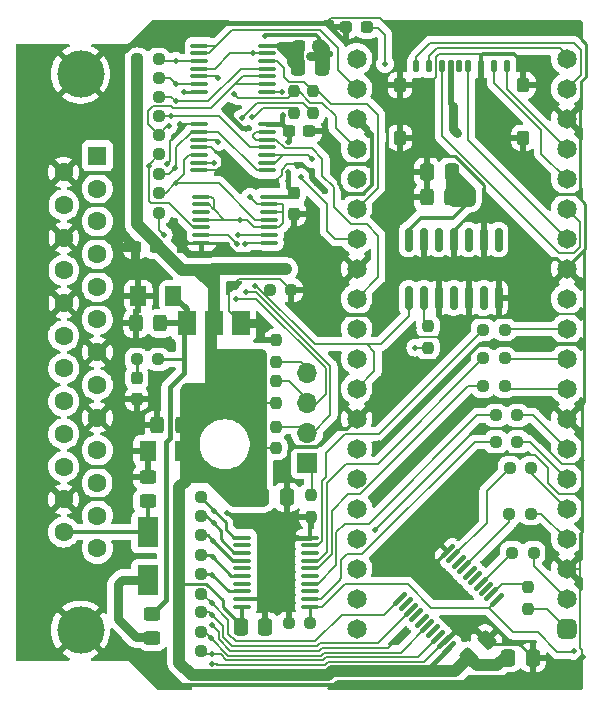
<source format=gbr>
%TF.GenerationSoftware,KiCad,Pcbnew,6.0.5-a6ca702e91~116~ubuntu21.10.1*%
%TF.CreationDate,2023-07-31T04:43:38-06:00*%
%TF.ProjectId,DB25_External,44423235-5f45-4787-9465-726e616c2e6b,rev?*%
%TF.SameCoordinates,Original*%
%TF.FileFunction,Copper,L1,Top*%
%TF.FilePolarity,Positive*%
%FSLAX46Y46*%
G04 Gerber Fmt 4.6, Leading zero omitted, Abs format (unit mm)*
G04 Created by KiCad (PCBNEW 6.0.5-a6ca702e91~116~ubuntu21.10.1) date 2023-07-31 04:43:38*
%MOMM*%
%LPD*%
G01*
G04 APERTURE LIST*
G04 Aperture macros list*
%AMRoundRect*
0 Rectangle with rounded corners*
0 $1 Rounding radius*
0 $2 $3 $4 $5 $6 $7 $8 $9 X,Y pos of 4 corners*
0 Add a 4 corners polygon primitive as box body*
4,1,4,$2,$3,$4,$5,$6,$7,$8,$9,$2,$3,0*
0 Add four circle primitives for the rounded corners*
1,1,$1+$1,$2,$3*
1,1,$1+$1,$4,$5*
1,1,$1+$1,$6,$7*
1,1,$1+$1,$8,$9*
0 Add four rect primitives between the rounded corners*
20,1,$1+$1,$2,$3,$4,$5,0*
20,1,$1+$1,$4,$5,$6,$7,0*
20,1,$1+$1,$6,$7,$8,$9,0*
20,1,$1+$1,$8,$9,$2,$3,0*%
G04 Aperture macros list end*
%TA.AperFunction,SMDPad,CuDef*%
%ADD10RoundRect,0.250001X0.462499X0.624999X-0.462499X0.624999X-0.462499X-0.624999X0.462499X-0.624999X0*%
%TD*%
%TA.AperFunction,SMDPad,CuDef*%
%ADD11R,1.500000X2.000000*%
%TD*%
%TA.AperFunction,SMDPad,CuDef*%
%ADD12R,3.800000X2.000000*%
%TD*%
%TA.AperFunction,ComponentPad*%
%ADD13RoundRect,0.412500X0.412500X0.412500X-0.412500X0.412500X-0.412500X-0.412500X0.412500X-0.412500X0*%
%TD*%
%TA.AperFunction,ComponentPad*%
%ADD14C,1.650000*%
%TD*%
%TA.AperFunction,SMDPad,CuDef*%
%ADD15RoundRect,0.250000X0.325000X0.450000X-0.325000X0.450000X-0.325000X-0.450000X0.325000X-0.450000X0*%
%TD*%
%TA.AperFunction,SMDPad,CuDef*%
%ADD16RoundRect,0.250000X0.450000X-0.325000X0.450000X0.325000X-0.450000X0.325000X-0.450000X-0.325000X0*%
%TD*%
%TA.AperFunction,SMDPad,CuDef*%
%ADD17R,1.800000X2.500000*%
%TD*%
%TA.AperFunction,SMDPad,CuDef*%
%ADD18RoundRect,0.237500X0.250000X0.237500X-0.250000X0.237500X-0.250000X-0.237500X0.250000X-0.237500X0*%
%TD*%
%TA.AperFunction,SMDPad,CuDef*%
%ADD19RoundRect,0.237500X-0.250000X-0.237500X0.250000X-0.237500X0.250000X0.237500X-0.250000X0.237500X0*%
%TD*%
%TA.AperFunction,SMDPad,CuDef*%
%ADD20RoundRect,0.237500X-0.287500X-0.237500X0.287500X-0.237500X0.287500X0.237500X-0.287500X0.237500X0*%
%TD*%
%TA.AperFunction,SMDPad,CuDef*%
%ADD21RoundRect,0.250000X0.097227X-0.574524X0.574524X-0.097227X-0.097227X0.574524X-0.574524X0.097227X0*%
%TD*%
%TA.AperFunction,SMDPad,CuDef*%
%ADD22RoundRect,0.237500X0.237500X-0.287500X0.237500X0.287500X-0.237500X0.287500X-0.237500X-0.287500X0*%
%TD*%
%TA.AperFunction,SMDPad,CuDef*%
%ADD23RoundRect,0.100000X0.380070X0.521491X-0.521491X-0.380070X-0.380070X-0.521491X0.521491X0.380070X0*%
%TD*%
%TA.AperFunction,SMDPad,CuDef*%
%ADD24RoundRect,0.250000X-0.337500X-0.475000X0.337500X-0.475000X0.337500X0.475000X-0.337500X0.475000X0*%
%TD*%
%TA.AperFunction,SMDPad,CuDef*%
%ADD25RoundRect,0.237500X-0.237500X0.250000X-0.237500X-0.250000X0.237500X-0.250000X0.237500X0.250000X0*%
%TD*%
%TA.AperFunction,SMDPad,CuDef*%
%ADD26RoundRect,0.237500X0.237500X-0.250000X0.237500X0.250000X-0.237500X0.250000X-0.237500X-0.250000X0*%
%TD*%
%TA.AperFunction,SMDPad,CuDef*%
%ADD27RoundRect,0.125000X-0.125000X-0.415000X0.125000X-0.415000X0.125000X0.415000X-0.125000X0.415000X0*%
%TD*%
%TA.AperFunction,SMDPad,CuDef*%
%ADD28RoundRect,0.262500X-0.262500X-0.337500X0.262500X-0.337500X0.262500X0.337500X-0.262500X0.337500X0*%
%TD*%
%TA.AperFunction,SMDPad,CuDef*%
%ADD29RoundRect,0.150000X0.150000X-0.825000X0.150000X0.825000X-0.150000X0.825000X-0.150000X-0.825000X0*%
%TD*%
%TA.AperFunction,SMDPad,CuDef*%
%ADD30RoundRect,0.237500X0.300000X0.237500X-0.300000X0.237500X-0.300000X-0.237500X0.300000X-0.237500X0*%
%TD*%
%TA.AperFunction,ComponentPad*%
%ADD31R,1.700000X1.700000*%
%TD*%
%TA.AperFunction,ComponentPad*%
%ADD32O,1.700000X1.700000*%
%TD*%
%TA.AperFunction,SMDPad,CuDef*%
%ADD33RoundRect,0.100000X-0.637500X-0.100000X0.637500X-0.100000X0.637500X0.100000X-0.637500X0.100000X0*%
%TD*%
%TA.AperFunction,SMDPad,CuDef*%
%ADD34RoundRect,0.250000X-0.450000X0.325000X-0.450000X-0.325000X0.450000X-0.325000X0.450000X0.325000X0*%
%TD*%
%TA.AperFunction,SMDPad,CuDef*%
%ADD35RoundRect,0.250000X0.337500X0.475000X-0.337500X0.475000X-0.337500X-0.475000X0.337500X-0.475000X0*%
%TD*%
%TA.AperFunction,ComponentPad*%
%ADD36C,4.000000*%
%TD*%
%TA.AperFunction,ComponentPad*%
%ADD37R,1.600000X1.600000*%
%TD*%
%TA.AperFunction,ComponentPad*%
%ADD38C,1.600000*%
%TD*%
%TA.AperFunction,SMDPad,CuDef*%
%ADD39RoundRect,0.100000X0.637500X0.100000X-0.637500X0.100000X-0.637500X-0.100000X0.637500X-0.100000X0*%
%TD*%
%TA.AperFunction,SMDPad,CuDef*%
%ADD40RoundRect,0.237500X0.237500X-0.300000X0.237500X0.300000X-0.237500X0.300000X-0.237500X-0.300000X0*%
%TD*%
%TA.AperFunction,ViaPad*%
%ADD41C,0.600000*%
%TD*%
%TA.AperFunction,ViaPad*%
%ADD42C,0.500000*%
%TD*%
%TA.AperFunction,ViaPad*%
%ADD43C,0.800000*%
%TD*%
%TA.AperFunction,Conductor*%
%ADD44C,1.000000*%
%TD*%
%TA.AperFunction,Conductor*%
%ADD45C,0.250000*%
%TD*%
%TA.AperFunction,Conductor*%
%ADD46C,0.200000*%
%TD*%
%TA.AperFunction,Conductor*%
%ADD47C,0.400000*%
%TD*%
%TA.AperFunction,Conductor*%
%ADD48C,0.330000*%
%TD*%
%TA.AperFunction,Conductor*%
%ADD49C,1.250000*%
%TD*%
%TA.AperFunction,Conductor*%
%ADD50C,0.150000*%
%TD*%
%TA.AperFunction,Conductor*%
%ADD51C,0.750000*%
%TD*%
%TA.AperFunction,Conductor*%
%ADD52C,0.142000*%
%TD*%
%TA.AperFunction,Conductor*%
%ADD53C,0.500000*%
%TD*%
G04 APERTURE END LIST*
D10*
%TO.P,C3,1*%
%TO.N,+5F*%
X113893600Y-95935800D03*
%TO.P,C3,2*%
%TO.N,GND*%
X110918600Y-95935800D03*
%TD*%
%TO.P,C4,1*%
%TO.N,+2V8*%
X114688400Y-109042200D03*
%TO.P,C4,2*%
%TO.N,GND*%
X111713400Y-109042200D03*
%TD*%
D11*
%TO.P,U3,1,GND*%
%TO.N,GND*%
X119622600Y-98247200D03*
%TO.P,U3,2,VO*%
%TO.N,+2V8*%
X117322600Y-98247200D03*
D12*
X117322600Y-104547200D03*
D11*
%TO.P,U3,3,VI*%
%TO.N,+5F*%
X115022600Y-98247200D03*
%TD*%
D13*
%TO.P,RP1,1,G0*%
%TO.N,Net-(R42-Pad1)*%
X147196660Y-124104400D03*
D14*
%TO.P,RP1,2,G1*%
%TO.N,Net-(R19-Pad1)*%
X147196660Y-121564400D03*
%TO.P,RP1,3,GND*%
%TO.N,GND*%
X147196660Y-119024400D03*
%TO.P,RP1,4,G2*%
%TO.N,Net-(R18-Pad1)*%
X147196660Y-116484400D03*
%TO.P,RP1,5,G3*%
%TO.N,Net-(R17-Pad1)*%
X147196660Y-113944400D03*
%TO.P,RP1,6,G4*%
%TO.N,Net-(R16-Pad1)*%
X147196660Y-111404400D03*
%TO.P,RP1,7,G5*%
%TO.N,Net-(R15-Pad1)*%
X147196660Y-108864400D03*
%TO.P,RP1,8,GND*%
%TO.N,GND*%
X147196660Y-106324400D03*
%TO.P,RP1,9,G6*%
%TO.N,Net-(R14-Pad1)*%
X147196660Y-103784400D03*
%TO.P,RP1,10,G7*%
%TO.N,Net-(R13-Pad1)*%
X147196660Y-101244400D03*
%TO.P,RP1,11,G8*%
%TO.N,Net-(R12-Pad1)*%
X147196660Y-98704400D03*
%TO.P,RP1,12,G9*%
%TO.N,DBPTr*%
X147196660Y-96164400D03*
%TO.P,RP1,13,GND*%
%TO.N,GND*%
X147196660Y-93624400D03*
%TO.P,RP1,14,G10*%
%TO.N,SD_CLK*%
X147196660Y-91084400D03*
%TO.P,RP1,15,G11*%
%TO.N,SD_CMD_MOSI*%
X147196660Y-88544400D03*
%TO.P,RP1,16,G12*%
%TO.N,SD_D0_MISO*%
X147196660Y-86004400D03*
%TO.P,RP1,17,G13*%
%TO.N,SD_D1*%
X147196660Y-83464400D03*
%TO.P,RP1,18,GND*%
%TO.N,GND*%
X147196660Y-80924400D03*
%TO.P,RP1,19,G14*%
%TO.N,SD_D2*%
X147196660Y-78384400D03*
%TO.P,RP1,20,G15*%
%TO.N,SD_D3_CS*%
X147196660Y-75844400D03*
%TO.P,RP1,21,G16*%
%TO.N,SERIAL_OUT*%
X129416660Y-75844400D03*
%TO.P,RP1,22,G17*%
%TO.N,oREQ*%
X129416660Y-78384400D03*
%TO.P,RP1,23,GND*%
%TO.N,GND*%
X129416660Y-80924400D03*
%TO.P,RP1,24,G18*%
%TO.N,oCD_iSEL*%
X129416660Y-83464400D03*
%TO.P,RP1,25,G19*%
%TO.N,oSEL*%
X129416660Y-86004400D03*
%TO.P,RP1,26,G20*%
%TO.N,oMSG_iBSY*%
X129416660Y-88544400D03*
%TO.P,RP1,27,G21*%
%TO.N,iRST*%
X129416660Y-91084400D03*
%TO.P,RP1,28,GND*%
%TO.N,GND*%
X129416660Y-93624400D03*
%TO.P,RP1,29,G22*%
%TO.N,oIO*%
X129416660Y-96164400D03*
%TO.P,RP1,30,RUN*%
%TO.N,unconnected-(RP1-Pad30)*%
X129416660Y-98704400D03*
%TO.P,RP1,31,G26*%
%TO.N,iACK*%
X129416660Y-101244400D03*
%TO.P,RP1,32,G27*%
%TO.N,oBSY*%
X129416660Y-103784400D03*
%TO.P,RP1,33,A_GND*%
%TO.N,GND*%
X129416660Y-106324400D03*
%TO.P,RP1,34,G28*%
%TO.N,iATN*%
X129416660Y-108864400D03*
%TO.P,RP1,35,ADC_VREF*%
%TO.N,unconnected-(RP1-Pad35)*%
X129416660Y-111404400D03*
%TO.P,RP1,36,3v3*%
%TO.N,+3V3*%
X129416660Y-113944400D03*
%TO.P,RP1,37,3v3_EN*%
%TO.N,unconnected-(RP1-Pad37)*%
X129416660Y-116484400D03*
%TO.P,RP1,38,GND*%
%TO.N,GND*%
X129416660Y-119024400D03*
%TO.P,RP1,39,VSYS*%
%TO.N,unconnected-(RP1-Pad39)*%
X129416660Y-121564400D03*
%TO.P,RP1,40,VBUS_5V*%
%TO.N,+5VP*%
X129416660Y-124104400D03*
%TD*%
D15*
%TO.P,C2,1*%
%TO.N,+5F*%
X112801400Y-98247200D03*
%TO.P,C2,2*%
%TO.N,GND*%
X110751400Y-98247200D03*
%TD*%
%TO.P,C5,1*%
%TO.N,+2V8*%
X114588400Y-106857800D03*
%TO.P,C5,2*%
%TO.N,GND*%
X112538400Y-106857800D03*
%TD*%
D16*
%TO.P,C6,1*%
%TO.N,+5V*%
X111709200Y-113327400D03*
%TO.P,C6,2*%
%TO.N,GND*%
X111709200Y-111277400D03*
%TD*%
D15*
%TO.P,C12,1*%
%TO.N,+3V3*%
X137392260Y-87579200D03*
%TO.P,C12,2*%
%TO.N,GND*%
X135342260Y-87579200D03*
%TD*%
D17*
%TO.P,D1,1,K*%
%TO.N,+5VP*%
X111760000Y-119951000D03*
%TO.P,D1,2,A*%
%TO.N,+5V*%
X111760000Y-115951000D03*
%TD*%
D18*
%TO.P,R18,1*%
%TO.N,Net-(R18-Pad1)*%
X144170400Y-114350800D03*
%TO.P,R18,2*%
%TO.N,DB2T*%
X142345400Y-114350800D03*
%TD*%
D19*
%TO.P,R39,1*%
%TO.N,+2V8*%
X114405400Y-121132600D03*
%TO.P,R39,2*%
%TO.N,DB3*%
X116230400Y-121132600D03*
%TD*%
%TO.P,R4,1*%
%TO.N,+2V8*%
X110843700Y-82270600D03*
%TO.P,R4,2*%
%TO.N,RST*%
X112668700Y-82270600D03*
%TD*%
%TO.P,R33,1*%
%TO.N,+2V8*%
X114405400Y-116205000D03*
%TO.P,R33,2*%
%TO.N,DB6*%
X116230400Y-116205000D03*
%TD*%
%TO.P,R36,1*%
%TO.N,+2V8*%
X114405400Y-125984000D03*
%TO.P,R36,2*%
%TO.N,DB0*%
X116230400Y-125984000D03*
%TD*%
D18*
%TO.P,R56,1*%
%TO.N,+5F*%
X112623600Y-101295200D03*
%TO.P,R56,2*%
%TO.N,Net-(D3-Pad2)*%
X110798600Y-101295200D03*
%TD*%
D20*
%TO.P,D2,1,K*%
%TO.N,GND*%
X128524000Y-73152000D03*
%TO.P,D2,2,A*%
%TO.N,Net-(D2-Pad2)*%
X130274000Y-73152000D03*
%TD*%
D19*
%TO.P,R5,1*%
%TO.N,+2V8*%
X110843700Y-85598000D03*
%TO.P,R5,2*%
%TO.N,SEL*%
X112668700Y-85598000D03*
%TD*%
%TO.P,R35,1*%
%TO.N,+2V8*%
X114405400Y-112953800D03*
%TO.P,R35,2*%
%TO.N,DBP*%
X116230400Y-112953800D03*
%TD*%
%TO.P,R1,1*%
%TO.N,+2V8*%
X114405400Y-117881400D03*
%TO.P,R1,2*%
%TO.N,DB5*%
X116230400Y-117881400D03*
%TD*%
D21*
%TO.P,C8,1*%
%TO.N,+2V8*%
X138944637Y-126514423D03*
%TO.P,C8,2*%
%TO.N,GND*%
X140411883Y-125047177D03*
%TD*%
D19*
%TO.P,R38,1*%
%TO.N,+2V8*%
X114405400Y-122707400D03*
%TO.P,R38,2*%
%TO.N,DB2*%
X116230400Y-122707400D03*
%TD*%
%TO.P,R9,1*%
%TO.N,+2V8*%
X110820200Y-79044800D03*
%TO.P,R9,2*%
%TO.N,MSG*%
X112645200Y-79044800D03*
%TD*%
D22*
%TO.P,D3,1,K*%
%TO.N,GND*%
X110794800Y-104634000D03*
%TO.P,D3,2,A*%
%TO.N,Net-(D3-Pad2)*%
X110794800Y-102884000D03*
%TD*%
D19*
%TO.P,R40,1*%
%TO.N,+2V8*%
X114405400Y-119456200D03*
%TO.P,R40,2*%
%TO.N,DB4*%
X116230400Y-119456200D03*
%TD*%
D23*
%TO.P,U4,1,DIR*%
%TO.N,DBPTr*%
X141281440Y-121659394D03*
%TO.P,U4,2,A1*%
%TO.N,DB0T*%
X140821821Y-121199775D03*
%TO.P,U4,3,A2*%
%TO.N,unconnected-(U4-Pad3)*%
X140362202Y-120740155D03*
%TO.P,U4,4,A3*%
%TO.N,DB1T*%
X139902582Y-120280536D03*
%TO.P,U4,5,A4*%
%TO.N,unconnected-(U4-Pad5)*%
X139442963Y-119820917D03*
%TO.P,U4,6,A5*%
%TO.N,unconnected-(U4-Pad6)*%
X138983343Y-119361297D03*
%TO.P,U4,7,A6*%
%TO.N,DB2T*%
X138523724Y-118901678D03*
%TO.P,U4,8,A7*%
%TO.N,unconnected-(U4-Pad8)*%
X138064105Y-118442058D03*
%TO.P,U4,9,A8*%
%TO.N,DB3T*%
X137604485Y-117982439D03*
%TO.P,U4,10,GND*%
%TO.N,GND*%
X137144866Y-117522820D03*
%TO.P,U4,11,B8*%
%TO.N,DB3*%
X133096680Y-121571006D03*
%TO.P,U4,12,B7*%
%TO.N,unconnected-(U4-Pad12)*%
X133556299Y-122030625D03*
%TO.P,U4,13,B6*%
%TO.N,DB2*%
X134015918Y-122490245D03*
%TO.P,U4,14,B5*%
%TO.N,unconnected-(U4-Pad14)*%
X134475538Y-122949864D03*
%TO.P,U4,15,B4*%
%TO.N,unconnected-(U4-Pad15)*%
X134935157Y-123409483D03*
%TO.P,U4,16,B3*%
%TO.N,DB1*%
X135394777Y-123869103D03*
%TO.P,U4,17,B2*%
%TO.N,unconnected-(U4-Pad17)*%
X135854396Y-124328722D03*
%TO.P,U4,18,B1*%
%TO.N,DB0*%
X136314015Y-124788342D03*
%TO.P,U4,19,/OE*%
%TO.N,GND*%
X136773635Y-125247961D03*
%TO.P,U4,20,Vcc*%
%TO.N,+2V8*%
X137233254Y-125707580D03*
%TD*%
D18*
%TO.P,R13,1*%
%TO.N,Net-(R13-Pad1)*%
X141935200Y-101219000D03*
%TO.P,R13,2*%
%TO.N,DB7T*%
X140110200Y-101219000D03*
%TD*%
%TO.P,R19,1*%
%TO.N,Net-(R19-Pad1)*%
X144397100Y-117652800D03*
%TO.P,R19,2*%
%TO.N,DB1T*%
X142572100Y-117652800D03*
%TD*%
D24*
%TO.P,C15,1*%
%TO.N,+2V8*%
X121412000Y-112953800D03*
%TO.P,C15,2*%
%TO.N,GND*%
X123487000Y-112953800D03*
%TD*%
D18*
%TO.P,R14,1*%
%TO.N,Net-(R14-Pad1)*%
X141935200Y-103555800D03*
%TO.P,R14,2*%
%TO.N,DB6T*%
X140110200Y-103555800D03*
%TD*%
D25*
%TO.P,R11,1*%
%TO.N,Net-(R11-Pad1)*%
X135458200Y-98477700D03*
%TO.P,R11,2*%
%TO.N,Net-(D2-Pad2)*%
X135458200Y-100302700D03*
%TD*%
%TO.P,R31,1*%
%TO.N,iATN*%
X122580400Y-106986700D03*
%TO.P,R31,2*%
%TO.N,+2V8*%
X122580400Y-108811700D03*
%TD*%
D19*
%TO.P,R3,1*%
%TO.N,+2V8*%
X110845600Y-83947000D03*
%TO.P,R3,2*%
%TO.N,ACK*%
X112670600Y-83947000D03*
%TD*%
D25*
%TO.P,R32,1*%
%TO.N,iACK*%
X122555000Y-103153200D03*
%TO.P,R32,2*%
%TO.N,+2V8*%
X122555000Y-104978200D03*
%TD*%
D19*
%TO.P,R7,1*%
%TO.N,+2V8*%
X110816400Y-75895200D03*
%TO.P,R7,2*%
%TO.N,REQ*%
X112641400Y-75895200D03*
%TD*%
D24*
%TO.P,C16,1*%
%TO.N,+2V8*%
X124417000Y-76555600D03*
%TO.P,C16,2*%
%TO.N,GND*%
X126492000Y-76555600D03*
%TD*%
D19*
%TO.P,R8,1*%
%TO.N,+2V8*%
X110820200Y-77470000D03*
%TO.P,R8,2*%
%TO.N,CD*%
X112645200Y-77470000D03*
%TD*%
%TO.P,R2,1*%
%TO.N,+2V8*%
X110818300Y-88925400D03*
%TO.P,R2,2*%
%TO.N,ATN*%
X112643300Y-88925400D03*
%TD*%
D26*
%TO.P,R27,1*%
%TO.N,Net-(J1-Pad4)*%
X122605800Y-101523800D03*
%TO.P,R27,2*%
%TO.N,GND*%
X122605800Y-99698800D03*
%TD*%
D27*
%TO.P,SD2,1,DAT2*%
%TO.N,SD_D2*%
X134456660Y-76432400D03*
%TO.P,SD2,2,CD/CS/DAT3*%
%TO.N,SD_D3_CS*%
X135556660Y-76432400D03*
%TO.P,SD2,3,CMD/MOSI*%
%TO.N,SD_CMD_MOSI*%
X136656660Y-76432400D03*
%TO.P,SD2,4,VDD*%
%TO.N,+3V3*%
X137406660Y-76432400D03*
%TO.P,SD2,5,SD_DET*%
%TO.N,unconnected-(SD2-Pad5)*%
X138106660Y-76432400D03*
%TO.P,SD2,6,CLK*%
%TO.N,SD_CLK*%
X138856660Y-76432400D03*
%TO.P,SD2,7,VSS*%
%TO.N,GND*%
X139956660Y-76432400D03*
%TO.P,SD2,8,DAT0/MISO*%
%TO.N,SD_D0_MISO*%
X141056660Y-76432400D03*
%TO.P,SD2,9,DAT1*%
%TO.N,SD_D1*%
X142156660Y-76432400D03*
D28*
%TO.P,SD2,10,CASE_GND*%
%TO.N,GND*%
X143531660Y-78072400D03*
X133081660Y-78072400D03*
X143531660Y-82522400D03*
X133081660Y-82522400D03*
%TD*%
D18*
%TO.P,R16,1*%
%TO.N,Net-(R16-Pad1)*%
X143027400Y-108280200D03*
%TO.P,R16,2*%
%TO.N,DB4T*%
X141202400Y-108280200D03*
%TD*%
D29*
%TO.P,U1,1*%
%TO.N,oBSY*%
X133807200Y-96099400D03*
%TO.P,U1,2*%
%TO.N,Net-(R11-Pad1)*%
X135077200Y-96099400D03*
%TO.P,U1,3*%
%TO.N,GND*%
X136347200Y-96099400D03*
%TO.P,U1,4*%
%TO.N,unconnected-(U1-Pad4)*%
X137617200Y-96099400D03*
%TO.P,U1,5*%
%TO.N,GND*%
X138887200Y-96099400D03*
%TO.P,U1,6*%
%TO.N,unconnected-(U1-Pad6)*%
X140157200Y-96099400D03*
%TO.P,U1,7,GND*%
%TO.N,GND*%
X141427200Y-96099400D03*
%TO.P,U1,8*%
%TO.N,unconnected-(U1-Pad8)*%
X141427200Y-91149400D03*
%TO.P,U1,9*%
%TO.N,GND*%
X140157200Y-91149400D03*
%TO.P,U1,10*%
%TO.N,unconnected-(U1-Pad10)*%
X138887200Y-91149400D03*
%TO.P,U1,11*%
%TO.N,GND*%
X137617200Y-91149400D03*
%TO.P,U1,12*%
%TO.N,unconnected-(U1-Pad12)*%
X136347200Y-91149400D03*
%TO.P,U1,13*%
%TO.N,GND*%
X135077200Y-91149400D03*
%TO.P,U1,14,VCC*%
%TO.N,+3V3*%
X133807200Y-91149400D03*
%TD*%
D18*
%TO.P,R17,1*%
%TO.N,Net-(R17-Pad1)*%
X144195800Y-110490000D03*
%TO.P,R17,2*%
%TO.N,DB3T*%
X142370800Y-110490000D03*
%TD*%
D24*
%TO.P,C10,1*%
%TO.N,+2V8*%
X142247560Y-126542800D03*
%TO.P,C10,2*%
%TO.N,GND*%
X144322560Y-126542800D03*
%TD*%
D30*
%TO.P,C13,1*%
%TO.N,GND*%
X125420300Y-81991200D03*
%TO.P,C13,2*%
%TO.N,+2V8*%
X123695300Y-81991200D03*
%TD*%
D31*
%TO.P,J1,1,Pin_1*%
%TO.N,Net-(J1-Pad1)*%
X125222000Y-110048200D03*
D32*
%TO.P,J1,2,Pin_2*%
%TO.N,iATN*%
X125222000Y-107508200D03*
%TO.P,J1,3,Pin_3*%
%TO.N,iACK*%
X125222000Y-104968200D03*
%TO.P,J1,4,Pin_4*%
%TO.N,Net-(J1-Pad4)*%
X125222000Y-102428200D03*
%TD*%
D19*
%TO.P,R10,1*%
%TO.N,+2V8*%
X110843700Y-87198200D03*
%TO.P,R10,2*%
%TO.N,BSY*%
X112668700Y-87198200D03*
%TD*%
%TO.P,R34,1*%
%TO.N,+2V8*%
X114405400Y-114528600D03*
%TO.P,R34,2*%
%TO.N,DB7*%
X116230400Y-114528600D03*
%TD*%
D25*
%TO.P,R26,1*%
%TO.N,Net-(J1-Pad1)*%
X125526800Y-112779800D03*
%TO.P,R26,2*%
%TO.N,GND*%
X125526800Y-114604800D03*
%TD*%
D33*
%TO.P,U7,1,1/OE*%
%TO.N,oREQ*%
X116107300Y-74732600D03*
%TO.P,U7,2,1A*%
X116107300Y-75382600D03*
%TO.P,U7,3,1Y*%
%TO.N,REQ*%
X116107300Y-76032600D03*
%TO.P,U7,4,2/OE*%
%TO.N,oBSY*%
X116107300Y-76682600D03*
%TO.P,U7,5,2A*%
%TO.N,oCD_iSEL*%
X116107300Y-77332600D03*
%TO.P,U7,6,2Y*%
%TO.N,CD*%
X116107300Y-77982600D03*
%TO.P,U7,7,GND*%
%TO.N,GND*%
X116107300Y-78632600D03*
%TO.P,U7,8,3Y*%
%TO.N,iRST*%
X121832300Y-78632600D03*
%TO.P,U7,9,3A*%
%TO.N,RST*%
X121832300Y-77982600D03*
%TO.P,U7,10,3/OE*%
X121832300Y-77332600D03*
%TO.P,U7,11,4Y*%
%TO.N,MSG*%
X121832300Y-76682600D03*
%TO.P,U7,12,4A*%
%TO.N,oMSG_iBSY*%
X121832300Y-76032600D03*
%TO.P,U7,13,4/OE*%
%TO.N,oBSY*%
X121832300Y-75382600D03*
%TO.P,U7,14,Vcc*%
%TO.N,+2V8*%
X121832300Y-74732600D03*
%TD*%
D19*
%TO.P,R37,1*%
%TO.N,+2V8*%
X114405400Y-124358400D03*
%TO.P,R37,2*%
%TO.N,DB1*%
X116230400Y-124358400D03*
%TD*%
D34*
%TO.P,F2,1*%
%TO.N,+5F*%
X112115600Y-122825400D03*
%TO.P,F2,2*%
%TO.N,+5VP*%
X112115600Y-124875400D03*
%TD*%
D35*
%TO.P,C1,1*%
%TO.N,+3V3*%
X137457000Y-85445600D03*
%TO.P,C1,2*%
%TO.N,GND*%
X135382000Y-85445600D03*
%TD*%
D18*
%TO.P,R15,1*%
%TO.N,Net-(R15-Pad1)*%
X143027400Y-106045000D03*
%TO.P,R15,2*%
%TO.N,DB5T*%
X141202400Y-106045000D03*
%TD*%
D30*
%TO.P,C7,1*%
%TO.N,+2V8*%
X112393900Y-91821000D03*
%TO.P,C7,2*%
%TO.N,GND*%
X110668900Y-91821000D03*
%TD*%
D19*
%TO.P,R23,1*%
%TO.N,oBSY*%
X122047000Y-95453200D03*
%TO.P,R23,2*%
%TO.N,GND*%
X123872000Y-95453200D03*
%TD*%
D36*
%TO.P,J2,0,PAD*%
%TO.N,GND*%
X106037131Y-77130600D03*
X106037131Y-124230600D03*
D37*
%TO.P,J2,1,1*%
%TO.N,REQ*%
X107457131Y-84060600D03*
D38*
%TO.P,J2,2,2*%
%TO.N,MSG*%
X107457131Y-86830600D03*
%TO.P,J2,3,3*%
%TO.N,IO*%
X107457131Y-89600600D03*
%TO.P,J2,4,4*%
%TO.N,RST*%
X107457131Y-92370600D03*
%TO.P,J2,5,5*%
%TO.N,ACK*%
X107457131Y-95140600D03*
%TO.P,J2,6,6*%
%TO.N,BSY*%
X107457131Y-97910600D03*
%TO.P,J2,7,7*%
%TO.N,GND*%
X107457131Y-100680600D03*
%TO.P,J2,8,8*%
%TO.N,DB0*%
X107457131Y-103450600D03*
%TO.P,J2,9,9*%
%TO.N,GND*%
X107457131Y-106220600D03*
%TO.P,J2,10,10*%
%TO.N,DB3*%
X107457131Y-108990600D03*
%TO.P,J2,11,11*%
%TO.N,DB5*%
X107457131Y-111760600D03*
%TO.P,J2,12,12*%
%TO.N,DB6*%
X107457131Y-114530600D03*
%TO.P,J2,13,13*%
%TO.N,DB7*%
X107457131Y-117300600D03*
%TO.P,J2,14,P14*%
%TO.N,GND*%
X104617131Y-85445600D03*
%TO.P,J2,15,P15*%
%TO.N,CD*%
X104617131Y-88215600D03*
%TO.P,J2,16,P16*%
%TO.N,GND*%
X104617131Y-90985600D03*
%TO.P,J2,17,P17*%
%TO.N,ATN*%
X104617131Y-93755600D03*
%TO.P,J2,18,P18*%
%TO.N,GND*%
X104617131Y-96525600D03*
%TO.P,J2,19,P19*%
%TO.N,SEL*%
X104617131Y-99295600D03*
%TO.P,J2,20,P20*%
%TO.N,DBP*%
X104617131Y-102065600D03*
%TO.P,J2,21,P21*%
%TO.N,DB1*%
X104617131Y-104835600D03*
%TO.P,J2,22,P22*%
%TO.N,DB2*%
X104617131Y-107605600D03*
%TO.P,J2,23,P23*%
%TO.N,DB4*%
X104617131Y-110375600D03*
%TO.P,J2,24,P24*%
%TO.N,GND*%
X104617131Y-113145600D03*
%TO.P,J2,25,P25*%
%TO.N,+5V*%
X104617131Y-115915600D03*
%TD*%
D18*
%TO.P,R25,1*%
%TO.N,DBPTr*%
X125474100Y-123647200D03*
%TO.P,R25,2*%
%TO.N,GND*%
X123649100Y-123647200D03*
%TD*%
D33*
%TO.P,U5,1,1/OE*%
%TO.N,oBSY*%
X116259700Y-87508800D03*
%TO.P,U5,2,1A*%
X116259700Y-88158800D03*
%TO.P,U5,3,1Y*%
%TO.N,unconnected-(U5-Pad3)*%
X116259700Y-88808800D03*
%TO.P,U5,4,2/OE*%
%TO.N,oBSY*%
X116259700Y-89458800D03*
%TO.P,U5,5,2A*%
%TO.N,ACK*%
X116259700Y-90108800D03*
%TO.P,U5,6,2Y*%
%TO.N,iACK*%
X116259700Y-90758800D03*
%TO.P,U5,7,GND*%
%TO.N,GND*%
X116259700Y-91408800D03*
%TO.P,U5,8,3Y*%
%TO.N,iATN*%
X121984700Y-91408800D03*
%TO.P,U5,9,3A*%
%TO.N,ATN*%
X121984700Y-90758800D03*
%TO.P,U5,10,3/OE*%
%TO.N,oBSY*%
X121984700Y-90108800D03*
%TO.P,U5,11,4Y*%
%TO.N,BSY*%
X121984700Y-89458800D03*
%TO.P,U5,12,4A*%
%TO.N,oBSY*%
X121984700Y-88808800D03*
%TO.P,U5,13,4/OE*%
X121984700Y-88158800D03*
%TO.P,U5,14,Vcc*%
%TO.N,+2V8*%
X121984700Y-87508800D03*
%TD*%
D39*
%TO.P,U9,1,DIR*%
%TO.N,DBPTr*%
X125468300Y-122228800D03*
%TO.P,U9,2,A1*%
%TO.N,DB4T*%
X125468300Y-121578800D03*
%TO.P,U9,3,A2*%
%TO.N,unconnected-(U9-Pad3)*%
X125468300Y-120928800D03*
%TO.P,U9,4,A3*%
%TO.N,DB5T*%
X125468300Y-120278800D03*
%TO.P,U9,5,A4*%
%TO.N,unconnected-(U9-Pad5)*%
X125468300Y-119628800D03*
%TO.P,U9,6,A5*%
%TO.N,DB6T*%
X125468300Y-118978800D03*
%TO.P,U9,7,A6*%
%TO.N,DB7T*%
X125468300Y-118328800D03*
%TO.P,U9,8,A7*%
%TO.N,unconnected-(U9-Pad8)*%
X125468300Y-117678800D03*
%TO.P,U9,9,A8*%
%TO.N,DBPT*%
X125468300Y-117028800D03*
%TO.P,U9,10,GND*%
%TO.N,GND*%
X125468300Y-116378800D03*
%TO.P,U9,11,B8*%
%TO.N,DBP*%
X119743300Y-116378800D03*
%TO.P,U9,12,B7*%
%TO.N,unconnected-(U9-Pad12)*%
X119743300Y-117028800D03*
%TO.P,U9,13,B6*%
%TO.N,DB7*%
X119743300Y-117678800D03*
%TO.P,U9,14,B5*%
%TO.N,DB6*%
X119743300Y-118328800D03*
%TO.P,U9,15,B4*%
%TO.N,unconnected-(U9-Pad15)*%
X119743300Y-118978800D03*
%TO.P,U9,16,B3*%
%TO.N,DB5*%
X119743300Y-119628800D03*
%TO.P,U9,17,B2*%
%TO.N,unconnected-(U9-Pad17)*%
X119743300Y-120278800D03*
%TO.P,U9,18,B1*%
%TO.N,DB4*%
X119743300Y-120928800D03*
%TO.P,U9,19,/OE*%
%TO.N,GND*%
X119743300Y-121578800D03*
%TO.P,U9,20,Vcc*%
%TO.N,+2V8*%
X119743300Y-122228800D03*
%TD*%
D33*
%TO.P,U6,1,1/OE*%
%TO.N,GND*%
X116107300Y-81387400D03*
%TO.P,U6,2,1A*%
%TO.N,SEL*%
X116107300Y-82037400D03*
%TO.P,U6,3,1Y*%
%TO.N,SEL_BUFF*%
X116107300Y-82687400D03*
%TO.P,U6,4,2/OE*%
%TO.N,GND*%
X116107300Y-83337400D03*
%TO.P,U6,5,2A*%
%TO.N,BSY*%
X116107300Y-83987400D03*
%TO.P,U6,6,2Y*%
%TO.N,BSY_BUFF*%
X116107300Y-84637400D03*
%TO.P,U6,7,GND*%
%TO.N,GND*%
X116107300Y-85287400D03*
%TO.P,U6,8,3Y*%
%TO.N,SEL*%
X121832300Y-85287400D03*
%TO.P,U6,9,3A*%
%TO.N,oSEL*%
X121832300Y-84637400D03*
%TO.P,U6,10,3/OE*%
X121832300Y-83987400D03*
%TO.P,U6,11,4Y*%
%TO.N,IO*%
X121832300Y-83337400D03*
%TO.P,U6,12,4A*%
%TO.N,oIO*%
X121832300Y-82687400D03*
%TO.P,U6,13,4/OE*%
X121832300Y-82037400D03*
%TO.P,U6,14,Vcc*%
%TO.N,+2V8*%
X121832300Y-81387400D03*
%TD*%
D19*
%TO.P,R6,1*%
%TO.N,+2V8*%
X110843700Y-80670400D03*
%TO.P,R6,2*%
%TO.N,IO*%
X112668700Y-80670400D03*
%TD*%
D24*
%TO.P,C11,1*%
%TO.N,+2V8*%
X119608600Y-123952000D03*
%TO.P,C11,2*%
%TO.N,GND*%
X121683600Y-123952000D03*
%TD*%
D40*
%TO.P,C14,1*%
%TO.N,GND*%
X124129411Y-88946289D03*
%TO.P,C14,2*%
%TO.N,+2V8*%
X124129411Y-87221289D03*
%TD*%
D26*
%TO.P,R29,1*%
%TO.N,BSY_BUFF*%
X125755400Y-80441800D03*
%TO.P,R29,2*%
%TO.N,oMSG_iBSY*%
X125755400Y-78616800D03*
%TD*%
D30*
%TO.P,C9,1*%
%TO.N,GND*%
X126258500Y-74752200D03*
%TO.P,C9,2*%
%TO.N,+2V8*%
X124533500Y-74752200D03*
%TD*%
D18*
%TO.P,R12,1*%
%TO.N,Net-(R12-Pad1)*%
X141935200Y-98780600D03*
%TO.P,R12,2*%
%TO.N,DBPT*%
X140110200Y-98780600D03*
%TD*%
D26*
%TO.P,R42,1*%
%TO.N,Net-(R42-Pad1)*%
X143916400Y-122400700D03*
%TO.P,R42,2*%
%TO.N,DB0T*%
X143916400Y-120575700D03*
%TD*%
D25*
%TO.P,R28,1*%
%TO.N,oCD_iSEL*%
X124151400Y-78614900D03*
%TO.P,R28,2*%
%TO.N,SEL_BUFF*%
X124151400Y-80439900D03*
%TD*%
D41*
%TO.N,GND*%
X125501400Y-75615800D03*
X140919200Y-93599000D03*
D42*
X114784600Y-78632600D03*
X117170200Y-127076200D03*
X124155200Y-115316000D03*
D41*
X110820200Y-106629200D03*
X114020211Y-89607789D03*
D42*
X114071400Y-75006200D03*
X133023460Y-124739400D03*
D41*
X126771400Y-87020400D03*
X112598200Y-104444800D03*
X139957660Y-77851000D03*
D42*
X121183400Y-97713800D03*
X121666000Y-73939400D03*
D41*
X145698060Y-126593600D03*
X135842860Y-118872000D03*
D42*
X117195600Y-123799600D03*
X118465600Y-114274600D03*
D41*
X110083600Y-109016800D03*
D42*
X130978760Y-115709700D03*
X134264400Y-98653600D03*
D41*
X136829800Y-93599000D03*
D42*
X132283200Y-100660200D03*
D41*
X136096860Y-116865400D03*
D42*
X131194660Y-88743940D03*
D41*
X130915260Y-97510600D03*
X118452511Y-91627089D03*
X126771011Y-81987789D03*
D42*
X120294400Y-81737200D03*
D41*
X121233811Y-92325589D03*
D42*
X121564400Y-98425000D03*
D41*
X126060200Y-86334600D03*
D43*
X131292600Y-108534200D03*
D41*
X133858000Y-85445600D03*
X127127000Y-75412600D03*
D42*
X112395000Y-95935800D03*
D41*
X133836260Y-87579200D03*
D43*
X125349000Y-90068400D03*
D42*
X108280200Y-81534000D03*
D43*
X125374400Y-95478600D03*
D41*
X138459060Y-124409200D03*
D42*
X117756400Y-85287400D03*
X121183400Y-99060000D03*
X114477800Y-81356200D03*
X148593660Y-126517400D03*
X123774200Y-116332000D03*
X113334411Y-84756389D03*
D41*
X123494800Y-114350800D03*
X121691400Y-122224800D03*
X114452011Y-92046189D03*
D42*
X118186200Y-80111600D03*
D41*
X139983060Y-80746600D03*
D42*
X110642400Y-99847400D03*
D41*
X133705600Y-93599000D03*
X137062060Y-116027200D03*
D42*
%TO.N,+2V8*%
X123617999Y-86153389D03*
X123160800Y-80594200D03*
X123621411Y-85467589D03*
D41*
X123443611Y-93671789D03*
X121919611Y-93671789D03*
D42*
X123618000Y-82854800D03*
X123002600Y-74732600D03*
D41*
X122681611Y-93671789D03*
D42*
X123586800Y-74732600D03*
%TO.N,iATN*%
X120015000Y-95605600D03*
X119963811Y-91512789D03*
%TO.N,oSEL*%
X125628011Y-84324589D03*
%TO.N,oBSY*%
X119528600Y-89458800D03*
X120395611Y-87550389D03*
X120777000Y-95056100D03*
X120671600Y-75382600D03*
%TO.N,oCD_iSEL*%
X117636300Y-77431900D03*
X119053556Y-78849156D03*
%TO.N,ATN*%
X119328811Y-90758800D03*
X113077000Y-90754200D03*
%TO.N,BSY*%
X114093000Y-86385400D03*
%TO.N,DBP*%
X117373400Y-114096800D03*
%TO.N,ACK*%
X111810411Y-84959589D03*
%TO.N,RST*%
X113487200Y-81559400D03*
%TO.N,MSG*%
X114118400Y-79451200D03*
%TO.N,SEL*%
X114058311Y-85073889D03*
%TO.N,CD*%
X114113800Y-77982600D03*
%TO.N,REQ*%
X114108000Y-76032600D03*
%TO.N,IO*%
X113712000Y-80670400D03*
%TO.N,DB7*%
X117297200Y-115189000D03*
%TO.N,DB6*%
X117259100Y-116649500D03*
%TO.N,DB5*%
X117233700Y-118046500D03*
%TO.N,DB4*%
X117195600Y-119532400D03*
%TO.N,DB3*%
X117132100Y-121958100D03*
%TO.N,DB2*%
X117170200Y-122936000D03*
%TO.N,DB1*%
X117062394Y-124872606D03*
%TO.N,DB0*%
X117137919Y-126270281D03*
D41*
%TO.N,+3V3*%
X137595460Y-81330800D03*
X137938360Y-82156300D03*
X138992460Y-87096600D03*
X138992460Y-87858600D03*
X137595460Y-80492600D03*
D42*
%TO.N,SEL_BUFF*%
X120593667Y-80763445D03*
X117712500Y-82867500D03*
%TO.N,BSY_BUFF*%
X117369600Y-84632800D03*
X119731800Y-80848200D03*
%TO.N,+5VP*%
X109702600Y-123774200D03*
X110185200Y-124256800D03*
X109258100Y-123329700D03*
%TO.N,DBPTr*%
X147831660Y-125984000D03*
%TO.N,iRST*%
X124662811Y-85873989D03*
X123090400Y-78632600D03*
%TO.N,iACK*%
X119202200Y-96189800D03*
X119264308Y-91512789D03*
%TO.N,Net-(D2-Pad2)*%
X134393300Y-100302700D03*
X131826000Y-76276200D03*
%TD*%
D44*
%TO.N,+2V8*%
X117322600Y-94386400D02*
X117322600Y-95173800D01*
X117322600Y-95173800D02*
X117322600Y-98247200D01*
X115900200Y-93700600D02*
X117322600Y-95123000D01*
X117322600Y-95123000D02*
X117322600Y-95173800D01*
D45*
%TO.N,GND*%
X141427200Y-97688400D02*
X141452600Y-97713800D01*
D46*
X148542860Y-107670600D02*
X148542860Y-109804200D01*
D47*
X125468300Y-116378800D02*
X123821000Y-116378800D01*
D46*
X132039740Y-125723120D02*
X133023460Y-124739400D01*
X148187260Y-110159800D02*
X148542860Y-109804200D01*
D47*
X106037131Y-77130600D02*
X108085331Y-75082400D01*
D45*
X147196660Y-93624400D02*
X147196660Y-93513561D01*
D46*
X143437460Y-125657700D02*
X144322560Y-126542800D01*
D48*
X119743300Y-121578800D02*
X121020000Y-121578800D01*
X127939800Y-86461600D02*
X127939800Y-86156800D01*
D49*
X126492000Y-74985700D02*
X126258500Y-74752200D01*
D48*
X139852400Y-99974400D02*
X148513800Y-99974400D01*
D45*
X148822260Y-77359162D02*
X148822260Y-74625200D01*
D46*
X119834422Y-85287400D02*
X120751211Y-86204189D01*
D48*
X109143800Y-94615000D02*
X109143800Y-95758000D01*
X139848740Y-99978060D02*
X136728200Y-103098600D01*
X125991320Y-73845120D02*
X121760280Y-73845120D01*
D45*
X141452600Y-97713800D02*
X142392400Y-97713800D01*
D46*
X148517460Y-115874800D02*
X148517460Y-117703600D01*
D50*
X148310600Y-120853200D02*
X148412200Y-120751600D01*
D48*
X103174800Y-86887931D02*
X103174800Y-98628200D01*
D46*
X126485892Y-125723120D02*
X132039740Y-125723120D01*
D48*
X106629200Y-93776800D02*
X106578400Y-93827600D01*
D46*
X117170200Y-127076200D02*
X117678200Y-127076200D01*
D48*
X108762800Y-110337600D02*
X108712000Y-110388400D01*
D45*
X140789906Y-125425200D02*
X140411883Y-125047177D01*
D51*
X110668900Y-91821000D02*
X110668900Y-93166100D01*
D52*
X140080120Y-75412600D02*
X140080560Y-75413040D01*
D48*
X108877100Y-112890300D02*
X108610400Y-113157000D01*
D45*
X133081660Y-82522400D02*
X133081660Y-81265660D01*
D47*
X118186200Y-80111600D02*
X118186200Y-80221148D01*
D48*
X126517400Y-108305600D02*
X126085600Y-108737400D01*
D46*
X143789400Y-107162600D02*
X146786600Y-110159800D01*
X126238772Y-125970240D02*
X126485892Y-125723120D01*
X147196660Y-119024400D02*
X148336000Y-119024400D01*
X123071900Y-85239973D02*
X123555484Y-84756389D01*
D48*
X140080560Y-75413040D02*
X139956660Y-75536940D01*
D47*
X109270800Y-75082400D02*
X109855000Y-75082400D01*
D46*
X118055400Y-84277200D02*
X118055400Y-84886800D01*
X146558000Y-112699800D02*
X148463000Y-112699800D01*
D48*
X103149400Y-98653600D02*
X103276400Y-98526600D01*
D46*
X113334411Y-84756389D02*
X113613811Y-84476989D01*
D48*
X128066800Y-86588600D02*
X127939800Y-86461600D01*
D46*
X126735231Y-127168799D02*
X126982350Y-126921680D01*
D52*
X136118600Y-77419200D02*
X136118600Y-75666600D01*
D46*
X133081660Y-74026660D02*
X131432480Y-72377480D01*
X126982350Y-126921680D02*
X135099916Y-126921680D01*
D48*
X138596880Y-128585720D02*
X138988800Y-128193800D01*
D45*
X115089400Y-91408800D02*
X114452011Y-92046189D01*
D51*
X125501400Y-75615800D02*
X125831600Y-75615800D01*
D46*
X123071900Y-85661500D02*
X123071900Y-85239973D01*
X148336000Y-119024400D02*
X148336000Y-120827800D01*
D48*
X113654369Y-128890231D02*
X118872000Y-128890231D01*
X130730140Y-84201000D02*
X130730140Y-84233720D01*
X108331000Y-96570800D02*
X106730800Y-96570800D01*
D45*
X148822260Y-74625200D02*
X148390460Y-74193400D01*
X143204960Y-125425200D02*
X140789906Y-125425200D01*
D46*
X122529211Y-86204189D02*
X123071900Y-85661500D01*
D45*
X140157200Y-86520807D02*
X137735793Y-84099400D01*
D48*
X127508289Y-128890231D02*
X127812800Y-128585720D01*
D46*
X148336000Y-120827800D02*
X148336000Y-125697280D01*
D48*
X126258500Y-74112300D02*
X125991320Y-73845120D01*
X138988800Y-128193800D02*
X139014200Y-128168400D01*
D46*
X133081660Y-75677660D02*
X133081660Y-76214340D01*
D48*
X103149400Y-111677869D02*
X103149400Y-109372400D01*
D51*
X121386600Y-98247200D02*
X121564400Y-98425000D01*
D48*
X128397000Y-107155280D02*
X127667720Y-107155280D01*
D53*
X125653411Y-85902411D02*
X125653411Y-85492989D01*
D47*
X118186200Y-80221148D02*
X119702252Y-81737200D01*
D46*
X117756400Y-85287400D02*
X119834422Y-85287400D01*
X118567200Y-95326200D02*
X118567200Y-97191800D01*
D45*
X147196660Y-93624400D02*
X148644460Y-95072200D01*
D46*
X147196660Y-80924400D02*
X148361400Y-82089140D01*
D49*
X126492000Y-76555600D02*
X126492000Y-74985700D01*
D50*
X148310600Y-125721168D02*
X148310600Y-120853200D01*
D46*
X116107300Y-85287400D02*
X117756400Y-85287400D01*
D45*
X142392400Y-97713800D02*
X142417800Y-97688400D01*
D46*
X119422091Y-94471309D02*
X118567200Y-95326200D01*
D48*
X121760280Y-73845120D02*
X121666000Y-73939400D01*
D46*
X147196660Y-106324400D02*
X148542860Y-107670600D01*
D51*
X110668900Y-91821000D02*
X109169200Y-91821000D01*
D45*
X133836260Y-87579200D02*
X133836260Y-88947140D01*
D46*
X123555484Y-84756389D02*
X124840611Y-84756389D01*
D48*
X108559600Y-85547200D02*
X106273600Y-85547200D01*
X103174800Y-98628200D02*
X103149400Y-98653600D01*
X145796000Y-92786200D02*
X145719800Y-92710000D01*
D50*
X106037131Y-124230600D02*
X108349331Y-126542800D01*
D48*
X109143800Y-91033600D02*
X106476800Y-91033600D01*
X108610400Y-113157000D02*
X106781600Y-113157000D01*
D45*
X148361400Y-86922460D02*
X147958660Y-87325200D01*
D48*
X128197460Y-84785200D02*
X128095860Y-84683600D01*
X127812800Y-128585720D02*
X137769600Y-128585720D01*
D46*
X116107300Y-83337400D02*
X117115600Y-83337400D01*
D48*
X126258500Y-74752200D02*
X126258500Y-74112300D01*
D46*
X148336000Y-116056260D02*
X148336000Y-119024400D01*
X118055400Y-84886800D02*
X117654800Y-85287400D01*
X145592800Y-111734600D02*
X146558000Y-112699800D01*
X130978760Y-115709700D02*
X133074260Y-113614200D01*
X139522200Y-107162600D02*
X143789400Y-107162600D01*
D45*
X118528711Y-91703289D02*
X119151011Y-92325589D01*
D52*
X133081660Y-78072400D02*
X135465400Y-78072400D01*
D48*
X139848740Y-99978060D02*
X139852400Y-99974400D01*
X126085600Y-108737400D02*
X124485400Y-108737400D01*
D46*
X146786600Y-110159800D02*
X148187260Y-110159800D01*
X141300200Y-109423200D02*
X144526000Y-109423200D01*
D45*
X116259700Y-91408800D02*
X118234222Y-91408800D01*
D46*
X127266520Y-72377480D02*
X126847600Y-72796400D01*
D48*
X109143800Y-91846400D02*
X109143800Y-91033600D01*
D46*
X148463000Y-112699800D02*
X148517460Y-112754260D01*
D45*
X148517460Y-105003600D02*
X148644460Y-104876600D01*
D48*
X123723400Y-111226600D02*
X123748800Y-111252000D01*
X109143800Y-94615000D02*
X109016800Y-94615000D01*
X129416660Y-80924400D02*
X130730140Y-82237880D01*
X128585780Y-107155280D02*
X128397000Y-107155280D01*
X131267200Y-108559600D02*
X131241800Y-108559600D01*
X110083600Y-109016800D02*
X108877100Y-110223300D01*
D46*
X133081660Y-78072400D02*
X133081660Y-75677660D01*
D51*
X109169200Y-91821000D02*
X109143800Y-91846400D01*
D46*
X148517460Y-126285140D02*
X148056600Y-126746000D01*
D48*
X137144866Y-117544594D02*
X136071460Y-118618000D01*
D46*
X148571920Y-97434400D02*
X146151600Y-97434400D01*
D48*
X109016800Y-94615000D02*
X108178600Y-93776800D01*
D46*
X117654800Y-85287400D02*
X116107300Y-85287400D01*
D45*
X144322560Y-126542800D02*
X143204960Y-125425200D01*
X132359400Y-80543400D02*
X131953000Y-80949800D01*
D47*
X137337800Y-124688600D02*
X137744200Y-124282200D01*
D46*
X113613811Y-82829789D02*
X115056200Y-81387400D01*
X148517460Y-115874800D02*
X148336000Y-116056260D01*
D48*
X146304000Y-92786200D02*
X145796000Y-92786200D01*
D45*
X148517460Y-115874800D02*
X148517460Y-112754260D01*
D48*
X123723400Y-109093000D02*
X123723400Y-111226600D01*
X108877100Y-110223300D02*
X108877100Y-112890300D01*
X108178600Y-93776800D02*
X106629200Y-93776800D01*
X124079000Y-108737400D02*
X123723400Y-109093000D01*
D51*
X110668900Y-91745900D02*
X109753400Y-90830400D01*
D48*
X127667720Y-107155280D02*
X126517400Y-108305600D01*
X108483400Y-88239600D02*
X108458000Y-88214200D01*
D46*
X134264400Y-98653600D02*
X134264400Y-99034600D01*
D48*
X104617131Y-85445600D02*
X103174800Y-86887931D01*
D46*
X115056200Y-81387400D02*
X116107300Y-81387400D01*
D47*
X136778439Y-125247961D02*
X137337800Y-124688600D01*
D50*
X108349331Y-126542800D02*
X108940600Y-126542800D01*
D45*
X148644460Y-104876600D02*
X147196660Y-106324400D01*
D46*
X133074260Y-113610540D02*
X139522200Y-107162600D01*
X144526000Y-109423200D02*
X145592800Y-110490000D01*
D48*
X146358460Y-92786200D02*
X146304000Y-92786200D01*
D45*
X133081660Y-81265660D02*
X132359400Y-80543400D01*
D50*
X148356171Y-125766739D02*
X148310600Y-125721168D01*
D45*
X148361400Y-82143600D02*
X148361400Y-86922460D01*
D46*
X122890109Y-94471309D02*
X119422091Y-94471309D01*
X146151600Y-97434400D02*
X146100800Y-97485200D01*
D47*
X126258500Y-74752200D02*
X126258500Y-74544100D01*
D46*
X123872000Y-95453200D02*
X122890109Y-94471309D01*
X117678200Y-127076200D02*
X117585601Y-127168799D01*
D48*
X130730140Y-86573990D02*
X130142295Y-87161835D01*
D46*
X117742761Y-124987967D02*
X118725034Y-125970240D01*
X148412200Y-79708860D02*
X148412200Y-79603600D01*
D48*
X109143800Y-95758000D02*
X108331000Y-96570800D01*
D46*
X148644460Y-97506940D02*
X148571920Y-97434400D01*
X147196660Y-119024400D02*
X148336000Y-120163740D01*
D45*
X148644460Y-99978060D02*
X148644460Y-104876600D01*
D46*
X147196660Y-118541800D02*
X147196660Y-119024400D01*
D48*
X142723040Y-75413040D02*
X140080560Y-75413040D01*
X130730140Y-82237880D02*
X130730140Y-84201000D01*
D45*
X139522200Y-97713800D02*
X139496800Y-97688400D01*
D47*
X112141000Y-72796400D02*
X126568200Y-72796400D01*
D46*
X120751211Y-86204189D02*
X122529211Y-86204189D01*
D45*
X148517460Y-109829600D02*
X148542860Y-109804200D01*
D46*
X124840611Y-84756389D02*
X125501011Y-85416789D01*
D48*
X124485400Y-108737400D02*
X124079000Y-108737400D01*
D46*
X148056600Y-126746000D02*
X147929600Y-126873000D01*
D48*
X109143800Y-88900000D02*
X108483400Y-88239600D01*
D52*
X135465400Y-78072400D02*
X136118600Y-77419200D01*
D48*
X108458000Y-88214200D02*
X106832400Y-88214200D01*
D45*
X139773906Y-124409200D02*
X140411883Y-125047177D01*
D47*
X123821000Y-116378800D02*
X123774200Y-116332000D01*
D46*
X113613811Y-84476989D02*
X113613811Y-82829789D01*
D48*
X143531660Y-76221660D02*
X142723040Y-75413040D01*
D45*
X137735793Y-84099400D02*
X136931400Y-84099400D01*
D48*
X109143800Y-92176600D02*
X109143800Y-91846400D01*
X130915260Y-97510600D02*
X128299060Y-97510600D01*
X128524000Y-87274400D02*
X128066800Y-86817200D01*
X129416660Y-106324400D02*
X128585780Y-107155280D01*
X130142295Y-87161835D02*
X130029730Y-87274400D01*
D47*
X137744200Y-124282200D02*
X137744200Y-124256800D01*
X126568200Y-72796400D02*
X126847600Y-72796400D01*
X109855000Y-75082400D02*
X110642400Y-74295000D01*
D45*
X141452600Y-97713800D02*
X139522200Y-97713800D01*
D48*
X130730140Y-84233720D02*
X130730140Y-86573990D01*
D45*
X137617200Y-91149400D02*
X137617200Y-90373200D01*
D48*
X106730800Y-96570800D02*
X106705400Y-96545400D01*
D46*
X148517460Y-117703600D02*
X147196660Y-119024400D01*
D45*
X148412200Y-79603600D02*
X148412200Y-77769222D01*
X119151011Y-92325589D02*
X121233811Y-92325589D01*
D48*
X130029730Y-87274400D02*
X128527660Y-87274400D01*
D45*
X132867400Y-89916000D02*
X132867400Y-92379800D01*
X141427200Y-96099400D02*
X141427200Y-97688400D01*
D46*
X131194660Y-88743940D02*
X131648200Y-89197480D01*
D48*
X109042200Y-85064600D02*
X108610400Y-85496400D01*
D45*
X131953000Y-80949800D02*
X131953000Y-84150200D01*
D47*
X110642400Y-74295000D02*
X112141000Y-72796400D01*
D46*
X147196660Y-80924400D02*
X148412200Y-79708860D01*
D52*
X136118600Y-75666600D02*
X136372600Y-75412600D01*
D45*
X148517460Y-110341260D02*
X148517460Y-109829600D01*
D48*
X136728200Y-103098600D02*
X131292600Y-108534200D01*
X108610400Y-85496400D02*
X108559600Y-85547200D01*
D46*
X134264400Y-99034600D02*
X134620000Y-99390200D01*
D45*
X119075200Y-114884200D02*
X119075200Y-114909600D01*
X118234222Y-91408800D02*
X118452511Y-91627089D01*
D48*
X121020000Y-121578800D02*
X121107200Y-121666000D01*
X108877100Y-110223300D02*
X108762800Y-110337600D01*
D45*
X148517460Y-110341260D02*
X148517460Y-105003600D01*
D48*
X128066800Y-86817200D02*
X128066800Y-86791800D01*
D51*
X110668900Y-91821000D02*
X110668900Y-91745900D01*
D46*
X118725034Y-125970240D02*
X126238772Y-125970240D01*
D45*
X132867400Y-92379800D02*
X134924800Y-94437200D01*
D50*
X108940600Y-126542800D02*
X111175800Y-126542800D01*
D46*
X133081660Y-75677660D02*
X133081660Y-74026660D01*
D45*
X148726911Y-91983311D02*
X148745690Y-91964532D01*
D48*
X106476800Y-91033600D02*
X106451400Y-91008200D01*
X109042200Y-83566000D02*
X109042200Y-85064600D01*
X128066800Y-86791800D02*
X128066800Y-86588600D01*
D46*
X137062060Y-113661340D02*
X141300200Y-109423200D01*
D51*
X119622600Y-98247200D02*
X121386600Y-98247200D01*
D45*
X148412200Y-79857600D02*
X148412200Y-79603600D01*
X118465600Y-114274600D02*
X119075200Y-114884200D01*
D48*
X113588800Y-128955800D02*
X113654369Y-128890231D01*
X137769600Y-128585720D02*
X138596880Y-128585720D01*
D45*
X148644460Y-95424140D02*
X148644460Y-97506940D01*
X148517460Y-112754260D02*
X148517460Y-110341260D01*
D46*
X148517460Y-125878740D02*
X148517460Y-126285140D01*
D48*
X109143800Y-91033600D02*
X109143800Y-88900000D01*
X131292600Y-108534200D02*
X131267200Y-108559600D01*
D52*
X136372600Y-75412600D02*
X140080120Y-75412600D01*
D46*
X133081660Y-76214340D02*
X132130800Y-77165200D01*
X148517460Y-126869340D02*
X148386800Y-127000000D01*
D47*
X136773635Y-125247961D02*
X136778439Y-125247961D01*
D48*
X118872000Y-128890231D02*
X126796800Y-128890231D01*
D46*
X145592800Y-110490000D02*
X145592800Y-111734600D01*
D45*
X148412200Y-77769222D02*
X148822260Y-77359162D01*
D48*
X130730140Y-84233720D02*
X130178660Y-84785200D01*
D45*
X138459060Y-124409200D02*
X139773906Y-124409200D01*
X118452511Y-91627089D02*
X118528711Y-91703289D01*
D48*
X139014200Y-128168400D02*
X143662400Y-128168400D01*
D45*
X148745690Y-91964532D02*
X148745691Y-88112231D01*
D46*
X137062060Y-116027200D02*
X137062060Y-113661340D01*
D47*
X108085331Y-75082400D02*
X109270800Y-75082400D01*
D45*
X134924800Y-94437200D02*
X136931400Y-94437200D01*
X116107300Y-78632600D02*
X114784600Y-78632600D01*
D46*
X134620000Y-99390200D02*
X136601200Y-99390200D01*
X148336000Y-125697280D02*
X148517460Y-125878740D01*
D45*
X116259700Y-91408800D02*
X115089400Y-91408800D01*
D46*
X147929600Y-126873000D02*
X147904200Y-126873000D01*
D45*
X137617200Y-90373200D02*
X138353800Y-89636600D01*
D46*
X131432480Y-72377480D02*
X127266520Y-72377480D01*
D45*
X148644460Y-95072200D02*
X148644460Y-95424140D01*
X148644460Y-95424140D02*
X148644460Y-92065762D01*
D47*
X126847600Y-72796400D02*
X128447800Y-74396600D01*
D48*
X147196660Y-93624400D02*
X146358460Y-92786200D01*
D46*
X133074260Y-113614200D02*
X133074260Y-113610540D01*
D48*
X137144866Y-117522820D02*
X137144866Y-117544594D01*
X139956660Y-75536940D02*
X139956660Y-76432400D01*
D46*
X148336000Y-120163740D02*
X148336000Y-120827800D01*
D45*
X125468300Y-116378800D02*
X124184600Y-116378800D01*
D46*
X148517460Y-125878740D02*
X148517460Y-126869340D01*
D45*
X148644460Y-92065762D02*
X148726911Y-91983311D01*
D46*
X106037131Y-77130600D02*
X106028800Y-77130600D01*
D50*
X111175800Y-126542800D02*
X113588800Y-128955800D01*
D46*
X117115600Y-83337400D02*
X118055400Y-84277200D01*
X135099916Y-126921680D02*
X136773635Y-125247961D01*
D48*
X104617131Y-113145600D02*
X103149400Y-111677869D01*
D46*
X118567200Y-97191800D02*
X119622600Y-98247200D01*
D47*
X119702252Y-81737200D02*
X120294400Y-81737200D01*
D48*
X128527660Y-87274400D02*
X128524000Y-87274400D01*
D46*
X117585601Y-127168799D02*
X126735231Y-127168799D01*
D53*
X126771400Y-87020400D02*
X125653411Y-85902411D01*
D45*
X147958660Y-87325200D02*
X146206060Y-87325200D01*
D46*
X148361400Y-82089140D02*
X148361400Y-82143600D01*
X117195600Y-123799600D02*
X117742760Y-124346760D01*
D45*
X133836260Y-88947140D02*
X132867400Y-89916000D01*
D48*
X126796800Y-128890231D02*
X127508289Y-128890231D01*
D45*
X148361400Y-82524600D02*
X148361400Y-79759660D01*
D48*
X103149400Y-109372400D02*
X103149400Y-98653600D01*
X108712000Y-110388400D02*
X106553000Y-110388400D01*
D45*
X148745691Y-88112231D02*
X147958660Y-87325200D01*
D46*
X117742760Y-124346760D02*
X117742761Y-124987967D01*
D48*
X130178660Y-84785200D02*
X128197460Y-84785200D01*
D45*
X148644460Y-97506940D02*
X148644460Y-99978060D01*
D48*
X143531660Y-78072400D02*
X143531660Y-76221660D01*
D45*
X147196660Y-93513561D02*
X148726911Y-91983311D01*
D46*
X106037131Y-123105931D02*
X106037131Y-124230600D01*
D45*
X140157200Y-91149400D02*
X140157200Y-86520807D01*
D48*
%TO.N,+2V8*%
X119743300Y-123817300D02*
X119608600Y-123952000D01*
D44*
X121310400Y-100888800D02*
X117322600Y-100888800D01*
X139602060Y-127152400D02*
X141329260Y-127152400D01*
X116738000Y-103835200D02*
X117094000Y-104191200D01*
D47*
X121832300Y-81387400D02*
X123091500Y-81387400D01*
D45*
X119608600Y-123825000D02*
X119608600Y-123952000D01*
D44*
X117322600Y-100888800D02*
X117144800Y-100711000D01*
D47*
X123695300Y-81991200D02*
X123695300Y-82777500D01*
D44*
X114401600Y-120294400D02*
X114401600Y-125980200D01*
D45*
X114401600Y-120294400D02*
X116687600Y-120294400D01*
D48*
X121832300Y-74732600D02*
X122901000Y-74732600D01*
D44*
X123443611Y-93671789D02*
X117224411Y-93671789D01*
D51*
X123850400Y-74828400D02*
X123754600Y-74732600D01*
D44*
X117094000Y-100761800D02*
X117144800Y-100711000D01*
X121310400Y-110998000D02*
X121285000Y-111023400D01*
X110816400Y-75895200D02*
X110816400Y-88923500D01*
D51*
X123850400Y-76123800D02*
X123850400Y-74828400D01*
D44*
X141938860Y-126542800D02*
X142247560Y-126542800D01*
D46*
X123586800Y-74732600D02*
X124374200Y-74732600D01*
D47*
X123621411Y-85467589D02*
X123621411Y-86713289D01*
D48*
X123841900Y-87508800D02*
X124129411Y-87221289D01*
D46*
X121462800Y-104978200D02*
X121310400Y-104825800D01*
X124374200Y-74732600D02*
X124583200Y-74523600D01*
X123002600Y-74732600D02*
X123586800Y-74732600D01*
D53*
X121310400Y-110998000D02*
X121310400Y-110439200D01*
D51*
X124417000Y-76248600D02*
X122901000Y-74732600D01*
X124533500Y-74752200D02*
X124533500Y-76439100D01*
D44*
X121285000Y-113106200D02*
X121462800Y-113284000D01*
D48*
X121984700Y-87508800D02*
X123841900Y-87508800D01*
D46*
X121832300Y-74732600D02*
X123002600Y-74732600D01*
D44*
X114935000Y-110261400D02*
X114935000Y-103962200D01*
X110819811Y-88926911D02*
X110818300Y-88925400D01*
D51*
X124282200Y-76555600D02*
X123850400Y-76123800D01*
X123754600Y-74732600D02*
X122901000Y-74732600D01*
D46*
X121384700Y-108811700D02*
X121310400Y-108737400D01*
D44*
X117224411Y-93671789D02*
X117322600Y-93769978D01*
X115446473Y-128025711D02*
X127009011Y-128025711D01*
X114405400Y-125984000D02*
X114405400Y-126984638D01*
X117224411Y-93671789D02*
X117195600Y-93700600D01*
D45*
X118059200Y-122275600D02*
X119608600Y-123825000D01*
D44*
X115900200Y-93700600D02*
X114658622Y-93700600D01*
D47*
X135864634Y-127076200D02*
X135864600Y-127076200D01*
X123091500Y-80663500D02*
X123160800Y-80594200D01*
D51*
X124513900Y-74732600D02*
X123754600Y-74732600D01*
X124533500Y-76439100D02*
X124417000Y-76555600D01*
D44*
X114935000Y-110261400D02*
X114935000Y-111556800D01*
D51*
X124417000Y-76555600D02*
X124417000Y-76248600D01*
D46*
X122580400Y-108811700D02*
X121384700Y-108811700D01*
D44*
X114401600Y-125980200D02*
X114405400Y-125984000D01*
D51*
X124533500Y-74752200D02*
X124513900Y-74732600D01*
D44*
X138944637Y-126514423D02*
X138964083Y-126514423D01*
X121310400Y-108737400D02*
X121310400Y-104825800D01*
X114935000Y-111556800D02*
X114401600Y-112090200D01*
X135295800Y-127721200D02*
X137737860Y-127721200D01*
X138964083Y-126514423D02*
X139602060Y-127152400D01*
X141329260Y-127152400D02*
X141938860Y-126542800D01*
D47*
X123621411Y-86713289D02*
X124129411Y-87221289D01*
D44*
X121310400Y-104825800D02*
X121310400Y-100888800D01*
D48*
X119743300Y-122228800D02*
X119743300Y-123817300D01*
D44*
X114405400Y-126984638D02*
X115446473Y-128025711D01*
X115900200Y-93700600D02*
X116636800Y-93700600D01*
D47*
X137233254Y-125707580D02*
X135864634Y-127076200D01*
D44*
X115062000Y-103835200D02*
X116738000Y-103835200D01*
D47*
X137233254Y-125707580D02*
X137233254Y-125711206D01*
D44*
X121462800Y-113284000D02*
X119024400Y-113284000D01*
X117144800Y-100711000D02*
X117094000Y-100660200D01*
X121285000Y-111023400D02*
X121285000Y-113106200D01*
D46*
X122555000Y-104978200D02*
X121462800Y-104978200D01*
D44*
X119024400Y-113284000D02*
X117017800Y-111277400D01*
X114658622Y-93700600D02*
X110819811Y-89861789D01*
X117322600Y-93769978D02*
X117322600Y-94386400D01*
X117170200Y-104267400D02*
X117094000Y-104191200D01*
X114401600Y-112090200D02*
X114401600Y-120294400D01*
D47*
X123091500Y-81387400D02*
X123091500Y-80663500D01*
X135295800Y-127645000D02*
X135295800Y-127721200D01*
D45*
X116687600Y-120294400D02*
X118059200Y-121666000D01*
D44*
X127009011Y-128025711D02*
X127313522Y-127721200D01*
X114935000Y-111277400D02*
X114935000Y-110261400D01*
X137737860Y-127721200D02*
X138944637Y-126514423D01*
X117195600Y-93700600D02*
X115900200Y-93700600D01*
D47*
X135864600Y-127076200D02*
X135295800Y-127645000D01*
X123091500Y-81387400D02*
X123695300Y-81991200D01*
X123695300Y-82777500D02*
X123618000Y-82854800D01*
D44*
X117094000Y-104191200D02*
X117094000Y-100761800D01*
X121310400Y-110998000D02*
X121310400Y-108737400D01*
X114935000Y-103962200D02*
X115062000Y-103835200D01*
X110819811Y-89861789D02*
X110819811Y-88926911D01*
X127313522Y-127721200D02*
X135295800Y-127721200D01*
X117094000Y-100660200D02*
X117094000Y-97891200D01*
D51*
X124417000Y-76555600D02*
X124282200Y-76555600D01*
D45*
X118059200Y-121666000D02*
X118059200Y-122275600D01*
D44*
X110816400Y-88923500D02*
X110818300Y-88925400D01*
X117017800Y-111277400D02*
X114935000Y-111277400D01*
D48*
%TO.N,+5V*%
X111724600Y-115915600D02*
X111760000Y-115951000D01*
X104617131Y-115915600D02*
X111724600Y-115915600D01*
X111709200Y-115900200D02*
X111760000Y-115951000D01*
X111709200Y-113327400D02*
X111709200Y-115900200D01*
D46*
%TO.N,iATN*%
X120015000Y-95605600D02*
X120910206Y-95605600D01*
X121984700Y-91408800D02*
X120067800Y-91408800D01*
X125073400Y-107014000D02*
X122910600Y-107014000D01*
X125603000Y-107584400D02*
X125603000Y-107543600D01*
X127196319Y-101891713D02*
X127196319Y-105991081D01*
X120910206Y-95605600D02*
X127196319Y-101891713D01*
X127196319Y-105991081D02*
X125603000Y-107584400D01*
X125603000Y-107543600D02*
X125073400Y-107014000D01*
X119963811Y-91512789D02*
X119938411Y-91538189D01*
X120067800Y-91408800D02*
X119963811Y-91512789D01*
%TO.N,oIO*%
X126517011Y-85775411D02*
X126517011Y-84324589D01*
X123313200Y-83439000D02*
X122561600Y-82687400D01*
X122561600Y-82687400D02*
X121832300Y-82687400D01*
X131245460Y-90830400D02*
X130254860Y-89839800D01*
X130254860Y-89839800D02*
X128905000Y-89839800D01*
X128905000Y-89839800D02*
X127482600Y-88417400D01*
X120885200Y-82687400D02*
X121832300Y-82687400D01*
X129416660Y-96164400D02*
X131245460Y-94335600D01*
X120904800Y-82037400D02*
X120671600Y-82270600D01*
X131245460Y-94335600D02*
X131245460Y-90830400D01*
X125631422Y-83439000D02*
X123313200Y-83439000D01*
X126517011Y-84324589D02*
X125631422Y-83439000D01*
X127482600Y-86741000D02*
X126517011Y-85775411D01*
X127482600Y-88417400D02*
X127482600Y-86741000D01*
X120671600Y-82473800D02*
X120885200Y-82687400D01*
X120671600Y-82270600D02*
X120671600Y-82473800D01*
X121832300Y-82037400D02*
X120904800Y-82037400D01*
%TO.N,oREQ*%
X127841860Y-76809600D02*
X129416660Y-78384400D01*
X116107300Y-75382600D02*
X116891600Y-75382600D01*
X118893600Y-73380600D02*
X126288800Y-73380600D01*
X116891600Y-75382600D02*
X117541600Y-74732600D01*
X117541600Y-74732600D02*
X118893600Y-73380600D01*
X116107300Y-74732600D02*
X117541600Y-74732600D01*
X127841860Y-74933660D02*
X127841860Y-76809600D01*
X126288800Y-73380600D02*
X127841860Y-74933660D01*
%TO.N,oSEL*%
X124782822Y-83987400D02*
X121832300Y-83987400D01*
X125628011Y-84324589D02*
X125297811Y-83994389D01*
X125297811Y-83994389D02*
X123138811Y-83994389D01*
X123138811Y-83994389D02*
X122495800Y-84637400D01*
X122495800Y-84637400D02*
X121832300Y-84637400D01*
%TO.N,oBSY*%
X123211600Y-88239600D02*
X123110000Y-88138000D01*
X116912206Y-88158800D02*
X117284803Y-88531397D01*
X117284803Y-88531397D02*
X117386403Y-88632997D01*
X121984700Y-90108800D02*
X122866400Y-90108800D01*
X117074400Y-87508800D02*
X117322600Y-87757000D01*
X123110000Y-88138000D02*
X122005500Y-88138000D01*
X118135400Y-89458800D02*
X119528600Y-89458800D01*
X116259700Y-87508800D02*
X117074400Y-87508800D01*
X120112800Y-89458800D02*
X120762800Y-90108800D01*
X117322600Y-88265000D02*
X117322600Y-88569194D01*
X123196600Y-88808800D02*
X123211600Y-88823800D01*
X116259700Y-88158800D02*
X116912206Y-88158800D01*
X123211600Y-89763600D02*
X123211600Y-88823800D01*
X120925712Y-95056100D02*
X125875906Y-100006294D01*
X117322600Y-87757000D02*
X117322600Y-88265000D01*
X116259700Y-89458800D02*
X118135400Y-89458800D01*
X130280260Y-99999800D02*
X130915260Y-100634800D01*
X125875906Y-100006294D02*
X125882400Y-99999800D01*
X119528600Y-89458800D02*
X120112800Y-89458800D01*
X120671600Y-75382600D02*
X121832300Y-75382600D01*
X133807200Y-97637600D02*
X133807200Y-96099400D01*
X117322600Y-88569194D02*
X117386403Y-88632997D01*
X120395611Y-87550389D02*
X120697000Y-87851778D01*
X120697000Y-87858600D02*
X120997200Y-88158800D01*
X122005500Y-88138000D02*
X121984700Y-88158800D01*
X118135400Y-89381994D02*
X118135400Y-89458800D01*
X117322600Y-88265000D02*
X117322600Y-88493600D01*
X120777000Y-95056100D02*
X120925712Y-95056100D01*
X131445000Y-99999800D02*
X133807200Y-97637600D01*
X117386403Y-88632997D02*
X118135400Y-89381994D01*
X123211600Y-88569800D02*
X123211600Y-88239600D01*
X118720400Y-75382600D02*
X117420400Y-76682600D01*
X120671600Y-75382600D02*
X118720400Y-75382600D01*
X130280260Y-99999800D02*
X131445000Y-99999800D01*
X117322600Y-88493600D02*
X117284803Y-88531397D01*
X130915260Y-102285800D02*
X129416660Y-103784400D01*
X120697000Y-87851778D02*
X120697000Y-87858600D01*
X121984700Y-88808800D02*
X123196600Y-88808800D01*
X120997200Y-88158800D02*
X121984700Y-88158800D01*
X123211600Y-88823800D02*
X123211600Y-88569800D01*
X120762800Y-90108800D02*
X121984700Y-90108800D01*
X117420400Y-76682600D02*
X116107300Y-76682600D01*
X130915260Y-100634800D02*
X130915260Y-102285800D01*
X125882400Y-99999800D02*
X130280260Y-99999800D01*
X122866400Y-90108800D02*
X123211600Y-89763600D01*
%TO.N,SD_CLK*%
X138856660Y-82744400D02*
X138856660Y-76432400D01*
X147196660Y-91084400D02*
X138856660Y-82744400D01*
%TO.N,oCD_iSEL*%
X125431406Y-79552800D02*
X126517400Y-79552800D01*
X123584189Y-79182111D02*
X119386511Y-79182111D01*
X124151400Y-78614900D02*
X123584189Y-79182111D01*
X117537000Y-77332600D02*
X117636300Y-77431900D01*
X124151400Y-78614900D02*
X124493506Y-78614900D01*
X127635000Y-81682740D02*
X129416660Y-83464400D01*
X116107300Y-77332600D02*
X117537000Y-77332600D01*
X124493506Y-78614900D02*
X125431406Y-79552800D01*
X119386511Y-79182111D02*
X119053556Y-78849156D01*
X117636300Y-77431900D02*
X117649000Y-77444600D01*
X127635000Y-80670400D02*
X127635000Y-81682740D01*
X126517400Y-79552800D02*
X127635000Y-80670400D01*
%TO.N,ATN*%
X119333411Y-90754200D02*
X120620800Y-90754200D01*
X119328811Y-90758800D02*
X119333411Y-90754200D01*
X121984700Y-90758800D02*
X119328811Y-90758800D01*
X112643300Y-88925400D02*
X112643300Y-90320500D01*
X112643300Y-90320500D02*
X113077000Y-90754200D01*
%TO.N,BSY*%
X114829600Y-85623400D02*
X114067600Y-86385400D01*
X113254800Y-87198200D02*
X112668700Y-87198200D01*
X115246400Y-83987400D02*
X114829600Y-84404200D01*
X121984700Y-89458800D02*
X120798600Y-89458800D01*
X114067600Y-86385400D02*
X113254800Y-87198200D01*
X114829600Y-84404200D02*
X114829600Y-85623400D01*
X117725200Y-86385400D02*
X114093000Y-86385400D01*
X116107300Y-83987400D02*
X115246400Y-83987400D01*
X120798600Y-89458800D02*
X117725200Y-86385400D01*
X114093000Y-86385400D02*
X114067600Y-86385400D01*
D45*
%TO.N,DBP*%
X118338600Y-115062000D02*
X117373400Y-114096800D01*
X119743300Y-116378800D02*
X119045800Y-116378800D01*
X119045800Y-116378800D02*
X118338600Y-115671600D01*
X118338600Y-115671600D02*
X118338600Y-115062000D01*
X117373400Y-114096800D02*
X116230400Y-112953800D01*
D46*
%TO.N,ACK*%
X113534200Y-88087200D02*
X115555800Y-90108800D01*
X111810411Y-84959589D02*
X111810411Y-84807189D01*
X111807000Y-84963000D02*
X111807000Y-87858600D01*
X111810411Y-84959589D02*
X111807000Y-84963000D01*
X115555800Y-90108800D02*
X116259700Y-90108800D01*
X111807000Y-87858600D02*
X112035600Y-88087200D01*
X112035600Y-88087200D02*
X113534200Y-88087200D01*
X111810411Y-84807189D02*
X112670600Y-83947000D01*
%TO.N,RST*%
X119793000Y-77332600D02*
X121832300Y-77332600D01*
X119147600Y-77978000D02*
X119793000Y-77332600D01*
X112213400Y-79832200D02*
X113722273Y-79832200D01*
X112668700Y-82270600D02*
X111856850Y-81458750D01*
X113890784Y-80000711D02*
X117124889Y-80000711D01*
X111756200Y-80289400D02*
X111756200Y-81358100D01*
X117124889Y-80000711D02*
X119147600Y-77978000D01*
X113487200Y-81559400D02*
X113379900Y-81559400D01*
X111856850Y-81458750D02*
X111756200Y-81358100D01*
X111756200Y-80289400D02*
X112213400Y-79832200D01*
X113722273Y-79832200D02*
X113890784Y-80000711D01*
X121832300Y-77982600D02*
X119152200Y-77982600D01*
X113379900Y-81559400D02*
X112668700Y-82270600D01*
X119152200Y-77982600D02*
X119147600Y-77978000D01*
%TO.N,MSG*%
X114118400Y-79451200D02*
X116836200Y-79451200D01*
X119604800Y-76682600D02*
X121832300Y-76682600D01*
X112645200Y-79044800D02*
X113712000Y-79044800D01*
X113712000Y-79044800D02*
X114118400Y-79451200D01*
X116836200Y-79451200D02*
X119604800Y-76682600D01*
%TO.N,SEL*%
X112668700Y-85598000D02*
X113534200Y-85598000D01*
X114058311Y-85073889D02*
X114147211Y-84984989D01*
X114147211Y-84984989D02*
X114147211Y-83344983D01*
X114147211Y-83344983D02*
X115454794Y-82037400D01*
X117695200Y-82037400D02*
X120945200Y-85287400D01*
X113534200Y-85598000D02*
X114058311Y-85073889D01*
X115454794Y-82037400D02*
X116107300Y-82037400D01*
X116107300Y-82037400D02*
X117695200Y-82037400D01*
X120945200Y-85287400D02*
X121832300Y-85287400D01*
%TO.N,CD*%
X116107300Y-77982600D02*
X114113800Y-77982600D01*
X112645200Y-77470000D02*
X113601200Y-77470000D01*
X113601200Y-77470000D02*
X114113800Y-77982600D01*
%TO.N,REQ*%
X112778800Y-76032600D02*
X112641400Y-75895200D01*
X116107300Y-76032600D02*
X112778800Y-76032600D01*
%TO.N,IO*%
X120417600Y-83337400D02*
X121832300Y-83337400D01*
X117750600Y-80670400D02*
X120417600Y-83337400D01*
X112668700Y-80670400D02*
X113712000Y-80670400D01*
X113712000Y-80670400D02*
X117750600Y-80670400D01*
D45*
%TO.N,DB7*%
X117906800Y-115798600D02*
X117297200Y-115189000D01*
X117906800Y-116530161D02*
X117906800Y-115798600D01*
X117297200Y-115189000D02*
X116636800Y-114528600D01*
X116636800Y-114528600D02*
X116230400Y-114528600D01*
X119743300Y-117678800D02*
X119055439Y-117678800D01*
X119055439Y-117678800D02*
X117906800Y-116530161D01*
%TO.N,DB6*%
X118938400Y-118328800D02*
X117259100Y-116649500D01*
X116814600Y-116205000D02*
X116230400Y-116205000D01*
X117259100Y-116649500D02*
X116814600Y-116205000D01*
X119743300Y-118328800D02*
X118938400Y-118328800D01*
%TO.N,DB5*%
X118816000Y-119628800D02*
X117233700Y-118046500D01*
X119743300Y-119628800D02*
X118816000Y-119628800D01*
X117233700Y-118046500D02*
X117068600Y-117881400D01*
X117068600Y-117881400D02*
X116230400Y-117881400D01*
%TO.N,DB4*%
X117195600Y-119532400D02*
X117119400Y-119456200D01*
X118592000Y-120928800D02*
X117195600Y-119532400D01*
X117119400Y-119456200D02*
X116230400Y-119456200D01*
X119743300Y-120928800D02*
X118592000Y-120928800D01*
D46*
%TO.N,DB3*%
X128168400Y-122910600D02*
X125907800Y-125171200D01*
X116306600Y-121132600D02*
X116230400Y-121132600D01*
X117132100Y-121958100D02*
X116306600Y-121132600D01*
X131757086Y-122910600D02*
X128168400Y-122910600D01*
X133096680Y-121571006D02*
X131757086Y-122910600D01*
X118541800Y-124536200D02*
X118541800Y-123367800D01*
X125907800Y-125171200D02*
X119176800Y-125171200D01*
X118541800Y-123367800D02*
X117132100Y-121958100D01*
X119176800Y-125171200D02*
X118541800Y-124536200D01*
%TO.N,DB2*%
X126073286Y-125570720D02*
X126320406Y-125323600D01*
X116941600Y-122707400D02*
X116230400Y-122707400D01*
X118142280Y-124822480D02*
X118890520Y-125570720D01*
X118142280Y-123908080D02*
X118142280Y-124822480D01*
X131182563Y-125323600D02*
X134015918Y-122490245D01*
X117170200Y-122936000D02*
X118142280Y-123908080D01*
X118890520Y-125570720D02*
X126073286Y-125570720D01*
X117170200Y-122936000D02*
X116941600Y-122707400D01*
X126320406Y-125323600D02*
X131182563Y-125323600D01*
%TO.N,DB1*%
X116548188Y-124358400D02*
X116230400Y-124358400D01*
X133141240Y-126122640D02*
X135394777Y-123869103D01*
X117062394Y-124872606D02*
X118559548Y-126369760D01*
X118559548Y-126369760D02*
X126404258Y-126369760D01*
X117062394Y-124872606D02*
X116548188Y-124358400D01*
X126651378Y-126122640D02*
X133141240Y-126122640D01*
X126404258Y-126369760D02*
X126651378Y-126122640D01*
%TO.N,DB0*%
X126816864Y-126522160D02*
X134580197Y-126522160D01*
X118394062Y-126769280D02*
X126569744Y-126769280D01*
X126569744Y-126769280D02*
X126816864Y-126522160D01*
X117137919Y-126270281D02*
X117895063Y-126270281D01*
X117895063Y-126270281D02*
X118394062Y-126769280D01*
X116516681Y-126270281D02*
X116230400Y-125984000D01*
X117137919Y-126270281D02*
X116516681Y-126270281D01*
X134580197Y-126522160D02*
X136314015Y-124788342D01*
D44*
%TO.N,+3V3*%
X137671660Y-87858600D02*
X137392260Y-87579200D01*
D53*
X137406660Y-79643400D02*
X137406660Y-76432400D01*
D44*
X137457000Y-85445600D02*
X137457000Y-87514460D01*
D48*
X133807200Y-91149400D02*
X133807200Y-90322400D01*
D44*
X137457000Y-85445600D02*
X137457000Y-85561140D01*
D51*
X137595460Y-79832200D02*
X137595460Y-81813400D01*
D44*
X138992460Y-87858600D02*
X138992460Y-87096600D01*
D53*
X137595460Y-79832200D02*
X137406660Y-79643400D01*
D51*
X137595460Y-81813400D02*
X137938360Y-82156300D01*
D44*
X137457000Y-87514460D02*
X137392260Y-87579200D01*
D48*
X134823200Y-89306400D02*
X137544660Y-89306400D01*
X137544660Y-89306400D02*
X138992460Y-87858600D01*
D44*
X137457000Y-85561140D02*
X138992460Y-87096600D01*
D48*
X133807200Y-90322400D02*
X134823200Y-89306400D01*
D44*
X138992460Y-87858600D02*
X137671660Y-87858600D01*
X138992460Y-87096600D02*
X137874860Y-87096600D01*
X137874860Y-87096600D02*
X137392260Y-87579200D01*
D46*
%TO.N,SEL_BUFF*%
X120730955Y-80763445D02*
X121513249Y-79981151D01*
X123692651Y-79981151D02*
X124151400Y-80439900D01*
X121513249Y-79981151D02*
X123692651Y-79981151D01*
X117712500Y-82867500D02*
X117725200Y-82880200D01*
X116107300Y-82687400D02*
X117532400Y-82687400D01*
X117532400Y-82687400D02*
X117712500Y-82867500D01*
X120593667Y-80763445D02*
X120730955Y-80763445D01*
%TO.N,BSY_BUFF*%
X117365000Y-84637400D02*
X116107300Y-84637400D01*
X120998369Y-79581631D02*
X124895231Y-79581631D01*
X120998369Y-79581631D02*
X119731800Y-80848200D01*
X124895231Y-79581631D02*
X125755400Y-80441800D01*
X117369600Y-84632800D02*
X117365000Y-84637400D01*
X117369600Y-84632800D02*
X117522000Y-84632800D01*
D51*
%TO.N,+5VP*%
X110744000Y-124815600D02*
X112055800Y-124815600D01*
D53*
X109702600Y-123774200D02*
X110185200Y-124256800D01*
D51*
X111760000Y-119951000D02*
X109563400Y-119951000D01*
X109194600Y-123266200D02*
X110185200Y-124256800D01*
X109194600Y-120319800D02*
X109194600Y-123266200D01*
X109563400Y-119951000D02*
X109194600Y-120319800D01*
D53*
X109258100Y-123329700D02*
X109702600Y-123774200D01*
D51*
X112055800Y-124815600D02*
X112115600Y-124875400D01*
X110185200Y-124256800D02*
X110744000Y-124815600D01*
D46*
%TO.N,oMSG_iBSY*%
X129416660Y-88544400D02*
X131194660Y-86766400D01*
X122667000Y-76032600D02*
X123266200Y-76631800D01*
X127228600Y-79679800D02*
X126165600Y-78616800D01*
X123266200Y-77393800D02*
X123672600Y-77800200D01*
X123266200Y-76631800D02*
X123266200Y-77393800D01*
X123672600Y-77800200D02*
X124938800Y-77800200D01*
X130305660Y-79679800D02*
X127228600Y-79679800D01*
X121832300Y-76032600D02*
X122667000Y-76032600D01*
X131194660Y-80568800D02*
X130305660Y-79679800D01*
X131194660Y-86766400D02*
X131194660Y-80568800D01*
X126165600Y-78616800D02*
X125755400Y-78616800D01*
X124938800Y-77800200D02*
X125755400Y-78616800D01*
D47*
%TO.N,+5F*%
X114794000Y-102452200D02*
X113588800Y-103657400D01*
D45*
X112623600Y-101295200D02*
X114782600Y-101295200D01*
X114782600Y-101295200D02*
X114794000Y-101283800D01*
D53*
X115022600Y-98247200D02*
X115022600Y-97064800D01*
X112801400Y-98247200D02*
X115022600Y-98247200D01*
D47*
X113233200Y-121707800D02*
X112115600Y-122825400D01*
D53*
X115022600Y-97064800D02*
X113893600Y-95935800D01*
D47*
X114794000Y-101283800D02*
X114794000Y-102452200D01*
X113588800Y-103657400D02*
X113588800Y-107950000D01*
X114794000Y-97891200D02*
X114794000Y-101283800D01*
X113233200Y-108305600D02*
X113233200Y-121707800D01*
X113588800Y-107950000D02*
X113233200Y-108305600D01*
D46*
%TO.N,SD_CMD_MOSI*%
X147831660Y-92278200D02*
X146507200Y-92278200D01*
X147196660Y-88544400D02*
X148321171Y-89668911D01*
X140581720Y-86352720D02*
X140581720Y-86344965D01*
X148321171Y-89668911D02*
X148321171Y-91788689D01*
X146507200Y-92278200D02*
X140581720Y-86352720D01*
X148321171Y-91788689D02*
X147831660Y-92278200D01*
X140581720Y-86344965D02*
X136656660Y-82419905D01*
X136656660Y-82419905D02*
X136656660Y-76432400D01*
%TO.N,DB4T*%
X128117600Y-118287800D02*
X128117600Y-119837200D01*
X141202400Y-108280200D02*
X139398860Y-108280200D01*
X139398860Y-108280200D02*
X129899260Y-117779800D01*
X127406400Y-120548400D02*
X127914400Y-120040400D01*
X127914400Y-120040400D02*
X128016000Y-119938800D01*
X129899260Y-117779800D02*
X128625600Y-117779800D01*
X128117600Y-119837200D02*
X127914400Y-120040400D01*
X126376000Y-121578800D02*
X127406400Y-120548400D01*
X128625600Y-117779800D02*
X128117600Y-118287800D01*
X125468300Y-121578800D02*
X126376000Y-121578800D01*
%TO.N,DB5T*%
X127703878Y-115907522D02*
X128397000Y-115214400D01*
X130432660Y-115210740D02*
X139598400Y-106045000D01*
X128397000Y-115214400D02*
X130432660Y-115214400D01*
X127703878Y-118701522D02*
X127703878Y-115907522D01*
X139598400Y-106045000D02*
X141202400Y-106045000D01*
X126126600Y-120278800D02*
X127703878Y-118701522D01*
X130432660Y-115214400D02*
X130432660Y-115210740D01*
X125468300Y-120278800D02*
X126126600Y-120278800D01*
%TO.N,DB6T*%
X128701800Y-112699800D02*
X129711560Y-112699800D01*
X129711560Y-112699800D02*
X138855560Y-103555800D01*
X125468300Y-118978800D02*
X126131200Y-118978800D01*
X138855560Y-103555800D02*
X140110200Y-103555800D01*
X126131200Y-118978800D02*
X127304359Y-117805641D01*
X127304359Y-117805641D02*
X127304359Y-114097241D01*
X127304359Y-114097241D02*
X128701800Y-112699800D01*
%TO.N,DB7T*%
X128503872Y-110134400D02*
X131194800Y-110134400D01*
X126904840Y-117570160D02*
X126146200Y-118328800D01*
X131194800Y-110134400D02*
X140110200Y-101219000D01*
X128503872Y-110134400D02*
X126904840Y-111733432D01*
X126904840Y-111733432D02*
X126904840Y-117570160D01*
X126146200Y-118328800D02*
X125468300Y-118328800D01*
%TO.N,DBPT*%
X126800460Y-109245400D02*
X128426060Y-107619800D01*
X125468300Y-117028800D02*
X126125400Y-117028800D01*
X126505320Y-111567946D02*
X126800460Y-111272806D01*
X126800460Y-111272806D02*
X126800460Y-109245400D01*
X126505320Y-116648880D02*
X126505320Y-111567946D01*
X131271000Y-107619800D02*
X140110200Y-98780600D01*
X125468300Y-117028800D02*
X126120806Y-117028800D01*
X128426060Y-107619800D02*
X131271000Y-107619800D01*
X126125400Y-117028800D02*
X126505320Y-116648880D01*
%TO.N,DB0T*%
X141681200Y-120319800D02*
X143660500Y-120319800D01*
X143660500Y-120319800D02*
X143916400Y-120575700D01*
X140821821Y-121199775D02*
X140821821Y-121179179D01*
X140821821Y-121179179D02*
X141681200Y-120319800D01*
%TO.N,DB1T*%
X139902582Y-120280536D02*
X139944364Y-120280536D01*
X139944364Y-120280536D02*
X142572100Y-117652800D01*
%TO.N,DB3T*%
X137604485Y-117982439D02*
X140411200Y-115175724D01*
X140411200Y-112449600D02*
X142370800Y-110490000D01*
X140411200Y-115175724D02*
X140411200Y-112449600D01*
%TO.N,DB2T*%
X138523724Y-118901678D02*
X142345400Y-115080002D01*
X142345400Y-115080002D02*
X142345400Y-114350800D01*
%TO.N,SD_D0_MISO*%
X141056660Y-77889406D02*
X145059400Y-81892146D01*
X145059400Y-81892146D02*
X145059400Y-83867140D01*
X145059400Y-83867140D02*
X147196660Y-86004400D01*
X141056660Y-76432400D02*
X141056660Y-77889406D01*
X147196660Y-86004400D02*
X147196660Y-85928200D01*
%TO.N,DBPTr*%
X147780860Y-126034800D02*
X146409260Y-126034800D01*
X147831660Y-125984000D02*
X147780860Y-126034800D01*
X141281440Y-121659394D02*
X140632954Y-122307880D01*
X128422400Y-120319800D02*
X126513400Y-122228800D01*
X135748140Y-122307880D02*
X133760060Y-120319800D01*
X140632954Y-122307880D02*
X135748140Y-122307880D01*
X140601717Y-122339117D02*
X141281440Y-121659394D01*
X141281440Y-121659394D02*
X141335866Y-121659394D01*
X146409260Y-126034800D02*
X144783660Y-124409200D01*
D45*
X125468300Y-123641400D02*
X125474100Y-123647200D01*
D46*
X126513400Y-122228800D02*
X125468300Y-122228800D01*
X133760060Y-120319800D02*
X128422400Y-120319800D01*
D45*
X125468300Y-122228800D02*
X125468300Y-123641400D01*
D46*
X144783660Y-124409200D02*
X142671800Y-124409200D01*
X142671800Y-124409200D02*
X140601717Y-122339117D01*
%TO.N,SD_D1*%
X143306800Y-79574540D02*
X147196660Y-83464400D01*
X143306800Y-79552800D02*
X143306800Y-79574540D01*
X142156660Y-76432400D02*
X142156660Y-78402660D01*
X142156660Y-78402660D02*
X143306800Y-79552800D01*
%TO.N,SD_D2*%
X147196660Y-78384400D02*
X148390460Y-77190600D01*
X148390460Y-77190600D02*
X148390460Y-75133200D01*
X134456660Y-75728340D02*
X134456660Y-76432400D01*
X135636000Y-74549000D02*
X134456660Y-75728340D01*
X147806260Y-74549000D02*
X135636000Y-74549000D01*
X148390460Y-75133200D02*
X147806260Y-74549000D01*
%TO.N,SD_D3_CS*%
X135556660Y-75644340D02*
X135556660Y-76432400D01*
X147196660Y-75492460D02*
X146652720Y-74948520D01*
X147196660Y-75844400D02*
X147196660Y-75492460D01*
X146652720Y-74948520D02*
X136252480Y-74948520D01*
X136252480Y-74948520D02*
X135556660Y-75644340D01*
%TO.N,iRST*%
X124662811Y-85873989D02*
X124662811Y-85927811D01*
X126898400Y-88163400D02*
X126898400Y-90398600D01*
X121832300Y-78632600D02*
X123090400Y-78632600D01*
X127584200Y-91084400D02*
X129416660Y-91084400D01*
X123090400Y-78632600D02*
X123104200Y-78632600D01*
X124662811Y-85927811D02*
X126898400Y-88163400D01*
X126898400Y-90398600D02*
X127584200Y-91084400D01*
X123104200Y-78632600D02*
X123110000Y-78638400D01*
%TO.N,iACK*%
X125603000Y-105044400D02*
X123711800Y-103153200D01*
X123711800Y-103153200D02*
X122555000Y-103153200D01*
X119264308Y-91512789D02*
X118510319Y-90758800D01*
X126796800Y-104216200D02*
X125968600Y-105044400D01*
X119202200Y-96189800D02*
X120929400Y-96189800D01*
X126796800Y-102057200D02*
X126796800Y-104216200D01*
X118510319Y-90758800D02*
X116259700Y-90758800D01*
X120929400Y-96189800D02*
X126796800Y-102057200D01*
X125968600Y-105044400D02*
X125603000Y-105044400D01*
%TO.N,Net-(R12-Pad1)*%
X142011400Y-98704400D02*
X147196660Y-98704400D01*
X141935200Y-98780600D02*
X142011400Y-98704400D01*
%TO.N,Net-(R13-Pad1)*%
X141960600Y-101244400D02*
X147196660Y-101244400D01*
X141935200Y-101219000D02*
X141960600Y-101244400D01*
X146790260Y-100838000D02*
X147196660Y-101244400D01*
%TO.N,Net-(R14-Pad1)*%
X141935200Y-103555800D02*
X142163800Y-103784400D01*
X142163800Y-103784400D02*
X147196660Y-103784400D01*
%TO.N,Net-(R15-Pad1)*%
X144377260Y-106045000D02*
X147196660Y-108864400D01*
X143027400Y-106045000D02*
X144377260Y-106045000D01*
%TO.N,Net-(R16-Pad1)*%
X143027400Y-108280200D02*
X144072460Y-108280200D01*
X144072460Y-108280200D02*
X147196660Y-111404400D01*
%TO.N,Net-(R17-Pad1)*%
X144195800Y-110943540D02*
X147196660Y-113944400D01*
X144195800Y-110490000D02*
X144195800Y-110943540D01*
%TO.N,Net-(R18-Pad1)*%
X145063060Y-114350800D02*
X144170400Y-114350800D01*
X147196660Y-116484400D02*
X145063060Y-114350800D01*
%TO.N,Net-(R19-Pad1)*%
X144397100Y-118764840D02*
X144397100Y-117652800D01*
X147196660Y-121564400D02*
X144397100Y-118764840D01*
%TO.N,Net-(R42-Pad1)*%
X145492960Y-122400700D02*
X147196660Y-124104400D01*
X143916400Y-122400700D02*
X145492960Y-122400700D01*
%TO.N,unconnected-(U4-Pad3)*%
X140362202Y-120740155D02*
X140362202Y-120702658D01*
D45*
%TO.N,Net-(D3-Pad2)*%
X110794800Y-101299000D02*
X110798600Y-101295200D01*
X110794800Y-102884000D02*
X110794800Y-101299000D01*
D46*
%TO.N,Net-(J1-Pad1)*%
X125603000Y-110124400D02*
X125603000Y-112703600D01*
X125603000Y-112703600D02*
X125526800Y-112779800D01*
%TO.N,Net-(J1-Pad4)*%
X125603000Y-102504400D02*
X125603000Y-102412800D01*
X125603000Y-102412800D02*
X124714000Y-101523800D01*
X124714000Y-101523800D02*
X122605800Y-101523800D01*
%TO.N,Net-(D2-Pad2)*%
X135458200Y-100302700D02*
X134393300Y-100302700D01*
X131216400Y-73202800D02*
X130324800Y-73202800D01*
X131826000Y-76276200D02*
X131826000Y-73812400D01*
X130324800Y-73202800D02*
X130274000Y-73152000D01*
X131826000Y-73812400D02*
X131216400Y-73202800D01*
%TO.N,Net-(R11-Pad1)*%
X135077200Y-98096700D02*
X135458200Y-98477700D01*
X135077200Y-96099400D02*
X135077200Y-98096700D01*
%TD*%
%TA.AperFunction,Conductor*%
%TO.N,GND*%
G36*
X140334362Y-122936382D02*
G01*
X140355336Y-122953285D01*
X142207485Y-124805434D01*
X142218352Y-124817825D01*
X142237813Y-124843187D01*
X142244363Y-124848213D01*
X142269725Y-124867674D01*
X142269728Y-124867677D01*
X142339118Y-124920922D01*
X142358370Y-124935695D01*
X142358374Y-124935697D01*
X142364925Y-124940724D01*
X142512950Y-125002038D01*
X142631915Y-125017700D01*
X142631920Y-125017700D01*
X142631929Y-125017701D01*
X142663612Y-125021872D01*
X142671800Y-125022950D01*
X142703493Y-125018778D01*
X142719936Y-125017700D01*
X144479421Y-125017700D01*
X144547542Y-125037702D01*
X144568516Y-125054605D01*
X144621563Y-125107652D01*
X144655589Y-125169964D01*
X144650524Y-125240779D01*
X144607977Y-125297615D01*
X144583067Y-125310084D01*
X144578231Y-125315665D01*
X144576560Y-125323348D01*
X144576560Y-126270685D01*
X144581035Y-126285924D01*
X144582425Y-126287129D01*
X144590108Y-126288800D01*
X145399944Y-126288800D01*
X145415183Y-126284325D01*
X145416388Y-126282935D01*
X145418059Y-126275252D01*
X145418059Y-126208338D01*
X145438061Y-126140217D01*
X145491717Y-126093724D01*
X145561991Y-126083620D01*
X145626571Y-126113114D01*
X145633154Y-126119243D01*
X145944945Y-126431034D01*
X145955812Y-126443425D01*
X145975273Y-126468787D01*
X145981823Y-126473813D01*
X146007181Y-126493271D01*
X146007197Y-126493285D01*
X146052958Y-126528398D01*
X146102384Y-126566324D01*
X146250409Y-126627638D01*
X146409260Y-126648551D01*
X146440959Y-126644378D01*
X146457404Y-126643300D01*
X147416309Y-126643300D01*
X147474175Y-126660548D01*
X147475323Y-126658276D01*
X147481610Y-126661452D01*
X147487506Y-126665310D01*
X147494110Y-126667766D01*
X147494112Y-126667767D01*
X147567253Y-126694968D01*
X147647001Y-126724626D01*
X147815675Y-126747132D01*
X147822686Y-126746494D01*
X147822690Y-126746494D01*
X147978122Y-126732348D01*
X147985143Y-126731709D01*
X147991845Y-126729531D01*
X147991847Y-126729531D01*
X148140283Y-126681301D01*
X148140286Y-126681300D01*
X148146982Y-126679124D01*
X148293150Y-126591990D01*
X148298245Y-126587138D01*
X148298253Y-126587132D01*
X148325808Y-126560891D01*
X148388932Y-126528398D01*
X148459603Y-126535191D01*
X148515383Y-126579114D01*
X148538700Y-126652136D01*
X148538700Y-129159500D01*
X148518698Y-129227621D01*
X148465042Y-129274114D01*
X148412700Y-129285500D01*
X127072198Y-129285500D01*
X127004077Y-129265498D01*
X126957584Y-129211842D01*
X126947480Y-129141568D01*
X126976974Y-129076988D01*
X127036700Y-129038604D01*
X127059903Y-129034101D01*
X127101517Y-129030021D01*
X127102830Y-129029899D01*
X127147095Y-129026026D01*
X127195424Y-129021798D01*
X127200543Y-129020311D01*
X127205844Y-129019791D01*
X127294845Y-128992920D01*
X127295978Y-128992585D01*
X127379425Y-128968341D01*
X127379429Y-128968339D01*
X127385347Y-128966620D01*
X127390079Y-128964167D01*
X127395180Y-128962627D01*
X127407371Y-128956145D01*
X127477271Y-128918980D01*
X127478437Y-128918368D01*
X127555464Y-128878440D01*
X127560937Y-128875603D01*
X127565100Y-128872280D01*
X127569807Y-128869777D01*
X127641929Y-128810956D01*
X127642785Y-128810265D01*
X127681984Y-128778973D01*
X127684488Y-128776469D01*
X127685206Y-128775827D01*
X127689535Y-128772129D01*
X127706792Y-128758055D01*
X127772224Y-128730503D01*
X127786425Y-128729700D01*
X137676017Y-128729700D01*
X137689624Y-128730437D01*
X137721122Y-128733859D01*
X137721127Y-128733859D01*
X137727248Y-128734524D01*
X137753498Y-128732227D01*
X137777248Y-128730150D01*
X137782074Y-128729821D01*
X137784546Y-128729700D01*
X137787629Y-128729700D01*
X137799598Y-128728526D01*
X137830366Y-128725510D01*
X137831679Y-128725388D01*
X137875944Y-128721515D01*
X137924273Y-128717287D01*
X137929392Y-128715800D01*
X137934693Y-128715280D01*
X138023694Y-128688409D01*
X138024827Y-128688074D01*
X138108274Y-128663830D01*
X138108278Y-128663828D01*
X138114196Y-128662109D01*
X138118928Y-128659656D01*
X138124029Y-128658116D01*
X138129472Y-128655222D01*
X138206120Y-128614469D01*
X138207286Y-128613857D01*
X138284313Y-128573929D01*
X138289786Y-128571092D01*
X138293949Y-128567769D01*
X138298656Y-128565266D01*
X138370778Y-128506445D01*
X138371634Y-128505754D01*
X138410833Y-128474462D01*
X138413337Y-128471958D01*
X138414055Y-128471316D01*
X138418388Y-128467615D01*
X138451922Y-128440265D01*
X138481148Y-128404937D01*
X138489137Y-128396158D01*
X138877175Y-128008120D01*
X138939487Y-127974094D01*
X139010302Y-127979159D01*
X139029248Y-127988992D01*
X139029499Y-127988535D01*
X139030176Y-127988907D01*
X139035298Y-127992021D01*
X139038321Y-127994503D01*
X139120180Y-128038395D01*
X139121340Y-128039024D01*
X139197449Y-128080866D01*
X139197454Y-128080868D01*
X139202847Y-128083833D01*
X139207925Y-128085444D01*
X139212623Y-128087963D01*
X139301558Y-128115153D01*
X139302762Y-128115528D01*
X139391366Y-128143635D01*
X139396657Y-128144228D01*
X139401758Y-128145788D01*
X139494371Y-128155195D01*
X139495491Y-128155315D01*
X139545287Y-128160900D01*
X139548816Y-128160900D01*
X139549799Y-128160955D01*
X139555486Y-128161403D01*
X139575743Y-128163460D01*
X139592396Y-128165152D01*
X139592399Y-128165152D01*
X139598523Y-128165774D01*
X139644172Y-128161459D01*
X139656029Y-128160900D01*
X141267417Y-128160900D01*
X141281024Y-128161637D01*
X141312522Y-128165059D01*
X141312527Y-128165059D01*
X141318648Y-128165724D01*
X141344898Y-128163427D01*
X141368648Y-128161350D01*
X141373474Y-128161021D01*
X141375946Y-128160900D01*
X141379029Y-128160900D01*
X141390998Y-128159726D01*
X141421766Y-128156710D01*
X141423079Y-128156588D01*
X141467344Y-128152715D01*
X141515673Y-128148487D01*
X141520792Y-128147000D01*
X141526093Y-128146480D01*
X141615094Y-128119609D01*
X141616227Y-128119274D01*
X141699674Y-128095030D01*
X141699678Y-128095028D01*
X141705596Y-128093309D01*
X141710328Y-128090856D01*
X141715429Y-128089316D01*
X141731322Y-128080866D01*
X141797520Y-128045669D01*
X141798686Y-128045057D01*
X141875713Y-128005129D01*
X141881186Y-128002292D01*
X141885349Y-127998969D01*
X141890056Y-127996466D01*
X141962178Y-127937645D01*
X141963034Y-127936954D01*
X142002233Y-127905662D01*
X142004737Y-127903158D01*
X142005455Y-127902516D01*
X142009788Y-127898815D01*
X142043322Y-127871465D01*
X142072543Y-127836142D01*
X142080534Y-127827361D01*
X142094690Y-127813205D01*
X142157002Y-127779179D01*
X142183785Y-127776300D01*
X142635460Y-127776300D01*
X142638706Y-127775963D01*
X142638710Y-127775963D01*
X142734368Y-127766038D01*
X142734372Y-127766037D01*
X142741226Y-127765326D01*
X142747762Y-127763145D01*
X142747764Y-127763145D01*
X142902058Y-127711668D01*
X142909006Y-127709350D01*
X143059408Y-127616278D01*
X143184365Y-127491103D01*
X143187162Y-127486565D01*
X143244413Y-127445976D01*
X143315336Y-127442746D01*
X143376747Y-127478372D01*
X143384122Y-127486868D01*
X143392158Y-127497007D01*
X143506889Y-127611539D01*
X143518300Y-127620551D01*
X143656303Y-127705616D01*
X143669484Y-127711763D01*
X143823770Y-127762938D01*
X143837146Y-127765805D01*
X143931498Y-127775472D01*
X143937914Y-127775800D01*
X144050445Y-127775800D01*
X144065684Y-127771325D01*
X144066889Y-127769935D01*
X144068560Y-127762252D01*
X144068560Y-127757684D01*
X144576560Y-127757684D01*
X144581035Y-127772923D01*
X144582425Y-127774128D01*
X144590108Y-127775799D01*
X144707155Y-127775799D01*
X144713674Y-127775462D01*
X144809266Y-127765543D01*
X144822660Y-127762651D01*
X144976844Y-127711212D01*
X144990022Y-127705039D01*
X145127867Y-127619737D01*
X145139268Y-127610701D01*
X145253799Y-127495971D01*
X145262811Y-127484560D01*
X145347876Y-127346557D01*
X145354023Y-127333376D01*
X145405198Y-127179090D01*
X145408065Y-127165714D01*
X145417732Y-127071362D01*
X145418060Y-127064946D01*
X145418060Y-126814915D01*
X145413585Y-126799676D01*
X145412195Y-126798471D01*
X145404512Y-126796800D01*
X144594675Y-126796800D01*
X144579436Y-126801275D01*
X144578231Y-126802665D01*
X144576560Y-126810348D01*
X144576560Y-127757684D01*
X144068560Y-127757684D01*
X144068560Y-125327916D01*
X144064085Y-125312677D01*
X144062695Y-125311472D01*
X144055012Y-125309801D01*
X143937965Y-125309801D01*
X143931446Y-125310138D01*
X143835854Y-125320057D01*
X143822460Y-125322949D01*
X143668276Y-125374388D01*
X143655098Y-125380561D01*
X143517253Y-125465863D01*
X143505852Y-125474899D01*
X143391322Y-125589628D01*
X143384266Y-125598562D01*
X143326348Y-125639623D01*
X143255425Y-125642853D01*
X143194014Y-125607226D01*
X143187214Y-125599393D01*
X143183538Y-125593452D01*
X143058363Y-125468495D01*
X142921518Y-125384142D01*
X142914028Y-125379525D01*
X142914026Y-125379524D01*
X142907798Y-125375685D01*
X142819063Y-125346253D01*
X142746449Y-125322168D01*
X142746447Y-125322168D01*
X142739921Y-125320003D01*
X142733085Y-125319303D01*
X142733082Y-125319302D01*
X142690029Y-125314891D01*
X142635460Y-125309300D01*
X141870467Y-125309300D01*
X141802346Y-125289298D01*
X141755853Y-125235642D01*
X141744467Y-125183409D01*
X141744362Y-125062683D01*
X141742666Y-125048247D01*
X141705233Y-124890510D01*
X141700260Y-124876846D01*
X141627349Y-124731562D01*
X141619918Y-124720077D01*
X141560029Y-124646514D01*
X141555740Y-124641763D01*
X141378931Y-124464955D01*
X141364993Y-124457344D01*
X141363157Y-124457476D01*
X141356545Y-124461725D01*
X140500978Y-125317292D01*
X140438666Y-125351318D01*
X140367851Y-125346253D01*
X140322788Y-125317292D01*
X139373228Y-124367732D01*
X139359284Y-124360118D01*
X139357451Y-124360249D01*
X139350836Y-124364500D01*
X139268064Y-124447272D01*
X139263715Y-124452095D01*
X139203116Y-124526725D01*
X139195694Y-124538236D01*
X139123040Y-124683637D01*
X139118090Y-124697311D01*
X139080935Y-124855110D01*
X139079263Y-124869555D01*
X139079404Y-125031670D01*
X139080731Y-125042968D01*
X139068814Y-125112958D01*
X139020950Y-125165393D01*
X138952335Y-125183628D01*
X138941979Y-125182896D01*
X138935183Y-125181296D01*
X138927867Y-125181302D01*
X138927864Y-125181302D01*
X138846557Y-125181373D01*
X138758313Y-125181450D01*
X138672267Y-125201869D01*
X138593342Y-125220599D01*
X138593341Y-125220599D01*
X138586221Y-125222289D01*
X138579682Y-125225571D01*
X138579681Y-125225571D01*
X138525754Y-125252635D01*
X138455899Y-125265313D01*
X138390279Y-125238212D01*
X138349727Y-125179936D01*
X138348554Y-125176033D01*
X138347583Y-125168659D01*
X138286269Y-125020634D01*
X138213223Y-124925439D01*
X138015395Y-124727613D01*
X138012122Y-124725101D01*
X138012118Y-124725098D01*
X137950994Y-124678195D01*
X137920200Y-124654565D01*
X137901616Y-124646867D01*
X137846335Y-124602321D01*
X137833422Y-124578673D01*
X137829372Y-124568896D01*
X137821187Y-124554718D01*
X137801186Y-124528653D01*
X137789595Y-124520189D01*
X137777616Y-124526823D01*
X137762220Y-124542219D01*
X137699908Y-124576245D01*
X137656682Y-124578046D01*
X137613324Y-124572338D01*
X137605136Y-124573416D01*
X137605133Y-124573416D01*
X137587182Y-124575779D01*
X137517034Y-124564839D01*
X137463936Y-124517710D01*
X137444747Y-124449356D01*
X137445816Y-124434412D01*
X137448179Y-124416462D01*
X137448179Y-124416461D01*
X137449257Y-124408272D01*
X137443549Y-124364917D01*
X137454488Y-124294770D01*
X137479376Y-124259377D01*
X137494503Y-124244250D01*
X137501384Y-124231649D01*
X137493247Y-124220643D01*
X137466878Y-124200409D01*
X137452699Y-124192223D01*
X137442920Y-124188172D01*
X137387639Y-124143624D01*
X137374730Y-124119983D01*
X137370191Y-124109025D01*
X137370188Y-124109019D01*
X137367030Y-124101396D01*
X137293984Y-124006201D01*
X137284621Y-123996838D01*
X139724824Y-123996838D01*
X139724955Y-123998675D01*
X139729207Y-124005291D01*
X140399071Y-124675155D01*
X140413015Y-124682769D01*
X140414848Y-124682638D01*
X140421463Y-124678387D01*
X140994101Y-124105749D01*
X141001715Y-124091805D01*
X141001584Y-124089972D01*
X140997333Y-124083357D01*
X140817334Y-123903358D01*
X140812511Y-123899009D01*
X140737881Y-123838410D01*
X140726370Y-123830988D01*
X140580969Y-123758334D01*
X140567295Y-123753384D01*
X140409496Y-123716229D01*
X140395051Y-123714557D01*
X140232935Y-123714698D01*
X140218499Y-123716394D01*
X140060761Y-123753827D01*
X140047097Y-123758800D01*
X139901811Y-123831712D01*
X139890328Y-123839141D01*
X139816778Y-123899021D01*
X139812004Y-123903331D01*
X139732434Y-123982902D01*
X139724824Y-123996838D01*
X137284621Y-123996838D01*
X137244049Y-123956266D01*
X137149490Y-123861708D01*
X137096156Y-123808375D01*
X137092883Y-123805863D01*
X137092879Y-123805860D01*
X137031857Y-123759035D01*
X137000961Y-123735327D01*
X136993324Y-123732164D01*
X136993323Y-123732163D01*
X136983030Y-123727899D01*
X136927749Y-123683351D01*
X136914841Y-123659712D01*
X136910571Y-123649403D01*
X136910568Y-123649398D01*
X136907411Y-123641776D01*
X136834365Y-123546581D01*
X136636537Y-123348755D01*
X136633264Y-123346243D01*
X136633260Y-123346240D01*
X136575513Y-123301928D01*
X136541342Y-123275707D01*
X136523414Y-123268281D01*
X136468131Y-123223735D01*
X136455218Y-123200085D01*
X136450954Y-123189789D01*
X136450951Y-123189784D01*
X136447792Y-123182157D01*
X136425461Y-123153054D01*
X136399394Y-123119084D01*
X136373793Y-123052864D01*
X136388057Y-122983315D01*
X136437659Y-122932519D01*
X136499356Y-122916380D01*
X140266241Y-122916380D01*
X140334362Y-122936382D01*
G37*
%TD.AperFunction*%
%TA.AperFunction,Conductor*%
G36*
X118637932Y-72613702D02*
G01*
X118684425Y-72667358D01*
X118694529Y-72737632D01*
X118665035Y-72802212D01*
X118618029Y-72836109D01*
X118586724Y-72849076D01*
X118561821Y-72868185D01*
X118491537Y-72922115D01*
X118491521Y-72922129D01*
X118466166Y-72941584D01*
X118466163Y-72941587D01*
X118459613Y-72946613D01*
X118454583Y-72953168D01*
X118440148Y-72971979D01*
X118429281Y-72984370D01*
X117326456Y-74087195D01*
X117264144Y-74121221D01*
X117237361Y-74124100D01*
X117123160Y-74124100D01*
X117060161Y-74107220D01*
X117058226Y-74106103D01*
X117051675Y-74101076D01*
X116903650Y-74039762D01*
X116810845Y-74027544D01*
X116788772Y-74024638D01*
X116788771Y-74024638D01*
X116784685Y-74024100D01*
X116107383Y-74024100D01*
X115429916Y-74024101D01*
X115425831Y-74024639D01*
X115425827Y-74024639D01*
X115319137Y-74038684D01*
X115319135Y-74038684D01*
X115310950Y-74039762D01*
X115251350Y-74064449D01*
X115170552Y-74097916D01*
X115170550Y-74097917D01*
X115162924Y-74101076D01*
X115156374Y-74106102D01*
X115053786Y-74184822D01*
X115035813Y-74198613D01*
X115030787Y-74205163D01*
X115030784Y-74205166D01*
X114987044Y-74262169D01*
X114938276Y-74325725D01*
X114876962Y-74473750D01*
X114875884Y-74481938D01*
X114863614Y-74575142D01*
X114861300Y-74592715D01*
X114861301Y-74872484D01*
X114861839Y-74876569D01*
X114861839Y-74876573D01*
X114875464Y-74980071D01*
X114876962Y-74991450D01*
X114880122Y-74999078D01*
X114884389Y-75009380D01*
X114891979Y-75079970D01*
X114884390Y-75105818D01*
X114876962Y-75123750D01*
X114861300Y-75242715D01*
X114861300Y-75298100D01*
X114841298Y-75366221D01*
X114787642Y-75412714D01*
X114735300Y-75424100D01*
X114601411Y-75424100D01*
X114533897Y-75404485D01*
X114448562Y-75350329D01*
X114448558Y-75350327D01*
X114442608Y-75346551D01*
X114282300Y-75289468D01*
X114113329Y-75269320D01*
X114106326Y-75270056D01*
X114106325Y-75270056D01*
X113951101Y-75286370D01*
X113951097Y-75286371D01*
X113944093Y-75287107D01*
X113937422Y-75289378D01*
X113789673Y-75339675D01*
X113789670Y-75339676D01*
X113783003Y-75341946D01*
X113777005Y-75345636D01*
X113777003Y-75345637D01*
X113738172Y-75369526D01*
X113669671Y-75388184D01*
X113601957Y-75366845D01*
X113565006Y-75328511D01*
X113483870Y-75197397D01*
X113480016Y-75191169D01*
X113474834Y-75185996D01*
X113362084Y-75073442D01*
X113362079Y-75073438D01*
X113356903Y-75068271D01*
X113309858Y-75039272D01*
X113215050Y-74980831D01*
X113215048Y-74980830D01*
X113208820Y-74976991D01*
X113043709Y-74922226D01*
X113036873Y-74921526D01*
X113036870Y-74921525D01*
X112985374Y-74916249D01*
X112940972Y-74911700D01*
X112341828Y-74911700D01*
X112338582Y-74912037D01*
X112338578Y-74912037D01*
X112244665Y-74921781D01*
X112244661Y-74921782D01*
X112237807Y-74922493D01*
X112231271Y-74924674D01*
X112231269Y-74924674D01*
X112098505Y-74968968D01*
X112072793Y-74977546D01*
X111924869Y-75069084D01*
X111919696Y-75074266D01*
X111818153Y-75175986D01*
X111755870Y-75210065D01*
X111685050Y-75205062D01*
X111639963Y-75176141D01*
X111537088Y-75073446D01*
X111537083Y-75073442D01*
X111531903Y-75068271D01*
X111484858Y-75039272D01*
X111390050Y-74980831D01*
X111390048Y-74980830D01*
X111383820Y-74976991D01*
X111218709Y-74922226D01*
X111211873Y-74921526D01*
X111211870Y-74921525D01*
X111160374Y-74916249D01*
X111115972Y-74911700D01*
X111068885Y-74911700D01*
X111031633Y-74906067D01*
X111020168Y-74902518D01*
X110961230Y-74896323D01*
X110829604Y-74882489D01*
X110829602Y-74882489D01*
X110823475Y-74881845D01*
X110740976Y-74889353D01*
X110632651Y-74899211D01*
X110632648Y-74899212D01*
X110626512Y-74899770D01*
X110620606Y-74901508D01*
X110620602Y-74901509D01*
X110603394Y-74906574D01*
X110567819Y-74911700D01*
X110516828Y-74911700D01*
X110513582Y-74912037D01*
X110513578Y-74912037D01*
X110419665Y-74921781D01*
X110419661Y-74921782D01*
X110412807Y-74922493D01*
X110406271Y-74924674D01*
X110406269Y-74924674D01*
X110273505Y-74968968D01*
X110247793Y-74977546D01*
X110099869Y-75069084D01*
X110094696Y-75074266D01*
X109982142Y-75187016D01*
X109982138Y-75187021D01*
X109976971Y-75192197D01*
X109973131Y-75198427D01*
X109973130Y-75198428D01*
X109892946Y-75328511D01*
X109885691Y-75340280D01*
X109830926Y-75505391D01*
X109820400Y-75608128D01*
X109820400Y-75719940D01*
X109819615Y-75733985D01*
X109807900Y-75838427D01*
X109807900Y-88861657D01*
X109807163Y-88875264D01*
X109803076Y-88912888D01*
X109803613Y-88919023D01*
X109807450Y-88962888D01*
X109807779Y-88967714D01*
X109807900Y-88970186D01*
X109807900Y-88973269D01*
X109808201Y-88976335D01*
X109810710Y-89001927D01*
X109811311Y-89014223D01*
X109811311Y-89799946D01*
X109810574Y-89813553D01*
X109808353Y-89834002D01*
X109806487Y-89851177D01*
X109807024Y-89857312D01*
X109810861Y-89901177D01*
X109811190Y-89906003D01*
X109811311Y-89908475D01*
X109811311Y-89911558D01*
X109812379Y-89922450D01*
X109815501Y-89954295D01*
X109815623Y-89955608D01*
X109818759Y-89991452D01*
X109823724Y-90048202D01*
X109825211Y-90053321D01*
X109825731Y-90058622D01*
X109852602Y-90147623D01*
X109852937Y-90148756D01*
X109875936Y-90227915D01*
X109878902Y-90238125D01*
X109881355Y-90242857D01*
X109882895Y-90247958D01*
X109885789Y-90253401D01*
X109926542Y-90330049D01*
X109927154Y-90331215D01*
X109960950Y-90396413D01*
X109969919Y-90413715D01*
X109973242Y-90417878D01*
X109975745Y-90422585D01*
X110034566Y-90494707D01*
X110035257Y-90495563D01*
X110066549Y-90534762D01*
X110069053Y-90537266D01*
X110069695Y-90537984D01*
X110073396Y-90542317D01*
X110100746Y-90575851D01*
X110105493Y-90579778D01*
X110105495Y-90579780D01*
X110136073Y-90605076D01*
X110144853Y-90613066D01*
X110195139Y-90663352D01*
X110229165Y-90725664D01*
X110224100Y-90796479D01*
X110181553Y-90853315D01*
X110145920Y-90871971D01*
X110057447Y-90901488D01*
X110044285Y-90907653D01*
X109908908Y-90991426D01*
X109897510Y-91000460D01*
X109785037Y-91113129D01*
X109776025Y-91124540D01*
X109692488Y-91260063D01*
X109686344Y-91273241D01*
X109636085Y-91424766D01*
X109633219Y-91438132D01*
X109623728Y-91530770D01*
X109623400Y-91537185D01*
X109623400Y-91548885D01*
X109627875Y-91564124D01*
X109629265Y-91565329D01*
X109636948Y-91567000D01*
X110796900Y-91567000D01*
X110865021Y-91587002D01*
X110911514Y-91640658D01*
X110922900Y-91693000D01*
X110922900Y-92785885D01*
X110927375Y-92801124D01*
X110928765Y-92802329D01*
X110936448Y-92804000D01*
X111015166Y-92804000D01*
X111021682Y-92803663D01*
X111115532Y-92793925D01*
X111128928Y-92791032D01*
X111280353Y-92740512D01*
X111293515Y-92734347D01*
X111428892Y-92650574D01*
X111440294Y-92641536D01*
X111441967Y-92639861D01*
X111443393Y-92639081D01*
X111446027Y-92636993D01*
X111446384Y-92637444D01*
X111504249Y-92605781D01*
X111575069Y-92610784D01*
X111620154Y-92639701D01*
X111621993Y-92641536D01*
X111628397Y-92647929D01*
X111634627Y-92651769D01*
X111634628Y-92651770D01*
X111738616Y-92715869D01*
X111776480Y-92739209D01*
X111941591Y-92793974D01*
X111948427Y-92794674D01*
X111948430Y-92794675D01*
X111995770Y-92799525D01*
X112044328Y-92804500D01*
X112284098Y-92804500D01*
X112352219Y-92824502D01*
X112373193Y-92841405D01*
X113868993Y-94337205D01*
X113903019Y-94399517D01*
X113897954Y-94470332D01*
X113855407Y-94527168D01*
X113788887Y-94551979D01*
X113779898Y-94552300D01*
X113380700Y-94552300D01*
X113377454Y-94552637D01*
X113377450Y-94552637D01*
X113281793Y-94562562D01*
X113281789Y-94562563D01*
X113274935Y-94563274D01*
X113268399Y-94565455D01*
X113268397Y-94565455D01*
X113252032Y-94570915D01*
X113107155Y-94619250D01*
X112956752Y-94712322D01*
X112831795Y-94837497D01*
X112827955Y-94843727D01*
X112827954Y-94843728D01*
X112743566Y-94980631D01*
X112738985Y-94988062D01*
X112716560Y-95055672D01*
X112685871Y-95148198D01*
X112683303Y-95155939D01*
X112682603Y-95162775D01*
X112682602Y-95162778D01*
X112678231Y-95205442D01*
X112672600Y-95260400D01*
X112672600Y-96611200D01*
X112672937Y-96614446D01*
X112672937Y-96614450D01*
X112682852Y-96710003D01*
X112683574Y-96716965D01*
X112685755Y-96723501D01*
X112685755Y-96723503D01*
X112697569Y-96758912D01*
X112732842Y-96864637D01*
X112735573Y-96872824D01*
X112738157Y-96943773D01*
X112701974Y-97004857D01*
X112638510Y-97036682D01*
X112616049Y-97038700D01*
X112426000Y-97038700D01*
X112422754Y-97039037D01*
X112422750Y-97039037D01*
X112327092Y-97048962D01*
X112327088Y-97048963D01*
X112320234Y-97049674D01*
X112313692Y-97051857D01*
X112313690Y-97051857D01*
X112208887Y-97086822D01*
X112137937Y-97089407D01*
X112076853Y-97053224D01*
X112045028Y-96989760D01*
X112052567Y-96919164D01*
X112061751Y-96901182D01*
X112068917Y-96889557D01*
X112075062Y-96876377D01*
X112126239Y-96722084D01*
X112129105Y-96708719D01*
X112138772Y-96614361D01*
X112139100Y-96607945D01*
X112139100Y-96207915D01*
X112134625Y-96192676D01*
X112133235Y-96191471D01*
X112125552Y-96189800D01*
X111190715Y-96189800D01*
X111175476Y-96194275D01*
X111174271Y-96195665D01*
X111172600Y-96203348D01*
X111172600Y-97232800D01*
X111152598Y-97300921D01*
X111098942Y-97347414D01*
X111046600Y-97358800D01*
X111023515Y-97358800D01*
X111008276Y-97363275D01*
X111007071Y-97364665D01*
X111005400Y-97372348D01*
X111005400Y-99437084D01*
X111009875Y-99452323D01*
X111011265Y-99453528D01*
X111018948Y-99455199D01*
X111123495Y-99455199D01*
X111130014Y-99454862D01*
X111225606Y-99444943D01*
X111239000Y-99442051D01*
X111393184Y-99390612D01*
X111406362Y-99384439D01*
X111544207Y-99299137D01*
X111555608Y-99290101D01*
X111670138Y-99175372D01*
X111677194Y-99166438D01*
X111735112Y-99125377D01*
X111806035Y-99122147D01*
X111867446Y-99157774D01*
X111874246Y-99165607D01*
X111877922Y-99171548D01*
X112003097Y-99296505D01*
X112009327Y-99300345D01*
X112009328Y-99300346D01*
X112146688Y-99385016D01*
X112153662Y-99389315D01*
X112172843Y-99395677D01*
X112315011Y-99442832D01*
X112315013Y-99442832D01*
X112321539Y-99444997D01*
X112328375Y-99445697D01*
X112328378Y-99445698D01*
X112371431Y-99450109D01*
X112426000Y-99455700D01*
X113176800Y-99455700D01*
X113180046Y-99455363D01*
X113180050Y-99455363D01*
X113275708Y-99445438D01*
X113275712Y-99445437D01*
X113282566Y-99444726D01*
X113289102Y-99442545D01*
X113289104Y-99442545D01*
X113429583Y-99395677D01*
X113450346Y-99388750D01*
X113589567Y-99302597D01*
X113658019Y-99283759D01*
X113725788Y-99304920D01*
X113773852Y-99365511D01*
X113806397Y-99452323D01*
X113821985Y-99493905D01*
X113909339Y-99610461D01*
X114021052Y-99694185D01*
X114025895Y-99697815D01*
X114025371Y-99698514D01*
X114070157Y-99743405D01*
X114085500Y-99803662D01*
X114085500Y-100535700D01*
X114065498Y-100603821D01*
X114011842Y-100650314D01*
X113959500Y-100661700D01*
X113576064Y-100661700D01*
X113507943Y-100641698D01*
X113468921Y-100602004D01*
X113462216Y-100591169D01*
X113447162Y-100576141D01*
X113344284Y-100473442D01*
X113344279Y-100473438D01*
X113339103Y-100468271D01*
X113316584Y-100454390D01*
X113197250Y-100380831D01*
X113197248Y-100380830D01*
X113191020Y-100376991D01*
X113025909Y-100322226D01*
X113019073Y-100321526D01*
X113019070Y-100321525D01*
X112965737Y-100316061D01*
X112923172Y-100311700D01*
X112324028Y-100311700D01*
X112320782Y-100312037D01*
X112320778Y-100312037D01*
X112226865Y-100321781D01*
X112226861Y-100321782D01*
X112220007Y-100322493D01*
X112213471Y-100324674D01*
X112213469Y-100324674D01*
X112080705Y-100368968D01*
X112054993Y-100377546D01*
X111907069Y-100469084D01*
X111901896Y-100474266D01*
X111800353Y-100575986D01*
X111738070Y-100610065D01*
X111667250Y-100605062D01*
X111622163Y-100576141D01*
X111519288Y-100473446D01*
X111519283Y-100473442D01*
X111514103Y-100468271D01*
X111491584Y-100454390D01*
X111372250Y-100380831D01*
X111372248Y-100380830D01*
X111366020Y-100376991D01*
X111200909Y-100322226D01*
X111194073Y-100321526D01*
X111194070Y-100321525D01*
X111140737Y-100316061D01*
X111098172Y-100311700D01*
X110499028Y-100311700D01*
X110495782Y-100312037D01*
X110495778Y-100312037D01*
X110401865Y-100321781D01*
X110401861Y-100321782D01*
X110395007Y-100322493D01*
X110388471Y-100324674D01*
X110388469Y-100324674D01*
X110255705Y-100368968D01*
X110229993Y-100377546D01*
X110082069Y-100469084D01*
X110076896Y-100474266D01*
X109964342Y-100587016D01*
X109964338Y-100587021D01*
X109959171Y-100592197D01*
X109955331Y-100598427D01*
X109955330Y-100598428D01*
X109889806Y-100704728D01*
X109867891Y-100740280D01*
X109813126Y-100905391D01*
X109812426Y-100912227D01*
X109812425Y-100912230D01*
X109810478Y-100931234D01*
X109802600Y-101008128D01*
X109802600Y-101582272D01*
X109802937Y-101585518D01*
X109802937Y-101585522D01*
X109806688Y-101621667D01*
X109813393Y-101686293D01*
X109815574Y-101692829D01*
X109815574Y-101692831D01*
X109820371Y-101707208D01*
X109868446Y-101851307D01*
X109909285Y-101917302D01*
X109959984Y-101999231D01*
X109958762Y-101999987D01*
X109982368Y-102058313D01*
X109969196Y-102128077D01*
X109964249Y-102136874D01*
X109923998Y-102202172D01*
X109883314Y-102268174D01*
X109876591Y-102279080D01*
X109821826Y-102444191D01*
X109821126Y-102451027D01*
X109821125Y-102451030D01*
X109817191Y-102489433D01*
X109811300Y-102546928D01*
X109811300Y-103221072D01*
X109811637Y-103224318D01*
X109811637Y-103224322D01*
X109819986Y-103304783D01*
X109822093Y-103325093D01*
X109824274Y-103331629D01*
X109824274Y-103331631D01*
X109856921Y-103429485D01*
X109877146Y-103490107D01*
X109968684Y-103638031D01*
X110000941Y-103670231D01*
X110035020Y-103732512D01*
X110030018Y-103803332D01*
X110001096Y-103848422D01*
X109973437Y-103876129D01*
X109964425Y-103887540D01*
X109880888Y-104023063D01*
X109874744Y-104036241D01*
X109824485Y-104187766D01*
X109821619Y-104201132D01*
X109812128Y-104293770D01*
X109811800Y-104300185D01*
X109811800Y-104361885D01*
X109816275Y-104377124D01*
X109817665Y-104378329D01*
X109825348Y-104380000D01*
X111759685Y-104380000D01*
X111774924Y-104375525D01*
X111776129Y-104374135D01*
X111777800Y-104366452D01*
X111777800Y-104300234D01*
X111777463Y-104293718D01*
X111767725Y-104199868D01*
X111764832Y-104186472D01*
X111714312Y-104035047D01*
X111708147Y-104021885D01*
X111624374Y-103886508D01*
X111615336Y-103875105D01*
X111588660Y-103848475D01*
X111554581Y-103786193D01*
X111559584Y-103715373D01*
X111588505Y-103670285D01*
X111616558Y-103642183D01*
X111621729Y-103637003D01*
X111645095Y-103599096D01*
X111709169Y-103495150D01*
X111709170Y-103495148D01*
X111713009Y-103488920D01*
X111767774Y-103323809D01*
X111769029Y-103311565D01*
X111777972Y-103224271D01*
X111778300Y-103221072D01*
X111778300Y-102546928D01*
X111776168Y-102526377D01*
X111768219Y-102449765D01*
X111768218Y-102449761D01*
X111767507Y-102442907D01*
X111763600Y-102431195D01*
X111714771Y-102284837D01*
X111714770Y-102284835D01*
X111712454Y-102277893D01*
X111708602Y-102271669D01*
X111705587Y-102265232D01*
X111694804Y-102195060D01*
X111723670Y-102130196D01*
X111783022Y-102091236D01*
X111854015Y-102090549D01*
X111897783Y-102112903D01*
X111902915Y-102116956D01*
X111908097Y-102122129D01*
X111967475Y-102158730D01*
X112037936Y-102202163D01*
X112056180Y-102213409D01*
X112221291Y-102268174D01*
X112228127Y-102268874D01*
X112228130Y-102268875D01*
X112279626Y-102274151D01*
X112324028Y-102278700D01*
X112923172Y-102278700D01*
X112926418Y-102278363D01*
X112926422Y-102278363D01*
X113020335Y-102268619D01*
X113020339Y-102268618D01*
X113027193Y-102267907D01*
X113033729Y-102265726D01*
X113033731Y-102265726D01*
X113181830Y-102216316D01*
X113192207Y-102212854D01*
X113340131Y-102121316D01*
X113356586Y-102104832D01*
X113457858Y-102003384D01*
X113457862Y-102003379D01*
X113463029Y-101998203D01*
X113468957Y-101988586D01*
X113470986Y-101986759D01*
X113471407Y-101986227D01*
X113471498Y-101986299D01*
X113521728Y-101941092D01*
X113576218Y-101928700D01*
X113959500Y-101928700D01*
X114027621Y-101948702D01*
X114074114Y-102002358D01*
X114085500Y-102054700D01*
X114085500Y-102106540D01*
X114065498Y-102174661D01*
X114048595Y-102195635D01*
X113108280Y-103135950D01*
X113102015Y-103141804D01*
X113058415Y-103179839D01*
X113042051Y-103203123D01*
X113021672Y-103232119D01*
X113017739Y-103237414D01*
X112978324Y-103287682D01*
X112975201Y-103294598D01*
X112973817Y-103296884D01*
X112965443Y-103311565D01*
X112964178Y-103313925D01*
X112959810Y-103320139D01*
X112957050Y-103327218D01*
X112957049Y-103327220D01*
X112936598Y-103379675D01*
X112934047Y-103385744D01*
X112907755Y-103443973D01*
X112906371Y-103451440D01*
X112905570Y-103453995D01*
X112900941Y-103470248D01*
X112900278Y-103472828D01*
X112897518Y-103479909D01*
X112896527Y-103487440D01*
X112896526Y-103487442D01*
X112894546Y-103502483D01*
X112890219Y-103535355D01*
X112889179Y-103543252D01*
X112888148Y-103549759D01*
X112876504Y-103612586D01*
X112876941Y-103620166D01*
X112876941Y-103620167D01*
X112880091Y-103674792D01*
X112880300Y-103682046D01*
X112880300Y-105534987D01*
X112860298Y-105603108D01*
X112806642Y-105649601D01*
X112795833Y-105653632D01*
X112794071Y-105655665D01*
X112792400Y-105663348D01*
X112792400Y-106985800D01*
X112772398Y-107053921D01*
X112718742Y-107100414D01*
X112666400Y-107111800D01*
X111473516Y-107111800D01*
X111458277Y-107116275D01*
X111457072Y-107117665D01*
X111455401Y-107125348D01*
X111455401Y-107354895D01*
X111455738Y-107361414D01*
X111465657Y-107457006D01*
X111468549Y-107470400D01*
X111476197Y-107493324D01*
X111478781Y-107564273D01*
X111442598Y-107625357D01*
X111379133Y-107657182D01*
X111356673Y-107659200D01*
X111203804Y-107659200D01*
X111197289Y-107659537D01*
X111101697Y-107669456D01*
X111088298Y-107672350D01*
X110934117Y-107723788D01*
X110920938Y-107729962D01*
X110783093Y-107815263D01*
X110771692Y-107824299D01*
X110657161Y-107939030D01*
X110648149Y-107950441D01*
X110563082Y-108088445D01*
X110556938Y-108101623D01*
X110505761Y-108255916D01*
X110502895Y-108269281D01*
X110493228Y-108363639D01*
X110492900Y-108370056D01*
X110492900Y-108770085D01*
X110497375Y-108785324D01*
X110498765Y-108786529D01*
X110506448Y-108788200D01*
X111841400Y-108788200D01*
X111909521Y-108808202D01*
X111956014Y-108861858D01*
X111967400Y-108914200D01*
X111967400Y-110445892D01*
X111964521Y-110472674D01*
X111963200Y-110478747D01*
X111963200Y-111405400D01*
X111943198Y-111473521D01*
X111889542Y-111520014D01*
X111837200Y-111531400D01*
X110519316Y-111531400D01*
X110504077Y-111535875D01*
X110502872Y-111537265D01*
X110501201Y-111544948D01*
X110501201Y-111649495D01*
X110501538Y-111656014D01*
X110511457Y-111751606D01*
X110514349Y-111765000D01*
X110565788Y-111919184D01*
X110571961Y-111932362D01*
X110657263Y-112070207D01*
X110666299Y-112081608D01*
X110781028Y-112196138D01*
X110789962Y-112203194D01*
X110831023Y-112261112D01*
X110834253Y-112332035D01*
X110798626Y-112393446D01*
X110790793Y-112400246D01*
X110784852Y-112403922D01*
X110659895Y-112529097D01*
X110656055Y-112535327D01*
X110656054Y-112535328D01*
X110576281Y-112664744D01*
X110567085Y-112679662D01*
X110511403Y-112847539D01*
X110500700Y-112952000D01*
X110500700Y-113702800D01*
X110501037Y-113706046D01*
X110501037Y-113706050D01*
X110510358Y-113795880D01*
X110511674Y-113808566D01*
X110513855Y-113815102D01*
X110513855Y-113815104D01*
X110543470Y-113903870D01*
X110567650Y-113976346D01*
X110571506Y-113982577D01*
X110637314Y-114088922D01*
X110656152Y-114157374D01*
X110634991Y-114225144D01*
X110605735Y-114256051D01*
X110496739Y-114337739D01*
X110409385Y-114454295D01*
X110358255Y-114590684D01*
X110351500Y-114652866D01*
X110351500Y-115116100D01*
X110331498Y-115184221D01*
X110277842Y-115230714D01*
X110225500Y-115242100D01*
X108766903Y-115242100D01*
X108698782Y-115222098D01*
X108652289Y-115168442D01*
X108642185Y-115098168D01*
X108652708Y-115062850D01*
X108656448Y-115054831D01*
X108691415Y-114979843D01*
X108695145Y-114965925D01*
X108749250Y-114764002D01*
X108749250Y-114764000D01*
X108750674Y-114758687D01*
X108770629Y-114530600D01*
X108750674Y-114302513D01*
X108747917Y-114292225D01*
X108692838Y-114086667D01*
X108692837Y-114086665D01*
X108691415Y-114081357D01*
X108663988Y-114022539D01*
X108596980Y-113878838D01*
X108596977Y-113878833D01*
X108594654Y-113873851D01*
X108501743Y-113741161D01*
X108466488Y-113690811D01*
X108466486Y-113690808D01*
X108463329Y-113686300D01*
X108301431Y-113524402D01*
X108296923Y-113521245D01*
X108296920Y-113521243D01*
X108176611Y-113437002D01*
X108113880Y-113393077D01*
X108108898Y-113390754D01*
X108108893Y-113390751D01*
X107911356Y-113298639D01*
X107911355Y-113298639D01*
X107906374Y-113296316D01*
X107901066Y-113294894D01*
X107901064Y-113294893D01*
X107798112Y-113267307D01*
X107737489Y-113230355D01*
X107706468Y-113166494D01*
X107714896Y-113096000D01*
X107760099Y-113041253D01*
X107798112Y-113023893D01*
X107901064Y-112996307D01*
X107901066Y-112996306D01*
X107906374Y-112994884D01*
X107998340Y-112952000D01*
X108108893Y-112900449D01*
X108108898Y-112900446D01*
X108113880Y-112898123D01*
X108270726Y-112788298D01*
X108296920Y-112769957D01*
X108296923Y-112769955D01*
X108301431Y-112766798D01*
X108463329Y-112604900D01*
X108469203Y-112596512D01*
X108549882Y-112481290D01*
X108594654Y-112417349D01*
X108596977Y-112412367D01*
X108596980Y-112412362D01*
X108689092Y-112214825D01*
X108689092Y-112214824D01*
X108691415Y-112209843D01*
X108693018Y-112203863D01*
X108749250Y-111994002D01*
X108749250Y-111994000D01*
X108750674Y-111988687D01*
X108770629Y-111760600D01*
X108750674Y-111532513D01*
X108746102Y-111515449D01*
X108692838Y-111316667D01*
X108692837Y-111316665D01*
X108691415Y-111311357D01*
X108689092Y-111306375D01*
X108596980Y-111108838D01*
X108596977Y-111108833D01*
X108594654Y-111103851D01*
X108501728Y-110971139D01*
X108466488Y-110920811D01*
X108466486Y-110920808D01*
X108463329Y-110916300D01*
X108301431Y-110754402D01*
X108296923Y-110751245D01*
X108296920Y-110751243D01*
X108179172Y-110668795D01*
X108113880Y-110623077D01*
X108108898Y-110620754D01*
X108108893Y-110620751D01*
X107911356Y-110528639D01*
X107911355Y-110528639D01*
X107906374Y-110526316D01*
X107901066Y-110524894D01*
X107901064Y-110524893D01*
X107798112Y-110497307D01*
X107737489Y-110460355D01*
X107706468Y-110396494D01*
X107714896Y-110326000D01*
X107760099Y-110271253D01*
X107798112Y-110253893D01*
X107901064Y-110226307D01*
X107901066Y-110226306D01*
X107906374Y-110224884D01*
X107946558Y-110206146D01*
X108108893Y-110130449D01*
X108108898Y-110130446D01*
X108113880Y-110128123D01*
X108263074Y-110023656D01*
X108296920Y-109999957D01*
X108296923Y-109999955D01*
X108301431Y-109996798D01*
X108463329Y-109834900D01*
X108547777Y-109714296D01*
X110492900Y-109714296D01*
X110493237Y-109720811D01*
X110503156Y-109816403D01*
X110506050Y-109829802D01*
X110557488Y-109983983D01*
X110563662Y-109997162D01*
X110648963Y-110135007D01*
X110657999Y-110146408D01*
X110736474Y-110224746D01*
X110770553Y-110287028D01*
X110765550Y-110357848D01*
X110736629Y-110402937D01*
X110665461Y-110474229D01*
X110656449Y-110485640D01*
X110571384Y-110623643D01*
X110565237Y-110636824D01*
X110514062Y-110791110D01*
X110511195Y-110804486D01*
X110501528Y-110898838D01*
X110501200Y-110905255D01*
X110501200Y-111005285D01*
X110505675Y-111020524D01*
X110507065Y-111021729D01*
X110514748Y-111023400D01*
X111437085Y-111023400D01*
X111452324Y-111018925D01*
X111453529Y-111017535D01*
X111455200Y-111009852D01*
X111455200Y-110173708D01*
X111458079Y-110146926D01*
X111459400Y-110140853D01*
X111459400Y-109314315D01*
X111454925Y-109299076D01*
X111453535Y-109297871D01*
X111445852Y-109296200D01*
X110511015Y-109296200D01*
X110495776Y-109300675D01*
X110494571Y-109302065D01*
X110492900Y-109309748D01*
X110492900Y-109714296D01*
X108547777Y-109714296D01*
X108594654Y-109647349D01*
X108596977Y-109642367D01*
X108596980Y-109642362D01*
X108689092Y-109444825D01*
X108689092Y-109444824D01*
X108691415Y-109439843D01*
X108706017Y-109385350D01*
X108749250Y-109224002D01*
X108749250Y-109224000D01*
X108750674Y-109218687D01*
X108770629Y-108990600D01*
X108750674Y-108762513D01*
X108745830Y-108744435D01*
X108692838Y-108546667D01*
X108692837Y-108546665D01*
X108691415Y-108541357D01*
X108683583Y-108524561D01*
X108596980Y-108338838D01*
X108596977Y-108338833D01*
X108594654Y-108333851D01*
X108463329Y-108146300D01*
X108301431Y-107984402D01*
X108296923Y-107981245D01*
X108296920Y-107981243D01*
X108156630Y-107883011D01*
X108113880Y-107853077D01*
X108108898Y-107850754D01*
X108108893Y-107850751D01*
X107911356Y-107758639D01*
X107911355Y-107758639D01*
X107906374Y-107756316D01*
X107797145Y-107727048D01*
X107736523Y-107690096D01*
X107705501Y-107626235D01*
X107713930Y-107555741D01*
X107759133Y-107500994D01*
X107797146Y-107483634D01*
X107900892Y-107455836D01*
X107911184Y-107452090D01*
X108108642Y-107360014D01*
X108118137Y-107354531D01*
X108170179Y-107318091D01*
X108178555Y-107307612D01*
X108171487Y-107294166D01*
X107469943Y-106592622D01*
X107455999Y-106585008D01*
X107454166Y-106585139D01*
X107447551Y-106589390D01*
X106742054Y-107294887D01*
X106735624Y-107306662D01*
X106744920Y-107318677D01*
X106796125Y-107354531D01*
X106805620Y-107360014D01*
X107003078Y-107452090D01*
X107013370Y-107455836D01*
X107117116Y-107483634D01*
X107177739Y-107520585D01*
X107208760Y-107584446D01*
X107200332Y-107654940D01*
X107155129Y-107709688D01*
X107117117Y-107727048D01*
X107007888Y-107756316D01*
X107002907Y-107758639D01*
X107002906Y-107758639D01*
X106805369Y-107850751D01*
X106805364Y-107850754D01*
X106800382Y-107853077D01*
X106757632Y-107883011D01*
X106617342Y-107981243D01*
X106617339Y-107981245D01*
X106612831Y-107984402D01*
X106450933Y-108146300D01*
X106319608Y-108333851D01*
X106317285Y-108338833D01*
X106317282Y-108338838D01*
X106230679Y-108524561D01*
X106222847Y-108541357D01*
X106221425Y-108546665D01*
X106221424Y-108546667D01*
X106168432Y-108744435D01*
X106163588Y-108762513D01*
X106143633Y-108990600D01*
X106163588Y-109218687D01*
X106165012Y-109224000D01*
X106165012Y-109224002D01*
X106208246Y-109385350D01*
X106222847Y-109439843D01*
X106225170Y-109444824D01*
X106225170Y-109444825D01*
X106317282Y-109642362D01*
X106317285Y-109642367D01*
X106319608Y-109647349D01*
X106450933Y-109834900D01*
X106612831Y-109996798D01*
X106617339Y-109999955D01*
X106617342Y-109999957D01*
X106651188Y-110023656D01*
X106800382Y-110128123D01*
X106805364Y-110130446D01*
X106805369Y-110130449D01*
X106967704Y-110206146D01*
X107007888Y-110224884D01*
X107013196Y-110226306D01*
X107013198Y-110226307D01*
X107116150Y-110253893D01*
X107176773Y-110290845D01*
X107207794Y-110354706D01*
X107199366Y-110425200D01*
X107154163Y-110479947D01*
X107116150Y-110497307D01*
X107013198Y-110524893D01*
X107013196Y-110524894D01*
X107007888Y-110526316D01*
X107002907Y-110528639D01*
X107002906Y-110528639D01*
X106805369Y-110620751D01*
X106805364Y-110620754D01*
X106800382Y-110623077D01*
X106735090Y-110668795D01*
X106617342Y-110751243D01*
X106617339Y-110751245D01*
X106612831Y-110754402D01*
X106450933Y-110916300D01*
X106447776Y-110920808D01*
X106447774Y-110920811D01*
X106412534Y-110971139D01*
X106319608Y-111103851D01*
X106317285Y-111108833D01*
X106317282Y-111108838D01*
X106225170Y-111306375D01*
X106222847Y-111311357D01*
X106221425Y-111316665D01*
X106221424Y-111316667D01*
X106168160Y-111515449D01*
X106163588Y-111532513D01*
X106143633Y-111760600D01*
X106163588Y-111988687D01*
X106165012Y-111994000D01*
X106165012Y-111994002D01*
X106221245Y-112203863D01*
X106222847Y-112209843D01*
X106225170Y-112214824D01*
X106225170Y-112214825D01*
X106317282Y-112412362D01*
X106317285Y-112412367D01*
X106319608Y-112417349D01*
X106364380Y-112481290D01*
X106445060Y-112596512D01*
X106450933Y-112604900D01*
X106612831Y-112766798D01*
X106617339Y-112769955D01*
X106617342Y-112769957D01*
X106643536Y-112788298D01*
X106800382Y-112898123D01*
X106805364Y-112900446D01*
X106805369Y-112900449D01*
X106915922Y-112952000D01*
X107007888Y-112994884D01*
X107013196Y-112996306D01*
X107013198Y-112996307D01*
X107116150Y-113023893D01*
X107176773Y-113060845D01*
X107207794Y-113124706D01*
X107199366Y-113195200D01*
X107154163Y-113249947D01*
X107116150Y-113267307D01*
X107013198Y-113294893D01*
X107013196Y-113294894D01*
X107007888Y-113296316D01*
X107002907Y-113298639D01*
X107002906Y-113298639D01*
X106805369Y-113390751D01*
X106805364Y-113390754D01*
X106800382Y-113393077D01*
X106737651Y-113437002D01*
X106617342Y-113521243D01*
X106617339Y-113521245D01*
X106612831Y-113524402D01*
X106450933Y-113686300D01*
X106447776Y-113690808D01*
X106447774Y-113690811D01*
X106412519Y-113741161D01*
X106319608Y-113873851D01*
X106317285Y-113878833D01*
X106317282Y-113878838D01*
X106250274Y-114022539D01*
X106222847Y-114081357D01*
X106221425Y-114086665D01*
X106221424Y-114086667D01*
X106166345Y-114292225D01*
X106163588Y-114302513D01*
X106143633Y-114530600D01*
X106163588Y-114758687D01*
X106165012Y-114764000D01*
X106165012Y-114764002D01*
X106219118Y-114965925D01*
X106222847Y-114979843D01*
X106257815Y-115054831D01*
X106261554Y-115062850D01*
X106272215Y-115133041D01*
X106243235Y-115197854D01*
X106183816Y-115236711D01*
X106147359Y-115242100D01*
X105808516Y-115242100D01*
X105740395Y-115222098D01*
X105705303Y-115188371D01*
X105704588Y-115187349D01*
X105658893Y-115122091D01*
X105626488Y-115075811D01*
X105626486Y-115075808D01*
X105623329Y-115071300D01*
X105461431Y-114909402D01*
X105456923Y-114906245D01*
X105456920Y-114906243D01*
X105328071Y-114816022D01*
X105273880Y-114778077D01*
X105268898Y-114775754D01*
X105268893Y-114775751D01*
X105071356Y-114683639D01*
X105071355Y-114683639D01*
X105066374Y-114681316D01*
X104957145Y-114652048D01*
X104896523Y-114615096D01*
X104865501Y-114551235D01*
X104873930Y-114480741D01*
X104919133Y-114425994D01*
X104957146Y-114408634D01*
X105060892Y-114380836D01*
X105071184Y-114377090D01*
X105268642Y-114285014D01*
X105278137Y-114279531D01*
X105330179Y-114243091D01*
X105338555Y-114232612D01*
X105331487Y-114219166D01*
X104629943Y-113517622D01*
X104615999Y-113510008D01*
X104614166Y-113510139D01*
X104607551Y-113514390D01*
X103902054Y-114219887D01*
X103895624Y-114231662D01*
X103904920Y-114243677D01*
X103956125Y-114279531D01*
X103965620Y-114285014D01*
X104163078Y-114377090D01*
X104173370Y-114380836D01*
X104277116Y-114408634D01*
X104337739Y-114445585D01*
X104368760Y-114509446D01*
X104360332Y-114579940D01*
X104315129Y-114634688D01*
X104277117Y-114652048D01*
X104167888Y-114681316D01*
X104162907Y-114683639D01*
X104162906Y-114683639D01*
X103965369Y-114775751D01*
X103965364Y-114775754D01*
X103960382Y-114778077D01*
X103906191Y-114816022D01*
X103777342Y-114906243D01*
X103777339Y-114906245D01*
X103772831Y-114909402D01*
X103610933Y-115071300D01*
X103607776Y-115075808D01*
X103607774Y-115075811D01*
X103560004Y-115144034D01*
X103479608Y-115258851D01*
X103477285Y-115263833D01*
X103477282Y-115263838D01*
X103387761Y-115455819D01*
X103382847Y-115466357D01*
X103381425Y-115471665D01*
X103381424Y-115471667D01*
X103326495Y-115676665D01*
X103323588Y-115687513D01*
X103303633Y-115915600D01*
X103323588Y-116143687D01*
X103325012Y-116149000D01*
X103325012Y-116149002D01*
X103370912Y-116320300D01*
X103382847Y-116364843D01*
X103385170Y-116369824D01*
X103385170Y-116369825D01*
X103477282Y-116567362D01*
X103477285Y-116567367D01*
X103479608Y-116572349D01*
X103530583Y-116645148D01*
X103579564Y-116715100D01*
X103610933Y-116759900D01*
X103772831Y-116921798D01*
X103777339Y-116924955D01*
X103777342Y-116924957D01*
X103820244Y-116954997D01*
X103960382Y-117053123D01*
X103965364Y-117055446D01*
X103965369Y-117055449D01*
X104071264Y-117104828D01*
X104167888Y-117149884D01*
X104173196Y-117151306D01*
X104173198Y-117151307D01*
X104383729Y-117207719D01*
X104383731Y-117207719D01*
X104389044Y-117209143D01*
X104617131Y-117229098D01*
X104845218Y-117209143D01*
X104850531Y-117207719D01*
X104850533Y-117207719D01*
X105061064Y-117151307D01*
X105061066Y-117151306D01*
X105066374Y-117149884D01*
X105162998Y-117104828D01*
X105268893Y-117055449D01*
X105268898Y-117055446D01*
X105273880Y-117053123D01*
X105414018Y-116954997D01*
X105456920Y-116924957D01*
X105456923Y-116924955D01*
X105461431Y-116921798D01*
X105623329Y-116759900D01*
X105654699Y-116715100D01*
X105675212Y-116685804D01*
X105705304Y-116642828D01*
X105760760Y-116598501D01*
X105808516Y-116589100D01*
X106147359Y-116589100D01*
X106215480Y-116609102D01*
X106261973Y-116662758D01*
X106272077Y-116733032D01*
X106261555Y-116768347D01*
X106222847Y-116851357D01*
X106221425Y-116856665D01*
X106221424Y-116856667D01*
X106168160Y-117055449D01*
X106163588Y-117072513D01*
X106143633Y-117300600D01*
X106163588Y-117528687D01*
X106165012Y-117534000D01*
X106165012Y-117534002D01*
X106217397Y-117729502D01*
X106222847Y-117749843D01*
X106225170Y-117754824D01*
X106225170Y-117754825D01*
X106317282Y-117952362D01*
X106317285Y-117952367D01*
X106319608Y-117957349D01*
X106367797Y-118026170D01*
X106443736Y-118134621D01*
X106450933Y-118144900D01*
X106612831Y-118306798D01*
X106617339Y-118309955D01*
X106617342Y-118309957D01*
X106648837Y-118332010D01*
X106800382Y-118438123D01*
X106805364Y-118440446D01*
X106805369Y-118440449D01*
X107002906Y-118532561D01*
X107007888Y-118534884D01*
X107013196Y-118536306D01*
X107013198Y-118536307D01*
X107223729Y-118592719D01*
X107223731Y-118592719D01*
X107229044Y-118594143D01*
X107457131Y-118614098D01*
X107685218Y-118594143D01*
X107690531Y-118592719D01*
X107690533Y-118592719D01*
X107901064Y-118536307D01*
X107901066Y-118536306D01*
X107906374Y-118534884D01*
X107911356Y-118532561D01*
X108108893Y-118440449D01*
X108108898Y-118440446D01*
X108113880Y-118438123D01*
X108265425Y-118332010D01*
X108296920Y-118309957D01*
X108296923Y-118309955D01*
X108301431Y-118306798D01*
X108463329Y-118144900D01*
X108470527Y-118134621D01*
X108546465Y-118026170D01*
X108594654Y-117957349D01*
X108596977Y-117952367D01*
X108596980Y-117952362D01*
X108689092Y-117754825D01*
X108689092Y-117754824D01*
X108691415Y-117749843D01*
X108696866Y-117729502D01*
X108749250Y-117534002D01*
X108749250Y-117534000D01*
X108750674Y-117528687D01*
X108770629Y-117300600D01*
X108750674Y-117072513D01*
X108746102Y-117055449D01*
X108692838Y-116856667D01*
X108692837Y-116856665D01*
X108691415Y-116851357D01*
X108652708Y-116768349D01*
X108642047Y-116698159D01*
X108671027Y-116633346D01*
X108730446Y-116594489D01*
X108766903Y-116589100D01*
X110225500Y-116589100D01*
X110293621Y-116609102D01*
X110340114Y-116662758D01*
X110351500Y-116715100D01*
X110351500Y-117249134D01*
X110358255Y-117311316D01*
X110409385Y-117447705D01*
X110496739Y-117564261D01*
X110613295Y-117651615D01*
X110749684Y-117702745D01*
X110811866Y-117709500D01*
X112398700Y-117709500D01*
X112466821Y-117729502D01*
X112513314Y-117783158D01*
X112524700Y-117835500D01*
X112524700Y-118066500D01*
X112504698Y-118134621D01*
X112451042Y-118181114D01*
X112398700Y-118192500D01*
X110811866Y-118192500D01*
X110749684Y-118199255D01*
X110613295Y-118250385D01*
X110496739Y-118337739D01*
X110409385Y-118454295D01*
X110358255Y-118590684D01*
X110351500Y-118652866D01*
X110351500Y-118941500D01*
X110331498Y-119009621D01*
X110277842Y-119056114D01*
X110225500Y-119067500D01*
X109642857Y-119067500D01*
X109623145Y-119065949D01*
X109616408Y-119064882D01*
X109616409Y-119064882D01*
X109609893Y-119063850D01*
X109603306Y-119064195D01*
X109603302Y-119064195D01*
X109543550Y-119067327D01*
X109536955Y-119067500D01*
X109517094Y-119067500D01*
X109497331Y-119069577D01*
X109490772Y-119070093D01*
X109474973Y-119070921D01*
X109431023Y-119073224D01*
X109431019Y-119073225D01*
X109424429Y-119073570D01*
X109411471Y-119077042D01*
X109392028Y-119080645D01*
X109378698Y-119082046D01*
X109315506Y-119102578D01*
X109309204Y-119104444D01*
X109284465Y-119111073D01*
X109245037Y-119121638D01*
X109239158Y-119124634D01*
X109239149Y-119124637D01*
X109233083Y-119127728D01*
X109214821Y-119135292D01*
X109208357Y-119137392D01*
X109208349Y-119137395D01*
X109202069Y-119139436D01*
X109196350Y-119142738D01*
X109196345Y-119142740D01*
X109144533Y-119172654D01*
X109138763Y-119175787D01*
X109079561Y-119205953D01*
X109074429Y-119210109D01*
X109069141Y-119214391D01*
X109052848Y-119225589D01*
X109041231Y-119232296D01*
X109036325Y-119236713D01*
X109036320Y-119236717D01*
X108991862Y-119276747D01*
X108986846Y-119281031D01*
X108973991Y-119291441D01*
X108971414Y-119293528D01*
X108957369Y-119307573D01*
X108952584Y-119312114D01*
X108903215Y-119356566D01*
X108895325Y-119367426D01*
X108882488Y-119382454D01*
X108626054Y-119638888D01*
X108611026Y-119651725D01*
X108600166Y-119659615D01*
X108595745Y-119664525D01*
X108595744Y-119664526D01*
X108555714Y-119708984D01*
X108551173Y-119713769D01*
X108537128Y-119727814D01*
X108535044Y-119730388D01*
X108535041Y-119730391D01*
X108524631Y-119743246D01*
X108520347Y-119748262D01*
X108480317Y-119792720D01*
X108480313Y-119792725D01*
X108475896Y-119797631D01*
X108469391Y-119808897D01*
X108469189Y-119809248D01*
X108457991Y-119825541D01*
X108449553Y-119835961D01*
X108419387Y-119895163D01*
X108416254Y-119900933D01*
X108386340Y-119952745D01*
X108386338Y-119952750D01*
X108383036Y-119958469D01*
X108380995Y-119964749D01*
X108380992Y-119964757D01*
X108378892Y-119971221D01*
X108371328Y-119989483D01*
X108368237Y-119995549D01*
X108368234Y-119995558D01*
X108365238Y-120001437D01*
X108363529Y-120007815D01*
X108348044Y-120065604D01*
X108346178Y-120071906D01*
X108325646Y-120135098D01*
X108324463Y-120146355D01*
X108324245Y-120148428D01*
X108320642Y-120167871D01*
X108317170Y-120180829D01*
X108316825Y-120187419D01*
X108316824Y-120187423D01*
X108313693Y-120247167D01*
X108313177Y-120253731D01*
X108311100Y-120273494D01*
X108311100Y-120293355D01*
X108310927Y-120299950D01*
X108308762Y-120341264D01*
X108307450Y-120366293D01*
X108308482Y-120372807D01*
X108309549Y-120379544D01*
X108311100Y-120399256D01*
X108311100Y-122699490D01*
X108291098Y-122767611D01*
X108237442Y-122814104D01*
X108167168Y-122824208D01*
X108102588Y-122794714D01*
X108078714Y-122767003D01*
X108072277Y-122756859D01*
X108067636Y-122750471D01*
X107992634Y-122659810D01*
X107980117Y-122651355D01*
X107969379Y-122657562D01*
X106409153Y-124217788D01*
X106401539Y-124231732D01*
X106401670Y-124233565D01*
X106405921Y-124240180D01*
X107968276Y-125802535D01*
X107981538Y-125809777D01*
X107991643Y-125802588D01*
X108067636Y-125710729D01*
X108072280Y-125704336D01*
X108237130Y-125444574D01*
X108240942Y-125437641D01*
X108371932Y-125159272D01*
X108374847Y-125151909D01*
X108469914Y-124859323D01*
X108471885Y-124851646D01*
X108529531Y-124549455D01*
X108530524Y-124541594D01*
X108549841Y-124234558D01*
X108549841Y-124226643D01*
X108546894Y-124179805D01*
X108562579Y-124110563D01*
X108613209Y-124060792D01*
X108682710Y-124046296D01*
X108749015Y-124071675D01*
X108761740Y-124082798D01*
X109527728Y-124848786D01*
X110063085Y-125384142D01*
X110075926Y-125399177D01*
X110079927Y-125404684D01*
X110079932Y-125404690D01*
X110083815Y-125410034D01*
X110088725Y-125414455D01*
X110088726Y-125414456D01*
X110133194Y-125454495D01*
X110137979Y-125459036D01*
X110152015Y-125473072D01*
X110154579Y-125475148D01*
X110167447Y-125485569D01*
X110172462Y-125489853D01*
X110216920Y-125529883D01*
X110216925Y-125529887D01*
X110221831Y-125534304D01*
X110227547Y-125537604D01*
X110227548Y-125537605D01*
X110233449Y-125541012D01*
X110249737Y-125552207D01*
X110260161Y-125560648D01*
X110319367Y-125590814D01*
X110325139Y-125593949D01*
X110376944Y-125623860D01*
X110376954Y-125623865D01*
X110382669Y-125627164D01*
X110388951Y-125629205D01*
X110388955Y-125629207D01*
X110395431Y-125631312D01*
X110413686Y-125638873D01*
X110419756Y-125641966D01*
X110419763Y-125641969D01*
X110425638Y-125644962D01*
X110489845Y-125662167D01*
X110496092Y-125664018D01*
X110559298Y-125684554D01*
X110565865Y-125685244D01*
X110565869Y-125685245D01*
X110572639Y-125685957D01*
X110592074Y-125689559D01*
X110598643Y-125691319D01*
X110598645Y-125691319D01*
X110605029Y-125693030D01*
X110611628Y-125693376D01*
X110611629Y-125693376D01*
X110629733Y-125694325D01*
X110671372Y-125696507D01*
X110677931Y-125697023D01*
X110697694Y-125699100D01*
X110717555Y-125699100D01*
X110724150Y-125699273D01*
X110783902Y-125702405D01*
X110783906Y-125702405D01*
X110790493Y-125702750D01*
X110803747Y-125700651D01*
X110823456Y-125699100D01*
X111039389Y-125699100D01*
X111107510Y-125719102D01*
X111128406Y-125735926D01*
X111192297Y-125799705D01*
X111198527Y-125803545D01*
X111198528Y-125803546D01*
X111335690Y-125888094D01*
X111342862Y-125892515D01*
X111406613Y-125913660D01*
X111504211Y-125946032D01*
X111504213Y-125946032D01*
X111510739Y-125948197D01*
X111517575Y-125948897D01*
X111517578Y-125948898D01*
X111560631Y-125953309D01*
X111615200Y-125958900D01*
X112616000Y-125958900D01*
X112619246Y-125958563D01*
X112619250Y-125958563D01*
X112714908Y-125948638D01*
X112714912Y-125948637D01*
X112721766Y-125947926D01*
X112728302Y-125945745D01*
X112728304Y-125945745D01*
X112860406Y-125901672D01*
X112889546Y-125891950D01*
X113039948Y-125798878D01*
X113164905Y-125673703D01*
X113168423Y-125667996D01*
X113226134Y-125627077D01*
X113297057Y-125623845D01*
X113358469Y-125659470D01*
X113390872Y-125722641D01*
X113393100Y-125746232D01*
X113393100Y-125918357D01*
X113392363Y-125931964D01*
X113389473Y-125958572D01*
X113388276Y-125969588D01*
X113388813Y-125975723D01*
X113392650Y-126019588D01*
X113392979Y-126024414D01*
X113393100Y-126026886D01*
X113393100Y-126029969D01*
X113393401Y-126033037D01*
X113396299Y-126062596D01*
X113396900Y-126074891D01*
X113396900Y-126922795D01*
X113396163Y-126936402D01*
X113392785Y-126967500D01*
X113392076Y-126974026D01*
X113392613Y-126980161D01*
X113396450Y-127024026D01*
X113396779Y-127028852D01*
X113396900Y-127031324D01*
X113396900Y-127034407D01*
X113397201Y-127037475D01*
X113401090Y-127077144D01*
X113401212Y-127078457D01*
X113409313Y-127171051D01*
X113410800Y-127176170D01*
X113411320Y-127181471D01*
X113438191Y-127270472D01*
X113438526Y-127271605D01*
X113458554Y-127340538D01*
X113464491Y-127360974D01*
X113466944Y-127365706D01*
X113468484Y-127370807D01*
X113471378Y-127376250D01*
X113512131Y-127452898D01*
X113512743Y-127454064D01*
X113535003Y-127497007D01*
X113555508Y-127536564D01*
X113558831Y-127540727D01*
X113561334Y-127545434D01*
X113620155Y-127617556D01*
X113620846Y-127618412D01*
X113652138Y-127657611D01*
X113654642Y-127660115D01*
X113655284Y-127660833D01*
X113658985Y-127665166D01*
X113686335Y-127698700D01*
X113691082Y-127702627D01*
X113691084Y-127702629D01*
X113721662Y-127727925D01*
X113730442Y-127735915D01*
X114689622Y-128695095D01*
X114698724Y-128705238D01*
X114722441Y-128734736D01*
X114760923Y-128767026D01*
X114764535Y-128770178D01*
X114766361Y-128771834D01*
X114768548Y-128774021D01*
X114770931Y-128775978D01*
X114770936Y-128775983D01*
X114801741Y-128801287D01*
X114802725Y-128802104D01*
X114873947Y-128861865D01*
X114878620Y-128864434D01*
X114882735Y-128867814D01*
X114888164Y-128870725D01*
X114888167Y-128870727D01*
X114964653Y-128911739D01*
X114965811Y-128912368D01*
X115041861Y-128954176D01*
X115047260Y-128957144D01*
X115052338Y-128958755D01*
X115057036Y-128961274D01*
X115145971Y-128988464D01*
X115147175Y-128988839D01*
X115235779Y-129016946D01*
X115241070Y-129017539D01*
X115246171Y-129019099D01*
X115338784Y-129028506D01*
X115339904Y-129028626D01*
X115389700Y-129034211D01*
X115389701Y-129034211D01*
X115389538Y-129035660D01*
X115450910Y-129057469D01*
X115494336Y-129113635D01*
X115500502Y-129184363D01*
X115467452Y-129247198D01*
X115405676Y-129282189D01*
X115376980Y-129285500D01*
X112632418Y-129285500D01*
X112564297Y-129265498D01*
X112543323Y-129248595D01*
X110290223Y-126995496D01*
X110282600Y-126985956D01*
X110282232Y-126986270D01*
X110276414Y-126979434D01*
X110271624Y-126971842D01*
X110264336Y-126965405D01*
X110231275Y-126936207D01*
X110225588Y-126930861D01*
X110214145Y-126919418D01*
X110205770Y-126913141D01*
X110197941Y-126906767D01*
X110162449Y-126875422D01*
X110154326Y-126871608D01*
X110151838Y-126869974D01*
X110136877Y-126860986D01*
X110134292Y-126859571D01*
X110127105Y-126854184D01*
X110082757Y-126837559D01*
X110073440Y-126833632D01*
X110038726Y-126817334D01*
X110030600Y-126813519D01*
X110021731Y-126812138D01*
X110018898Y-126811272D01*
X110002011Y-126806842D01*
X109999126Y-126806208D01*
X109990716Y-126803055D01*
X109961558Y-126800888D01*
X109943494Y-126799546D01*
X109933448Y-126798392D01*
X109924825Y-126797049D01*
X109924822Y-126797049D01*
X109920014Y-126796300D01*
X109904494Y-126796300D01*
X109895157Y-126795954D01*
X109878254Y-126794698D01*
X109845459Y-126792261D01*
X109836680Y-126794135D01*
X109828422Y-126794698D01*
X109813239Y-126796300D01*
X107030340Y-126796300D01*
X106962219Y-126776298D01*
X106915726Y-126722642D01*
X106905622Y-126652368D01*
X106935116Y-126587788D01*
X106983956Y-126553148D01*
X107103424Y-126505847D01*
X107110559Y-126502490D01*
X107380170Y-126354270D01*
X107386850Y-126350030D01*
X107609954Y-126187936D01*
X107618377Y-126177013D01*
X107611473Y-126164152D01*
X106049943Y-124602622D01*
X106035999Y-124595008D01*
X106034166Y-124595139D01*
X106027551Y-124599390D01*
X104462465Y-126164476D01*
X104455852Y-126176587D01*
X104464679Y-126188205D01*
X104687412Y-126350030D01*
X104694092Y-126354270D01*
X104963703Y-126502490D01*
X104970838Y-126505847D01*
X105090306Y-126553148D01*
X105146280Y-126596823D01*
X105169756Y-126663825D01*
X105153280Y-126732884D01*
X105102085Y-126782073D01*
X105043922Y-126796300D01*
X100659700Y-126796300D01*
X100591579Y-126776298D01*
X100545086Y-126722642D01*
X100533700Y-126670300D01*
X100533700Y-124234558D01*
X103524421Y-124234558D01*
X103543738Y-124541594D01*
X103544731Y-124549455D01*
X103602377Y-124851646D01*
X103604348Y-124859323D01*
X103699415Y-125151909D01*
X103702330Y-125159272D01*
X103833320Y-125437641D01*
X103837132Y-125444574D01*
X104001982Y-125704336D01*
X104006626Y-125710729D01*
X104081628Y-125801390D01*
X104094145Y-125809845D01*
X104104883Y-125803638D01*
X105665109Y-124243412D01*
X105672723Y-124229468D01*
X105672592Y-124227635D01*
X105668341Y-124221020D01*
X104105986Y-122658665D01*
X104092724Y-122651423D01*
X104082619Y-122658612D01*
X104006626Y-122750471D01*
X104001982Y-122756864D01*
X103837132Y-123016626D01*
X103833320Y-123023559D01*
X103702330Y-123301928D01*
X103699415Y-123309291D01*
X103604348Y-123601877D01*
X103602377Y-123609554D01*
X103544731Y-123911745D01*
X103543738Y-123919606D01*
X103524421Y-124226642D01*
X103524421Y-124234558D01*
X100533700Y-124234558D01*
X100533700Y-122284187D01*
X104455885Y-122284187D01*
X104462789Y-122297048D01*
X106024319Y-123858578D01*
X106038263Y-123866192D01*
X106040096Y-123866061D01*
X106046711Y-123861810D01*
X107611797Y-122296724D01*
X107618410Y-122284613D01*
X107609583Y-122272995D01*
X107386850Y-122111170D01*
X107380170Y-122106930D01*
X107110559Y-121958710D01*
X107103424Y-121955353D01*
X106817361Y-121842092D01*
X106809835Y-121839647D01*
X106511852Y-121763138D01*
X106504081Y-121761655D01*
X106198853Y-121723097D01*
X106190962Y-121722600D01*
X105883300Y-121722600D01*
X105875409Y-121723097D01*
X105570181Y-121761655D01*
X105562410Y-121763138D01*
X105264427Y-121839647D01*
X105256901Y-121842092D01*
X104970838Y-121955353D01*
X104963703Y-121958710D01*
X104694092Y-122106930D01*
X104687412Y-122111170D01*
X104464308Y-122273264D01*
X104455885Y-122284187D01*
X100533700Y-122284187D01*
X100533700Y-113151075D01*
X103304614Y-113151075D01*
X103323603Y-113368119D01*
X103325506Y-113378912D01*
X103381895Y-113589361D01*
X103385641Y-113599653D01*
X103477717Y-113797111D01*
X103483200Y-113806606D01*
X103519640Y-113858648D01*
X103530119Y-113867024D01*
X103543565Y-113859956D01*
X104245109Y-113158412D01*
X104251487Y-113146732D01*
X104981539Y-113146732D01*
X104981670Y-113148565D01*
X104985921Y-113155180D01*
X105691418Y-113860677D01*
X105703193Y-113867107D01*
X105715208Y-113857811D01*
X105751062Y-113806606D01*
X105756545Y-113797111D01*
X105848621Y-113599653D01*
X105852367Y-113589361D01*
X105908756Y-113378912D01*
X105910659Y-113368119D01*
X105929648Y-113151075D01*
X105929648Y-113140125D01*
X105910659Y-112923081D01*
X105908756Y-112912288D01*
X105852367Y-112701839D01*
X105848621Y-112691547D01*
X105756545Y-112494089D01*
X105751062Y-112484594D01*
X105714622Y-112432552D01*
X105704143Y-112424176D01*
X105690697Y-112431244D01*
X104989153Y-113132788D01*
X104981539Y-113146732D01*
X104251487Y-113146732D01*
X104252723Y-113144468D01*
X104252592Y-113142635D01*
X104248341Y-113136020D01*
X103542844Y-112430523D01*
X103531069Y-112424093D01*
X103519054Y-112433389D01*
X103483200Y-112484594D01*
X103477717Y-112494089D01*
X103385641Y-112691547D01*
X103381895Y-112701839D01*
X103325506Y-112912288D01*
X103323603Y-112923081D01*
X103304614Y-113140125D01*
X103304614Y-113151075D01*
X100533700Y-113151075D01*
X100533700Y-110375600D01*
X103303633Y-110375600D01*
X103323588Y-110603687D01*
X103325012Y-110609000D01*
X103325012Y-110609002D01*
X103352380Y-110711138D01*
X103382847Y-110824843D01*
X103385170Y-110829824D01*
X103385170Y-110829825D01*
X103477282Y-111027362D01*
X103477285Y-111027367D01*
X103479608Y-111032349D01*
X103530130Y-111104501D01*
X103603766Y-111209664D01*
X103610933Y-111219900D01*
X103772831Y-111381798D01*
X103777339Y-111384955D01*
X103777342Y-111384957D01*
X103855520Y-111439698D01*
X103960382Y-111513123D01*
X103965364Y-111515446D01*
X103965369Y-111515449D01*
X104162906Y-111607561D01*
X104167888Y-111609884D01*
X104173195Y-111611306D01*
X104277117Y-111639152D01*
X104337739Y-111676104D01*
X104368761Y-111739965D01*
X104360332Y-111810459D01*
X104315129Y-111865206D01*
X104277116Y-111882566D01*
X104173370Y-111910364D01*
X104163078Y-111914110D01*
X103965620Y-112006186D01*
X103956125Y-112011669D01*
X103904083Y-112048109D01*
X103895707Y-112058588D01*
X103902775Y-112072034D01*
X104604319Y-112773578D01*
X104618263Y-112781192D01*
X104620096Y-112781061D01*
X104626711Y-112776810D01*
X105332208Y-112071313D01*
X105338638Y-112059538D01*
X105329342Y-112047523D01*
X105278137Y-112011669D01*
X105268642Y-112006186D01*
X105071184Y-111914110D01*
X105060892Y-111910364D01*
X104957146Y-111882566D01*
X104896523Y-111845615D01*
X104865502Y-111781754D01*
X104873930Y-111711260D01*
X104919133Y-111656512D01*
X104957145Y-111639152D01*
X105061067Y-111611306D01*
X105066374Y-111609884D01*
X105071356Y-111607561D01*
X105268893Y-111515449D01*
X105268898Y-111515446D01*
X105273880Y-111513123D01*
X105378742Y-111439698D01*
X105456920Y-111384957D01*
X105456923Y-111384955D01*
X105461431Y-111381798D01*
X105623329Y-111219900D01*
X105630497Y-111209664D01*
X105704132Y-111104501D01*
X105754654Y-111032349D01*
X105756977Y-111027367D01*
X105756980Y-111027362D01*
X105849092Y-110829825D01*
X105849092Y-110829824D01*
X105851415Y-110824843D01*
X105881883Y-110711138D01*
X105909250Y-110609002D01*
X105909250Y-110609000D01*
X105910674Y-110603687D01*
X105930629Y-110375600D01*
X105910674Y-110147513D01*
X105909250Y-110142198D01*
X105852838Y-109931667D01*
X105852837Y-109931665D01*
X105851415Y-109926357D01*
X105849092Y-109921375D01*
X105756980Y-109723838D01*
X105756977Y-109723833D01*
X105754654Y-109718851D01*
X105648975Y-109567926D01*
X105626488Y-109535811D01*
X105626486Y-109535808D01*
X105623329Y-109531300D01*
X105461431Y-109369402D01*
X105456923Y-109366245D01*
X105456920Y-109366243D01*
X105378742Y-109311502D01*
X105273880Y-109238077D01*
X105268898Y-109235754D01*
X105268893Y-109235751D01*
X105071356Y-109143639D01*
X105071355Y-109143639D01*
X105066374Y-109141316D01*
X105061066Y-109139894D01*
X105061064Y-109139893D01*
X104958112Y-109112307D01*
X104897489Y-109075355D01*
X104866468Y-109011494D01*
X104874896Y-108941000D01*
X104920099Y-108886253D01*
X104958112Y-108868893D01*
X105061064Y-108841307D01*
X105061066Y-108841306D01*
X105066374Y-108839884D01*
X105076979Y-108834939D01*
X105268893Y-108745449D01*
X105268898Y-108745446D01*
X105273880Y-108743123D01*
X105391852Y-108660518D01*
X105456920Y-108614957D01*
X105456923Y-108614955D01*
X105461431Y-108611798D01*
X105623329Y-108449900D01*
X105649946Y-108411888D01*
X105701096Y-108338838D01*
X105754654Y-108262349D01*
X105756977Y-108257367D01*
X105756980Y-108257362D01*
X105849092Y-108059825D01*
X105849092Y-108059824D01*
X105851415Y-108054843D01*
X105853455Y-108047232D01*
X105909250Y-107839002D01*
X105909250Y-107839000D01*
X105910674Y-107833687D01*
X105930629Y-107605600D01*
X105910674Y-107377513D01*
X105906360Y-107361414D01*
X105852838Y-107161667D01*
X105852837Y-107161665D01*
X105851415Y-107156357D01*
X105839779Y-107131404D01*
X105756980Y-106953838D01*
X105756977Y-106953833D01*
X105754654Y-106948851D01*
X105623329Y-106761300D01*
X105461431Y-106599402D01*
X105456923Y-106596245D01*
X105456920Y-106596243D01*
X105305776Y-106490411D01*
X105273880Y-106468077D01*
X105268898Y-106465754D01*
X105268893Y-106465751D01*
X105071356Y-106373639D01*
X105071355Y-106373639D01*
X105066374Y-106371316D01*
X105061066Y-106369894D01*
X105061064Y-106369893D01*
X104958112Y-106342307D01*
X104897489Y-106305355D01*
X104866468Y-106241494D01*
X104868311Y-106226075D01*
X106144614Y-106226075D01*
X106163603Y-106443119D01*
X106165506Y-106453912D01*
X106221895Y-106664361D01*
X106225641Y-106674653D01*
X106317717Y-106872111D01*
X106323200Y-106881606D01*
X106359640Y-106933648D01*
X106370119Y-106942024D01*
X106383565Y-106934956D01*
X107085109Y-106233412D01*
X107091487Y-106221732D01*
X107821539Y-106221732D01*
X107821670Y-106223565D01*
X107825921Y-106230180D01*
X108531418Y-106935677D01*
X108543193Y-106942107D01*
X108555208Y-106932811D01*
X108591062Y-106881606D01*
X108596545Y-106872111D01*
X108688621Y-106674653D01*
X108692367Y-106664361D01*
X108713448Y-106585685D01*
X111455400Y-106585685D01*
X111459875Y-106600924D01*
X111461265Y-106602129D01*
X111468948Y-106603800D01*
X112266285Y-106603800D01*
X112281524Y-106599325D01*
X112282729Y-106597935D01*
X112284400Y-106590252D01*
X112284400Y-105667916D01*
X112279925Y-105652677D01*
X112278535Y-105651472D01*
X112270852Y-105649801D01*
X112166305Y-105649801D01*
X112159786Y-105650138D01*
X112064194Y-105660057D01*
X112050800Y-105662949D01*
X111896616Y-105714388D01*
X111883438Y-105720561D01*
X111745593Y-105805863D01*
X111734192Y-105814899D01*
X111619661Y-105929629D01*
X111610649Y-105941040D01*
X111525584Y-106079043D01*
X111519437Y-106092224D01*
X111468262Y-106246510D01*
X111465395Y-106259886D01*
X111455728Y-106354238D01*
X111455400Y-106360655D01*
X111455400Y-106585685D01*
X108713448Y-106585685D01*
X108748756Y-106453912D01*
X108750659Y-106443119D01*
X108769648Y-106226075D01*
X108769648Y-106215125D01*
X108750659Y-105998081D01*
X108748756Y-105987288D01*
X108692367Y-105776839D01*
X108688621Y-105766547D01*
X108596545Y-105569089D01*
X108591062Y-105559594D01*
X108554622Y-105507552D01*
X108544143Y-105499176D01*
X108530697Y-105506244D01*
X107829153Y-106207788D01*
X107821539Y-106221732D01*
X107091487Y-106221732D01*
X107092723Y-106219468D01*
X107092592Y-106217635D01*
X107088341Y-106211020D01*
X106382844Y-105505523D01*
X106371069Y-105499093D01*
X106359054Y-105508389D01*
X106323200Y-105559594D01*
X106317717Y-105569089D01*
X106225641Y-105766547D01*
X106221895Y-105776839D01*
X106165506Y-105987288D01*
X106163603Y-105998081D01*
X106144614Y-106215125D01*
X106144614Y-106226075D01*
X104868311Y-106226075D01*
X104874896Y-106171000D01*
X104920099Y-106116253D01*
X104958112Y-106098893D01*
X105061064Y-106071307D01*
X105061066Y-106071306D01*
X105066374Y-106069884D01*
X105071356Y-106067561D01*
X105268893Y-105975449D01*
X105268898Y-105975446D01*
X105273880Y-105973123D01*
X105432917Y-105861764D01*
X105456920Y-105844957D01*
X105456923Y-105844955D01*
X105461431Y-105841798D01*
X105623329Y-105679900D01*
X105631721Y-105667916D01*
X105736340Y-105518504D01*
X105754654Y-105492349D01*
X105756977Y-105487367D01*
X105756980Y-105487362D01*
X105849092Y-105289825D01*
X105849092Y-105289824D01*
X105851415Y-105284843D01*
X105870122Y-105215030D01*
X105909250Y-105069002D01*
X105909250Y-105069000D01*
X105910674Y-105063687D01*
X105930629Y-104835600D01*
X105910674Y-104607513D01*
X105906102Y-104590449D01*
X105852838Y-104391667D01*
X105852837Y-104391665D01*
X105851415Y-104386357D01*
X105822712Y-104324802D01*
X105756980Y-104183838D01*
X105756977Y-104183833D01*
X105754654Y-104178851D01*
X105644745Y-104021885D01*
X105626488Y-103995811D01*
X105626486Y-103995808D01*
X105623329Y-103991300D01*
X105461431Y-103829402D01*
X105456923Y-103826245D01*
X105456920Y-103826243D01*
X105323058Y-103732512D01*
X105273880Y-103698077D01*
X105268898Y-103695754D01*
X105268893Y-103695751D01*
X105071356Y-103603639D01*
X105071355Y-103603639D01*
X105066374Y-103601316D01*
X105061066Y-103599894D01*
X105061064Y-103599893D01*
X104958112Y-103572307D01*
X104897489Y-103535355D01*
X104866468Y-103471494D01*
X104868966Y-103450600D01*
X106143633Y-103450600D01*
X106163588Y-103678687D01*
X106165012Y-103684000D01*
X106165012Y-103684002D01*
X106168784Y-103698077D01*
X106222847Y-103899843D01*
X106225170Y-103904824D01*
X106225170Y-103904825D01*
X106317282Y-104102362D01*
X106317285Y-104102367D01*
X106319608Y-104107349D01*
X106372633Y-104183076D01*
X106437009Y-104275014D01*
X106450933Y-104294900D01*
X106612831Y-104456798D01*
X106617339Y-104459955D01*
X106617342Y-104459957D01*
X106678096Y-104502497D01*
X106800382Y-104588123D01*
X106805364Y-104590446D01*
X106805369Y-104590449D01*
X106987502Y-104675378D01*
X107007888Y-104684884D01*
X107013195Y-104686306D01*
X107117117Y-104714152D01*
X107177739Y-104751104D01*
X107208761Y-104814965D01*
X107200332Y-104885459D01*
X107155129Y-104940206D01*
X107117116Y-104957566D01*
X107013370Y-104985364D01*
X107003078Y-104989110D01*
X106805620Y-105081186D01*
X106796125Y-105086669D01*
X106744083Y-105123109D01*
X106735707Y-105133588D01*
X106742775Y-105147034D01*
X107444319Y-105848578D01*
X107458263Y-105856192D01*
X107460096Y-105856061D01*
X107466711Y-105851810D01*
X108172208Y-105146313D01*
X108178638Y-105134538D01*
X108169342Y-105122523D01*
X108118137Y-105086669D01*
X108108642Y-105081186D01*
X107911184Y-104989110D01*
X107900892Y-104985364D01*
X107835214Y-104967766D01*
X109811800Y-104967766D01*
X109812137Y-104974282D01*
X109821875Y-105068132D01*
X109824768Y-105081528D01*
X109875288Y-105232953D01*
X109881453Y-105246115D01*
X109965226Y-105381492D01*
X109974260Y-105392890D01*
X110086929Y-105505363D01*
X110098340Y-105514375D01*
X110233863Y-105597912D01*
X110247041Y-105604056D01*
X110398566Y-105654315D01*
X110411932Y-105657181D01*
X110504570Y-105666672D01*
X110510985Y-105667000D01*
X110522685Y-105667000D01*
X110537924Y-105662525D01*
X110539129Y-105661135D01*
X110540800Y-105653452D01*
X110540800Y-105648885D01*
X111048800Y-105648885D01*
X111053275Y-105664124D01*
X111054665Y-105665329D01*
X111062348Y-105667000D01*
X111078566Y-105667000D01*
X111085082Y-105666663D01*
X111178932Y-105656925D01*
X111192328Y-105654032D01*
X111343753Y-105603512D01*
X111356915Y-105597347D01*
X111492292Y-105513574D01*
X111503690Y-105504540D01*
X111616163Y-105391871D01*
X111625175Y-105380460D01*
X111708712Y-105244937D01*
X111714856Y-105231759D01*
X111765115Y-105080234D01*
X111767981Y-105066868D01*
X111777472Y-104974230D01*
X111777800Y-104967815D01*
X111777800Y-104906115D01*
X111773325Y-104890876D01*
X111771935Y-104889671D01*
X111764252Y-104888000D01*
X111066915Y-104888000D01*
X111051676Y-104892475D01*
X111050471Y-104893865D01*
X111048800Y-104901548D01*
X111048800Y-105648885D01*
X110540800Y-105648885D01*
X110540800Y-104906115D01*
X110536325Y-104890876D01*
X110534935Y-104889671D01*
X110527252Y-104888000D01*
X109829915Y-104888000D01*
X109814676Y-104892475D01*
X109813471Y-104893865D01*
X109811800Y-104901548D01*
X109811800Y-104967766D01*
X107835214Y-104967766D01*
X107797146Y-104957566D01*
X107736523Y-104920615D01*
X107705502Y-104856754D01*
X107713930Y-104786260D01*
X107759133Y-104731512D01*
X107797145Y-104714152D01*
X107901067Y-104686306D01*
X107906374Y-104684884D01*
X107926760Y-104675378D01*
X108108893Y-104590449D01*
X108108898Y-104590446D01*
X108113880Y-104588123D01*
X108236166Y-104502497D01*
X108296920Y-104459957D01*
X108296923Y-104459955D01*
X108301431Y-104456798D01*
X108463329Y-104294900D01*
X108477254Y-104275014D01*
X108541629Y-104183076D01*
X108594654Y-104107349D01*
X108596977Y-104102367D01*
X108596980Y-104102362D01*
X108689092Y-103904825D01*
X108689092Y-103904824D01*
X108691415Y-103899843D01*
X108745479Y-103698077D01*
X108749250Y-103684002D01*
X108749250Y-103684000D01*
X108750674Y-103678687D01*
X108770629Y-103450600D01*
X108750674Y-103222513D01*
X108746102Y-103205449D01*
X108692838Y-103006667D01*
X108692837Y-103006665D01*
X108691415Y-103001357D01*
X108653511Y-102920071D01*
X108596980Y-102798838D01*
X108596977Y-102798833D01*
X108594654Y-102793851D01*
X108497840Y-102655586D01*
X108466488Y-102610811D01*
X108466486Y-102610808D01*
X108463329Y-102606300D01*
X108301431Y-102444402D01*
X108296923Y-102441245D01*
X108296920Y-102441243D01*
X108206834Y-102378164D01*
X108113880Y-102313077D01*
X108108898Y-102310754D01*
X108108893Y-102310751D01*
X107911356Y-102218639D01*
X107911355Y-102218639D01*
X107906374Y-102216316D01*
X107797145Y-102187048D01*
X107736523Y-102150096D01*
X107705501Y-102086235D01*
X107713930Y-102015741D01*
X107759133Y-101960994D01*
X107797146Y-101943634D01*
X107900892Y-101915836D01*
X107911184Y-101912090D01*
X108108642Y-101820014D01*
X108118137Y-101814531D01*
X108170179Y-101778091D01*
X108178555Y-101767612D01*
X108171487Y-101754166D01*
X107469943Y-101052622D01*
X107455999Y-101045008D01*
X107454166Y-101045139D01*
X107447551Y-101049390D01*
X106742054Y-101754887D01*
X106735624Y-101766662D01*
X106744920Y-101778677D01*
X106796125Y-101814531D01*
X106805620Y-101820014D01*
X107003078Y-101912090D01*
X107013370Y-101915836D01*
X107117116Y-101943634D01*
X107177739Y-101980585D01*
X107208760Y-102044446D01*
X107200332Y-102114940D01*
X107155129Y-102169688D01*
X107117117Y-102187048D01*
X107007888Y-102216316D01*
X107002907Y-102218639D01*
X107002906Y-102218639D01*
X106805369Y-102310751D01*
X106805364Y-102310754D01*
X106800382Y-102313077D01*
X106707428Y-102378164D01*
X106617342Y-102441243D01*
X106617339Y-102441245D01*
X106612831Y-102444402D01*
X106450933Y-102606300D01*
X106447776Y-102610808D01*
X106447774Y-102610811D01*
X106416422Y-102655586D01*
X106319608Y-102793851D01*
X106317285Y-102798833D01*
X106317282Y-102798838D01*
X106260751Y-102920071D01*
X106222847Y-103001357D01*
X106221425Y-103006665D01*
X106221424Y-103006667D01*
X106168160Y-103205449D01*
X106163588Y-103222513D01*
X106143633Y-103450600D01*
X104868966Y-103450600D01*
X104874896Y-103401000D01*
X104920099Y-103346253D01*
X104958112Y-103328893D01*
X105061064Y-103301307D01*
X105061066Y-103301306D01*
X105066374Y-103299884D01*
X105072808Y-103296884D01*
X105268893Y-103205449D01*
X105268898Y-103205446D01*
X105273880Y-103203123D01*
X105435756Y-103089776D01*
X105456920Y-103074957D01*
X105456923Y-103074955D01*
X105461431Y-103071798D01*
X105623329Y-102909900D01*
X105754654Y-102722349D01*
X105756977Y-102717367D01*
X105756980Y-102717362D01*
X105849092Y-102519825D01*
X105849092Y-102519824D01*
X105851415Y-102514843D01*
X105870691Y-102442907D01*
X105909250Y-102299002D01*
X105909250Y-102299000D01*
X105910674Y-102293687D01*
X105930629Y-102065600D01*
X105910674Y-101837513D01*
X105891944Y-101767612D01*
X105852838Y-101621667D01*
X105852837Y-101621665D01*
X105851415Y-101616357D01*
X105849092Y-101611375D01*
X105756980Y-101413838D01*
X105756977Y-101413833D01*
X105754654Y-101408851D01*
X105668441Y-101285726D01*
X105626488Y-101225811D01*
X105626486Y-101225808D01*
X105623329Y-101221300D01*
X105461431Y-101059402D01*
X105456923Y-101056245D01*
X105456920Y-101056243D01*
X105353760Y-100984010D01*
X105273880Y-100928077D01*
X105268898Y-100925754D01*
X105268893Y-100925751D01*
X105071356Y-100833639D01*
X105071355Y-100833639D01*
X105066374Y-100831316D01*
X105061066Y-100829894D01*
X105061064Y-100829893D01*
X104958112Y-100802307D01*
X104897489Y-100765355D01*
X104866468Y-100701494D01*
X104868311Y-100686075D01*
X106144614Y-100686075D01*
X106163603Y-100903119D01*
X106165506Y-100913912D01*
X106221895Y-101124361D01*
X106225641Y-101134653D01*
X106317717Y-101332111D01*
X106323200Y-101341606D01*
X106359640Y-101393648D01*
X106370119Y-101402024D01*
X106383565Y-101394956D01*
X107085109Y-100693412D01*
X107091487Y-100681732D01*
X107821539Y-100681732D01*
X107821670Y-100683565D01*
X107825921Y-100690180D01*
X108531418Y-101395677D01*
X108543193Y-101402107D01*
X108555208Y-101392811D01*
X108591062Y-101341606D01*
X108596545Y-101332111D01*
X108688621Y-101134653D01*
X108692367Y-101124361D01*
X108748756Y-100913912D01*
X108750659Y-100903119D01*
X108769648Y-100686075D01*
X108769648Y-100675125D01*
X108750659Y-100458081D01*
X108748756Y-100447288D01*
X108692367Y-100236839D01*
X108688621Y-100226547D01*
X108596545Y-100029089D01*
X108591062Y-100019594D01*
X108554622Y-99967552D01*
X108544143Y-99959176D01*
X108530697Y-99966244D01*
X107829153Y-100667788D01*
X107821539Y-100681732D01*
X107091487Y-100681732D01*
X107092723Y-100679468D01*
X107092592Y-100677635D01*
X107088341Y-100671020D01*
X106382844Y-99965523D01*
X106371069Y-99959093D01*
X106359054Y-99968389D01*
X106323200Y-100019594D01*
X106317717Y-100029089D01*
X106225641Y-100226547D01*
X106221895Y-100236839D01*
X106165506Y-100447288D01*
X106163603Y-100458081D01*
X106144614Y-100675125D01*
X106144614Y-100686075D01*
X104868311Y-100686075D01*
X104874896Y-100631000D01*
X104920099Y-100576253D01*
X104958112Y-100558893D01*
X105061064Y-100531307D01*
X105061066Y-100531306D01*
X105066374Y-100529884D01*
X105124819Y-100502631D01*
X105268893Y-100435449D01*
X105268898Y-100435446D01*
X105273880Y-100433123D01*
X105378742Y-100359698D01*
X105456920Y-100304957D01*
X105456923Y-100304955D01*
X105461431Y-100301798D01*
X105623329Y-100139900D01*
X105635012Y-100123216D01*
X105702391Y-100026988D01*
X105754654Y-99952349D01*
X105756977Y-99947367D01*
X105756980Y-99947362D01*
X105849092Y-99749825D01*
X105849092Y-99749824D01*
X105851415Y-99744843D01*
X105854296Y-99734093D01*
X105909250Y-99529002D01*
X105909250Y-99529000D01*
X105910674Y-99523687D01*
X105930629Y-99295600D01*
X105910674Y-99067513D01*
X105909250Y-99062198D01*
X105852838Y-98851667D01*
X105852837Y-98851665D01*
X105851415Y-98846357D01*
X105820692Y-98780471D01*
X105756980Y-98643838D01*
X105756977Y-98643833D01*
X105754654Y-98638851D01*
X105659440Y-98502871D01*
X105626488Y-98455811D01*
X105626486Y-98455808D01*
X105623329Y-98451300D01*
X105461431Y-98289402D01*
X105456923Y-98286245D01*
X105456920Y-98286243D01*
X105361529Y-98219450D01*
X105273880Y-98158077D01*
X105268898Y-98155754D01*
X105268893Y-98155751D01*
X105071356Y-98063639D01*
X105071355Y-98063639D01*
X105066374Y-98061316D01*
X104957145Y-98032048D01*
X104896523Y-97995096D01*
X104865501Y-97931235D01*
X104867968Y-97910600D01*
X106143633Y-97910600D01*
X106163588Y-98138687D01*
X106165012Y-98144000D01*
X106165012Y-98144002D01*
X106191162Y-98241592D01*
X106222847Y-98359843D01*
X106225170Y-98364824D01*
X106225170Y-98364825D01*
X106317282Y-98562362D01*
X106317285Y-98562367D01*
X106319608Y-98567349D01*
X106373166Y-98643838D01*
X106423883Y-98716268D01*
X106450933Y-98754900D01*
X106612831Y-98916798D01*
X106617339Y-98919955D01*
X106617342Y-98919957D01*
X106649050Y-98942159D01*
X106800382Y-99048123D01*
X106805364Y-99050446D01*
X106805369Y-99050449D01*
X106994285Y-99138541D01*
X107007888Y-99144884D01*
X107013195Y-99146306D01*
X107117117Y-99174152D01*
X107177739Y-99211104D01*
X107208761Y-99274965D01*
X107200332Y-99345459D01*
X107155129Y-99400206D01*
X107117116Y-99417566D01*
X107013370Y-99445364D01*
X107003078Y-99449110D01*
X106805620Y-99541186D01*
X106796125Y-99546669D01*
X106744083Y-99583109D01*
X106735707Y-99593588D01*
X106742775Y-99607034D01*
X107444319Y-100308578D01*
X107458263Y-100316192D01*
X107460096Y-100316061D01*
X107466711Y-100311810D01*
X108172208Y-99606313D01*
X108178638Y-99594538D01*
X108169342Y-99582523D01*
X108118137Y-99546669D01*
X108108642Y-99541186D01*
X107911184Y-99449110D01*
X107900892Y-99445364D01*
X107797146Y-99417566D01*
X107736523Y-99380615D01*
X107705502Y-99316754D01*
X107713930Y-99246260D01*
X107759133Y-99191512D01*
X107797145Y-99174152D01*
X107901067Y-99146306D01*
X107906374Y-99144884D01*
X107919977Y-99138541D01*
X108108893Y-99050449D01*
X108108898Y-99050446D01*
X108113880Y-99048123D01*
X108265212Y-98942159D01*
X108296920Y-98919957D01*
X108296923Y-98919955D01*
X108301431Y-98916798D01*
X108463329Y-98754900D01*
X108470755Y-98744295D01*
X109668401Y-98744295D01*
X109668738Y-98750814D01*
X109678657Y-98846406D01*
X109681549Y-98859800D01*
X109732988Y-99013984D01*
X109739161Y-99027162D01*
X109824463Y-99165007D01*
X109833499Y-99176408D01*
X109948229Y-99290939D01*
X109959640Y-99299951D01*
X110097643Y-99385016D01*
X110110824Y-99391163D01*
X110265110Y-99442338D01*
X110278486Y-99445205D01*
X110372838Y-99454872D01*
X110379254Y-99455200D01*
X110479285Y-99455200D01*
X110494524Y-99450725D01*
X110495729Y-99449335D01*
X110497400Y-99441652D01*
X110497400Y-98519315D01*
X110492925Y-98504076D01*
X110491535Y-98502871D01*
X110483852Y-98501200D01*
X109686516Y-98501200D01*
X109671277Y-98505675D01*
X109670072Y-98507065D01*
X109668401Y-98514748D01*
X109668401Y-98744295D01*
X108470755Y-98744295D01*
X108490380Y-98716268D01*
X108541096Y-98643838D01*
X108594654Y-98567349D01*
X108596977Y-98562367D01*
X108596980Y-98562362D01*
X108689092Y-98364825D01*
X108689092Y-98364824D01*
X108691415Y-98359843D01*
X108723101Y-98241592D01*
X108749250Y-98144002D01*
X108749250Y-98144000D01*
X108750674Y-98138687D01*
X108764987Y-97975085D01*
X109668400Y-97975085D01*
X109672875Y-97990324D01*
X109674265Y-97991529D01*
X109681948Y-97993200D01*
X110479285Y-97993200D01*
X110494524Y-97988725D01*
X110495729Y-97987335D01*
X110497400Y-97979652D01*
X110497400Y-97125200D01*
X110517402Y-97057079D01*
X110571058Y-97010586D01*
X110623400Y-96999200D01*
X110646485Y-96999200D01*
X110661724Y-96994725D01*
X110662929Y-96993335D01*
X110664600Y-96985652D01*
X110664600Y-96207915D01*
X110660125Y-96192676D01*
X110658735Y-96191471D01*
X110651052Y-96189800D01*
X109716215Y-96189800D01*
X109700976Y-96194275D01*
X109699771Y-96195665D01*
X109698100Y-96203348D01*
X109698100Y-96607896D01*
X109698437Y-96614411D01*
X109708356Y-96710003D01*
X109711250Y-96723402D01*
X109762688Y-96877583D01*
X109768862Y-96890762D01*
X109854163Y-97028607D01*
X109863199Y-97040008D01*
X109898241Y-97074989D01*
X109932320Y-97137272D01*
X109927317Y-97208092D01*
X109898396Y-97253180D01*
X109832661Y-97319029D01*
X109823649Y-97330440D01*
X109738584Y-97468443D01*
X109732437Y-97481624D01*
X109681262Y-97635910D01*
X109678395Y-97649286D01*
X109668728Y-97743638D01*
X109668400Y-97750055D01*
X109668400Y-97975085D01*
X108764987Y-97975085D01*
X108770629Y-97910600D01*
X108750674Y-97682513D01*
X108744516Y-97659531D01*
X108692838Y-97466667D01*
X108692837Y-97466665D01*
X108691415Y-97461357D01*
X108656385Y-97386234D01*
X108596980Y-97258838D01*
X108596977Y-97258833D01*
X108594654Y-97253851D01*
X108463329Y-97066300D01*
X108301431Y-96904402D01*
X108296923Y-96901245D01*
X108296920Y-96901243D01*
X108193332Y-96828710D01*
X108113880Y-96773077D01*
X108108898Y-96770754D01*
X108108893Y-96770751D01*
X107911356Y-96678639D01*
X107911355Y-96678639D01*
X107906374Y-96676316D01*
X107901066Y-96674894D01*
X107901064Y-96674893D01*
X107798112Y-96647307D01*
X107737489Y-96610355D01*
X107706468Y-96546494D01*
X107714896Y-96476000D01*
X107760099Y-96421253D01*
X107798112Y-96403893D01*
X107901064Y-96376307D01*
X107901066Y-96376306D01*
X107906374Y-96374884D01*
X107924253Y-96366547D01*
X108108893Y-96280449D01*
X108108898Y-96280446D01*
X108113880Y-96278123D01*
X108276293Y-96164400D01*
X108296920Y-96149957D01*
X108296923Y-96149955D01*
X108301431Y-96146798D01*
X108463329Y-95984900D01*
X108594654Y-95797349D01*
X108596977Y-95792367D01*
X108596980Y-95792362D01*
X108656982Y-95663685D01*
X109698100Y-95663685D01*
X109702575Y-95678924D01*
X109703965Y-95680129D01*
X109711648Y-95681800D01*
X110646485Y-95681800D01*
X110661724Y-95677325D01*
X110662929Y-95675935D01*
X110664600Y-95668252D01*
X110664600Y-95663685D01*
X111172600Y-95663685D01*
X111177075Y-95678924D01*
X111178465Y-95680129D01*
X111186148Y-95681800D01*
X112120985Y-95681800D01*
X112136224Y-95677325D01*
X112137429Y-95675935D01*
X112139100Y-95668252D01*
X112139100Y-95263704D01*
X112138763Y-95257189D01*
X112128844Y-95161597D01*
X112125950Y-95148198D01*
X112074512Y-94994017D01*
X112068338Y-94980838D01*
X111983037Y-94842993D01*
X111974001Y-94831592D01*
X111859270Y-94717061D01*
X111847859Y-94708049D01*
X111709855Y-94622982D01*
X111696677Y-94616838D01*
X111542384Y-94565661D01*
X111529019Y-94562795D01*
X111434661Y-94553128D01*
X111428244Y-94552800D01*
X111190715Y-94552800D01*
X111175476Y-94557275D01*
X111174271Y-94558665D01*
X111172600Y-94566348D01*
X111172600Y-95663685D01*
X110664600Y-95663685D01*
X110664600Y-94570915D01*
X110660125Y-94555676D01*
X110658735Y-94554471D01*
X110651052Y-94552800D01*
X110409004Y-94552800D01*
X110402489Y-94553137D01*
X110306897Y-94563056D01*
X110293498Y-94565950D01*
X110139317Y-94617388D01*
X110126138Y-94623562D01*
X109988293Y-94708863D01*
X109976892Y-94717899D01*
X109862361Y-94832630D01*
X109853349Y-94844041D01*
X109768282Y-94982045D01*
X109762138Y-94995223D01*
X109710961Y-95149516D01*
X109708095Y-95162881D01*
X109698428Y-95257239D01*
X109698100Y-95263656D01*
X109698100Y-95663685D01*
X108656982Y-95663685D01*
X108689092Y-95594825D01*
X108689092Y-95594824D01*
X108691415Y-95589843D01*
X108714729Y-95502837D01*
X108749250Y-95374002D01*
X108749250Y-95374000D01*
X108750674Y-95368687D01*
X108770629Y-95140600D01*
X108750674Y-94912513D01*
X108746102Y-94895449D01*
X108692838Y-94696667D01*
X108692837Y-94696665D01*
X108691415Y-94691357D01*
X108686254Y-94680289D01*
X108596980Y-94488838D01*
X108596977Y-94488833D01*
X108594654Y-94483851D01*
X108510576Y-94363775D01*
X108466488Y-94300811D01*
X108466486Y-94300808D01*
X108463329Y-94296300D01*
X108301431Y-94134402D01*
X108296923Y-94131245D01*
X108296920Y-94131243D01*
X108209324Y-94069908D01*
X108113880Y-94003077D01*
X108108898Y-94000754D01*
X108108893Y-94000751D01*
X107911356Y-93908639D01*
X107911355Y-93908639D01*
X107906374Y-93906316D01*
X107901066Y-93904894D01*
X107901064Y-93904893D01*
X107798112Y-93877307D01*
X107737489Y-93840355D01*
X107706468Y-93776494D01*
X107714896Y-93706000D01*
X107760099Y-93651253D01*
X107798112Y-93633893D01*
X107901064Y-93606307D01*
X107901066Y-93606306D01*
X107906374Y-93604884D01*
X107911356Y-93602561D01*
X108108893Y-93510449D01*
X108108898Y-93510446D01*
X108113880Y-93508123D01*
X108287250Y-93386728D01*
X108296920Y-93379957D01*
X108296923Y-93379955D01*
X108301431Y-93376798D01*
X108463329Y-93214900D01*
X108594654Y-93027349D01*
X108596977Y-93022367D01*
X108596980Y-93022362D01*
X108689092Y-92824825D01*
X108689092Y-92824824D01*
X108691415Y-92819843D01*
X108694127Y-92809724D01*
X108749250Y-92604002D01*
X108749250Y-92604000D01*
X108750674Y-92598687D01*
X108770629Y-92370600D01*
X108750674Y-92142513D01*
X108745816Y-92124383D01*
X108740560Y-92104766D01*
X109623400Y-92104766D01*
X109623737Y-92111282D01*
X109633475Y-92205132D01*
X109636368Y-92218528D01*
X109686888Y-92369953D01*
X109693053Y-92383115D01*
X109776826Y-92518492D01*
X109785860Y-92529890D01*
X109898529Y-92642363D01*
X109909940Y-92651375D01*
X110045463Y-92734912D01*
X110058641Y-92741056D01*
X110210166Y-92791315D01*
X110223532Y-92794181D01*
X110316170Y-92803672D01*
X110322585Y-92804000D01*
X110396785Y-92804000D01*
X110412024Y-92799525D01*
X110413229Y-92798135D01*
X110414900Y-92790452D01*
X110414900Y-92093115D01*
X110410425Y-92077876D01*
X110409035Y-92076671D01*
X110401352Y-92075000D01*
X109641515Y-92075000D01*
X109626276Y-92079475D01*
X109625071Y-92080865D01*
X109623400Y-92088548D01*
X109623400Y-92104766D01*
X108740560Y-92104766D01*
X108692838Y-91926667D01*
X108692837Y-91926665D01*
X108691415Y-91921357D01*
X108689092Y-91916375D01*
X108596980Y-91718838D01*
X108596977Y-91718833D01*
X108594654Y-91713851D01*
X108491828Y-91567000D01*
X108466488Y-91530811D01*
X108466486Y-91530808D01*
X108463329Y-91526300D01*
X108301431Y-91364402D01*
X108296923Y-91361245D01*
X108296920Y-91361243D01*
X108189804Y-91286240D01*
X108113880Y-91233077D01*
X108108898Y-91230754D01*
X108108893Y-91230751D01*
X107911356Y-91138639D01*
X107911355Y-91138639D01*
X107906374Y-91136316D01*
X107901066Y-91134894D01*
X107901064Y-91134893D01*
X107798112Y-91107307D01*
X107737489Y-91070355D01*
X107706468Y-91006494D01*
X107714896Y-90936000D01*
X107760099Y-90881253D01*
X107798112Y-90863893D01*
X107901064Y-90836307D01*
X107901066Y-90836306D01*
X107906374Y-90834884D01*
X107933552Y-90822211D01*
X108108893Y-90740449D01*
X108108898Y-90740446D01*
X108113880Y-90738123D01*
X108272043Y-90627376D01*
X108296920Y-90609957D01*
X108296923Y-90609955D01*
X108301431Y-90606798D01*
X108463329Y-90444900D01*
X108467825Y-90438480D01*
X108578738Y-90280079D01*
X108594654Y-90257349D01*
X108596977Y-90252367D01*
X108596980Y-90252362D01*
X108689092Y-90054825D01*
X108689092Y-90054824D01*
X108691415Y-90049843D01*
X108707419Y-89990118D01*
X108749250Y-89834002D01*
X108749250Y-89834000D01*
X108750674Y-89828687D01*
X108770629Y-89600600D01*
X108750674Y-89372513D01*
X108746102Y-89355449D01*
X108692838Y-89156667D01*
X108692837Y-89156665D01*
X108691415Y-89151357D01*
X108689092Y-89146375D01*
X108596980Y-88948838D01*
X108596977Y-88948833D01*
X108594654Y-88943851D01*
X108506734Y-88818289D01*
X108466488Y-88760811D01*
X108466486Y-88760808D01*
X108463329Y-88756300D01*
X108301431Y-88594402D01*
X108296923Y-88591245D01*
X108296920Y-88591243D01*
X108172598Y-88504192D01*
X108113880Y-88463077D01*
X108108898Y-88460754D01*
X108108893Y-88460751D01*
X107911356Y-88368639D01*
X107911355Y-88368639D01*
X107906374Y-88366316D01*
X107901066Y-88364894D01*
X107901064Y-88364893D01*
X107798112Y-88337307D01*
X107737489Y-88300355D01*
X107706468Y-88236494D01*
X107714896Y-88166000D01*
X107760099Y-88111253D01*
X107798112Y-88093893D01*
X107901064Y-88066307D01*
X107901066Y-88066306D01*
X107906374Y-88064884D01*
X107996116Y-88023037D01*
X108108893Y-87970449D01*
X108108898Y-87970446D01*
X108113880Y-87968123D01*
X108222138Y-87892320D01*
X108296920Y-87839957D01*
X108296923Y-87839955D01*
X108301431Y-87836798D01*
X108463329Y-87674900D01*
X108469030Y-87666759D01*
X108541096Y-87563838D01*
X108594654Y-87487349D01*
X108596977Y-87482367D01*
X108596980Y-87482362D01*
X108689092Y-87284825D01*
X108689092Y-87284824D01*
X108691415Y-87279843D01*
X108692874Y-87274400D01*
X108749250Y-87064002D01*
X108749250Y-87064000D01*
X108750674Y-87058687D01*
X108770629Y-86830600D01*
X108750674Y-86602513D01*
X108745218Y-86582150D01*
X108692838Y-86386667D01*
X108692837Y-86386665D01*
X108691415Y-86381357D01*
X108689092Y-86376375D01*
X108596980Y-86178838D01*
X108596977Y-86178833D01*
X108594654Y-86173851D01*
X108521229Y-86068989D01*
X108466488Y-85990811D01*
X108466486Y-85990808D01*
X108463329Y-85986300D01*
X108301431Y-85824402D01*
X108296923Y-85821245D01*
X108296920Y-85821243D01*
X108218742Y-85766502D01*
X108113880Y-85693077D01*
X108108898Y-85690754D01*
X108108893Y-85690751D01*
X107934208Y-85609295D01*
X107880923Y-85562378D01*
X107861462Y-85494101D01*
X107882004Y-85426141D01*
X107936026Y-85380075D01*
X107987458Y-85369100D01*
X108305265Y-85369100D01*
X108367447Y-85362345D01*
X108503836Y-85311215D01*
X108620392Y-85223861D01*
X108707746Y-85107305D01*
X108758876Y-84970916D01*
X108765631Y-84908734D01*
X108765631Y-83212466D01*
X108758876Y-83150284D01*
X108707746Y-83013895D01*
X108620392Y-82897339D01*
X108503836Y-82809985D01*
X108367447Y-82758855D01*
X108305265Y-82752100D01*
X106608997Y-82752100D01*
X106546815Y-82758855D01*
X106410426Y-82809985D01*
X106293870Y-82897339D01*
X106206516Y-83013895D01*
X106155386Y-83150284D01*
X106148631Y-83212466D01*
X106148631Y-84908734D01*
X106155386Y-84970916D01*
X106206516Y-85107305D01*
X106293870Y-85223861D01*
X106410426Y-85311215D01*
X106546815Y-85362345D01*
X106608997Y-85369100D01*
X106926804Y-85369100D01*
X106994925Y-85389102D01*
X107041418Y-85442758D01*
X107051522Y-85513032D01*
X107022028Y-85577612D01*
X106980054Y-85609295D01*
X106805369Y-85690751D01*
X106805364Y-85690754D01*
X106800382Y-85693077D01*
X106695520Y-85766502D01*
X106617342Y-85821243D01*
X106617339Y-85821245D01*
X106612831Y-85824402D01*
X106450933Y-85986300D01*
X106447776Y-85990808D01*
X106447774Y-85990811D01*
X106393033Y-86068989D01*
X106319608Y-86173851D01*
X106317285Y-86178833D01*
X106317282Y-86178838D01*
X106225170Y-86376375D01*
X106222847Y-86381357D01*
X106221425Y-86386665D01*
X106221424Y-86386667D01*
X106169044Y-86582150D01*
X106163588Y-86602513D01*
X106143633Y-86830600D01*
X106163588Y-87058687D01*
X106165012Y-87064000D01*
X106165012Y-87064002D01*
X106221389Y-87274400D01*
X106222847Y-87279843D01*
X106225170Y-87284824D01*
X106225170Y-87284825D01*
X106317282Y-87482362D01*
X106317285Y-87482367D01*
X106319608Y-87487349D01*
X106373166Y-87563838D01*
X106445233Y-87666759D01*
X106450933Y-87674900D01*
X106612831Y-87836798D01*
X106617339Y-87839955D01*
X106617342Y-87839957D01*
X106692124Y-87892320D01*
X106800382Y-87968123D01*
X106805364Y-87970446D01*
X106805369Y-87970449D01*
X106918146Y-88023037D01*
X107007888Y-88064884D01*
X107013196Y-88066306D01*
X107013198Y-88066307D01*
X107116150Y-88093893D01*
X107176773Y-88130845D01*
X107207794Y-88194706D01*
X107199366Y-88265200D01*
X107154163Y-88319947D01*
X107116150Y-88337307D01*
X107013198Y-88364893D01*
X107013196Y-88364894D01*
X107007888Y-88366316D01*
X107002907Y-88368639D01*
X107002906Y-88368639D01*
X106805369Y-88460751D01*
X106805364Y-88460754D01*
X106800382Y-88463077D01*
X106741664Y-88504192D01*
X106617342Y-88591243D01*
X106617339Y-88591245D01*
X106612831Y-88594402D01*
X106450933Y-88756300D01*
X106447776Y-88760808D01*
X106447774Y-88760811D01*
X106407528Y-88818289D01*
X106319608Y-88943851D01*
X106317285Y-88948833D01*
X106317282Y-88948838D01*
X106225170Y-89146375D01*
X106222847Y-89151357D01*
X106221425Y-89156665D01*
X106221424Y-89156667D01*
X106168160Y-89355449D01*
X106163588Y-89372513D01*
X106143633Y-89600600D01*
X106163588Y-89828687D01*
X106165012Y-89834000D01*
X106165012Y-89834002D01*
X106206844Y-89990118D01*
X106222847Y-90049843D01*
X106225170Y-90054824D01*
X106225170Y-90054825D01*
X106317282Y-90252362D01*
X106317285Y-90252367D01*
X106319608Y-90257349D01*
X106335524Y-90280079D01*
X106446438Y-90438480D01*
X106450933Y-90444900D01*
X106612831Y-90606798D01*
X106617339Y-90609955D01*
X106617342Y-90609957D01*
X106642219Y-90627376D01*
X106800382Y-90738123D01*
X106805364Y-90740446D01*
X106805369Y-90740449D01*
X106980710Y-90822211D01*
X107007888Y-90834884D01*
X107013196Y-90836306D01*
X107013198Y-90836307D01*
X107116150Y-90863893D01*
X107176773Y-90900845D01*
X107207794Y-90964706D01*
X107199366Y-91035200D01*
X107154163Y-91089947D01*
X107116150Y-91107307D01*
X107013198Y-91134893D01*
X107013196Y-91134894D01*
X107007888Y-91136316D01*
X107002907Y-91138639D01*
X107002906Y-91138639D01*
X106805369Y-91230751D01*
X106805364Y-91230754D01*
X106800382Y-91233077D01*
X106724458Y-91286240D01*
X106617342Y-91361243D01*
X106617339Y-91361245D01*
X106612831Y-91364402D01*
X106450933Y-91526300D01*
X106447776Y-91530808D01*
X106447774Y-91530811D01*
X106422434Y-91567000D01*
X106319608Y-91713851D01*
X106317285Y-91718833D01*
X106317282Y-91718838D01*
X106225170Y-91916375D01*
X106222847Y-91921357D01*
X106221425Y-91926665D01*
X106221424Y-91926667D01*
X106168446Y-92124383D01*
X106163588Y-92142513D01*
X106143633Y-92370600D01*
X106163588Y-92598687D01*
X106165012Y-92604000D01*
X106165012Y-92604002D01*
X106220136Y-92809724D01*
X106222847Y-92819843D01*
X106225170Y-92824824D01*
X106225170Y-92824825D01*
X106317282Y-93022362D01*
X106317285Y-93022367D01*
X106319608Y-93027349D01*
X106450933Y-93214900D01*
X106612831Y-93376798D01*
X106617339Y-93379955D01*
X106617342Y-93379957D01*
X106627012Y-93386728D01*
X106800382Y-93508123D01*
X106805364Y-93510446D01*
X106805369Y-93510449D01*
X107002906Y-93602561D01*
X107007888Y-93604884D01*
X107013196Y-93606306D01*
X107013198Y-93606307D01*
X107116150Y-93633893D01*
X107176773Y-93670845D01*
X107207794Y-93734706D01*
X107199366Y-93805200D01*
X107154163Y-93859947D01*
X107116150Y-93877307D01*
X107013198Y-93904893D01*
X107013196Y-93904894D01*
X107007888Y-93906316D01*
X107002907Y-93908639D01*
X107002906Y-93908639D01*
X106805369Y-94000751D01*
X106805364Y-94000754D01*
X106800382Y-94003077D01*
X106704938Y-94069908D01*
X106617342Y-94131243D01*
X106617339Y-94131245D01*
X106612831Y-94134402D01*
X106450933Y-94296300D01*
X106447776Y-94300808D01*
X106447774Y-94300811D01*
X106403686Y-94363775D01*
X106319608Y-94483851D01*
X106317285Y-94488833D01*
X106317282Y-94488838D01*
X106228008Y-94680289D01*
X106222847Y-94691357D01*
X106221425Y-94696665D01*
X106221424Y-94696667D01*
X106168160Y-94895449D01*
X106163588Y-94912513D01*
X106143633Y-95140600D01*
X106163588Y-95368687D01*
X106165012Y-95374000D01*
X106165012Y-95374002D01*
X106199534Y-95502837D01*
X106222847Y-95589843D01*
X106225170Y-95594824D01*
X106225170Y-95594825D01*
X106317282Y-95792362D01*
X106317285Y-95792367D01*
X106319608Y-95797349D01*
X106450933Y-95984900D01*
X106612831Y-96146798D01*
X106617339Y-96149955D01*
X106617342Y-96149957D01*
X106637969Y-96164400D01*
X106800382Y-96278123D01*
X106805364Y-96280446D01*
X106805369Y-96280449D01*
X106990009Y-96366547D01*
X107007888Y-96374884D01*
X107013196Y-96376306D01*
X107013198Y-96376307D01*
X107116150Y-96403893D01*
X107176773Y-96440845D01*
X107207794Y-96504706D01*
X107199366Y-96575200D01*
X107154163Y-96629947D01*
X107116150Y-96647307D01*
X107013198Y-96674893D01*
X107013196Y-96674894D01*
X107007888Y-96676316D01*
X107002907Y-96678639D01*
X107002906Y-96678639D01*
X106805369Y-96770751D01*
X106805364Y-96770754D01*
X106800382Y-96773077D01*
X106720930Y-96828710D01*
X106617342Y-96901243D01*
X106617339Y-96901245D01*
X106612831Y-96904402D01*
X106450933Y-97066300D01*
X106319608Y-97253851D01*
X106317285Y-97258833D01*
X106317282Y-97258838D01*
X106257877Y-97386234D01*
X106222847Y-97461357D01*
X106221425Y-97466665D01*
X106221424Y-97466667D01*
X106169746Y-97659531D01*
X106163588Y-97682513D01*
X106143633Y-97910600D01*
X104867968Y-97910600D01*
X104873930Y-97860741D01*
X104919133Y-97805994D01*
X104957146Y-97788634D01*
X105060892Y-97760836D01*
X105071184Y-97757090D01*
X105268642Y-97665014D01*
X105278137Y-97659531D01*
X105330179Y-97623091D01*
X105338555Y-97612612D01*
X105331487Y-97599166D01*
X104629943Y-96897622D01*
X104615999Y-96890008D01*
X104614166Y-96890139D01*
X104607551Y-96894390D01*
X103902054Y-97599887D01*
X103895624Y-97611662D01*
X103904920Y-97623677D01*
X103956125Y-97659531D01*
X103965620Y-97665014D01*
X104163078Y-97757090D01*
X104173370Y-97760836D01*
X104277116Y-97788634D01*
X104337739Y-97825585D01*
X104368760Y-97889446D01*
X104360332Y-97959940D01*
X104315129Y-98014688D01*
X104277117Y-98032048D01*
X104167888Y-98061316D01*
X104162907Y-98063639D01*
X104162906Y-98063639D01*
X103965369Y-98155751D01*
X103965364Y-98155754D01*
X103960382Y-98158077D01*
X103872733Y-98219450D01*
X103777342Y-98286243D01*
X103777339Y-98286245D01*
X103772831Y-98289402D01*
X103610933Y-98451300D01*
X103607776Y-98455808D01*
X103607774Y-98455811D01*
X103574822Y-98502871D01*
X103479608Y-98638851D01*
X103477285Y-98643833D01*
X103477282Y-98643838D01*
X103413570Y-98780471D01*
X103382847Y-98846357D01*
X103381425Y-98851665D01*
X103381424Y-98851667D01*
X103325012Y-99062198D01*
X103323588Y-99067513D01*
X103303633Y-99295600D01*
X103323588Y-99523687D01*
X103325012Y-99529000D01*
X103325012Y-99529002D01*
X103379967Y-99734093D01*
X103382847Y-99744843D01*
X103385170Y-99749824D01*
X103385170Y-99749825D01*
X103477282Y-99947362D01*
X103477285Y-99947367D01*
X103479608Y-99952349D01*
X103531871Y-100026988D01*
X103599251Y-100123216D01*
X103610933Y-100139900D01*
X103772831Y-100301798D01*
X103777339Y-100304955D01*
X103777342Y-100304957D01*
X103855520Y-100359698D01*
X103960382Y-100433123D01*
X103965364Y-100435446D01*
X103965369Y-100435449D01*
X104109443Y-100502631D01*
X104167888Y-100529884D01*
X104173196Y-100531306D01*
X104173198Y-100531307D01*
X104276150Y-100558893D01*
X104336773Y-100595845D01*
X104367794Y-100659706D01*
X104359366Y-100730200D01*
X104314163Y-100784947D01*
X104276150Y-100802307D01*
X104173198Y-100829893D01*
X104173196Y-100829894D01*
X104167888Y-100831316D01*
X104162907Y-100833639D01*
X104162906Y-100833639D01*
X103965369Y-100925751D01*
X103965364Y-100925754D01*
X103960382Y-100928077D01*
X103880502Y-100984010D01*
X103777342Y-101056243D01*
X103777339Y-101056245D01*
X103772831Y-101059402D01*
X103610933Y-101221300D01*
X103607776Y-101225808D01*
X103607774Y-101225811D01*
X103565821Y-101285726D01*
X103479608Y-101408851D01*
X103477285Y-101413833D01*
X103477282Y-101413838D01*
X103385170Y-101611375D01*
X103382847Y-101616357D01*
X103381425Y-101621665D01*
X103381424Y-101621667D01*
X103342318Y-101767612D01*
X103323588Y-101837513D01*
X103303633Y-102065600D01*
X103323588Y-102293687D01*
X103325012Y-102299000D01*
X103325012Y-102299002D01*
X103363572Y-102442907D01*
X103382847Y-102514843D01*
X103385170Y-102519824D01*
X103385170Y-102519825D01*
X103477282Y-102717362D01*
X103477285Y-102717367D01*
X103479608Y-102722349D01*
X103610933Y-102909900D01*
X103772831Y-103071798D01*
X103777339Y-103074955D01*
X103777342Y-103074957D01*
X103798506Y-103089776D01*
X103960382Y-103203123D01*
X103965364Y-103205446D01*
X103965369Y-103205449D01*
X104161454Y-103296884D01*
X104167888Y-103299884D01*
X104173196Y-103301306D01*
X104173198Y-103301307D01*
X104276150Y-103328893D01*
X104336773Y-103365845D01*
X104367794Y-103429706D01*
X104359366Y-103500200D01*
X104314163Y-103554947D01*
X104276150Y-103572307D01*
X104173198Y-103599893D01*
X104173196Y-103599894D01*
X104167888Y-103601316D01*
X104162907Y-103603639D01*
X104162906Y-103603639D01*
X103965369Y-103695751D01*
X103965364Y-103695754D01*
X103960382Y-103698077D01*
X103911204Y-103732512D01*
X103777342Y-103826243D01*
X103777339Y-103826245D01*
X103772831Y-103829402D01*
X103610933Y-103991300D01*
X103607776Y-103995808D01*
X103607774Y-103995811D01*
X103589517Y-104021885D01*
X103479608Y-104178851D01*
X103477285Y-104183833D01*
X103477282Y-104183838D01*
X103411550Y-104324802D01*
X103382847Y-104386357D01*
X103381425Y-104391665D01*
X103381424Y-104391667D01*
X103328160Y-104590449D01*
X103323588Y-104607513D01*
X103303633Y-104835600D01*
X103323588Y-105063687D01*
X103325012Y-105069000D01*
X103325012Y-105069002D01*
X103364141Y-105215030D01*
X103382847Y-105284843D01*
X103385170Y-105289824D01*
X103385170Y-105289825D01*
X103477282Y-105487362D01*
X103477285Y-105487367D01*
X103479608Y-105492349D01*
X103497922Y-105518504D01*
X103602542Y-105667916D01*
X103610933Y-105679900D01*
X103772831Y-105841798D01*
X103777339Y-105844955D01*
X103777342Y-105844957D01*
X103801345Y-105861764D01*
X103960382Y-105973123D01*
X103965364Y-105975446D01*
X103965369Y-105975449D01*
X104162906Y-106067561D01*
X104167888Y-106069884D01*
X104173196Y-106071306D01*
X104173198Y-106071307D01*
X104276150Y-106098893D01*
X104336773Y-106135845D01*
X104367794Y-106199706D01*
X104359366Y-106270200D01*
X104314163Y-106324947D01*
X104276150Y-106342307D01*
X104173198Y-106369893D01*
X104173196Y-106369894D01*
X104167888Y-106371316D01*
X104162907Y-106373639D01*
X104162906Y-106373639D01*
X103965369Y-106465751D01*
X103965364Y-106465754D01*
X103960382Y-106468077D01*
X103928486Y-106490411D01*
X103777342Y-106596243D01*
X103777339Y-106596245D01*
X103772831Y-106599402D01*
X103610933Y-106761300D01*
X103479608Y-106948851D01*
X103477285Y-106953833D01*
X103477282Y-106953838D01*
X103394483Y-107131404D01*
X103382847Y-107156357D01*
X103381425Y-107161665D01*
X103381424Y-107161667D01*
X103327902Y-107361414D01*
X103323588Y-107377513D01*
X103303633Y-107605600D01*
X103323588Y-107833687D01*
X103325012Y-107839000D01*
X103325012Y-107839002D01*
X103380808Y-108047232D01*
X103382847Y-108054843D01*
X103385170Y-108059824D01*
X103385170Y-108059825D01*
X103477282Y-108257362D01*
X103477285Y-108257367D01*
X103479608Y-108262349D01*
X103533166Y-108338838D01*
X103584317Y-108411888D01*
X103610933Y-108449900D01*
X103772831Y-108611798D01*
X103777339Y-108614955D01*
X103777342Y-108614957D01*
X103842410Y-108660518D01*
X103960382Y-108743123D01*
X103965364Y-108745446D01*
X103965369Y-108745449D01*
X104157283Y-108834939D01*
X104167888Y-108839884D01*
X104173196Y-108841306D01*
X104173198Y-108841307D01*
X104276150Y-108868893D01*
X104336773Y-108905845D01*
X104367794Y-108969706D01*
X104359366Y-109040200D01*
X104314163Y-109094947D01*
X104276150Y-109112307D01*
X104173198Y-109139893D01*
X104173196Y-109139894D01*
X104167888Y-109141316D01*
X104162907Y-109143639D01*
X104162906Y-109143639D01*
X103965369Y-109235751D01*
X103965364Y-109235754D01*
X103960382Y-109238077D01*
X103855520Y-109311502D01*
X103777342Y-109366243D01*
X103777339Y-109366245D01*
X103772831Y-109369402D01*
X103610933Y-109531300D01*
X103607776Y-109535808D01*
X103607774Y-109535811D01*
X103585287Y-109567926D01*
X103479608Y-109718851D01*
X103477285Y-109723833D01*
X103477282Y-109723838D01*
X103385170Y-109921375D01*
X103382847Y-109926357D01*
X103381425Y-109931665D01*
X103381424Y-109931667D01*
X103325012Y-110142198D01*
X103323588Y-110147513D01*
X103303633Y-110375600D01*
X100533700Y-110375600D01*
X100533700Y-96531075D01*
X103304614Y-96531075D01*
X103323603Y-96748119D01*
X103325506Y-96758912D01*
X103381895Y-96969361D01*
X103385641Y-96979653D01*
X103477717Y-97177111D01*
X103483200Y-97186606D01*
X103519640Y-97238648D01*
X103530119Y-97247024D01*
X103543565Y-97239956D01*
X104245109Y-96538412D01*
X104251487Y-96526732D01*
X104981539Y-96526732D01*
X104981670Y-96528565D01*
X104985921Y-96535180D01*
X105691418Y-97240677D01*
X105703193Y-97247107D01*
X105715208Y-97237811D01*
X105751062Y-97186606D01*
X105756545Y-97177111D01*
X105848621Y-96979653D01*
X105852367Y-96969361D01*
X105908756Y-96758912D01*
X105910659Y-96748119D01*
X105929648Y-96531075D01*
X105929648Y-96520125D01*
X105910659Y-96303081D01*
X105908756Y-96292288D01*
X105852367Y-96081839D01*
X105848621Y-96071547D01*
X105756545Y-95874089D01*
X105751062Y-95864594D01*
X105714622Y-95812552D01*
X105704143Y-95804176D01*
X105690697Y-95811244D01*
X104989153Y-96512788D01*
X104981539Y-96526732D01*
X104251487Y-96526732D01*
X104252723Y-96524468D01*
X104252592Y-96522635D01*
X104248341Y-96516020D01*
X103542844Y-95810523D01*
X103531069Y-95804093D01*
X103519054Y-95813389D01*
X103483200Y-95864594D01*
X103477717Y-95874089D01*
X103385641Y-96071547D01*
X103381895Y-96081839D01*
X103325506Y-96292288D01*
X103323603Y-96303081D01*
X103304614Y-96520125D01*
X103304614Y-96531075D01*
X100533700Y-96531075D01*
X100533700Y-93755600D01*
X103303633Y-93755600D01*
X103323588Y-93983687D01*
X103325012Y-93989000D01*
X103325012Y-93989002D01*
X103328784Y-94003077D01*
X103382847Y-94204843D01*
X103385170Y-94209824D01*
X103385170Y-94209825D01*
X103477282Y-94407362D01*
X103477285Y-94407367D01*
X103479608Y-94412349D01*
X103531363Y-94486263D01*
X103587440Y-94566348D01*
X103610933Y-94599900D01*
X103772831Y-94761798D01*
X103777339Y-94764955D01*
X103777342Y-94764957D01*
X103850559Y-94816224D01*
X103960382Y-94893123D01*
X103965364Y-94895446D01*
X103965369Y-94895449D01*
X104150620Y-94981832D01*
X104167888Y-94989884D01*
X104220469Y-95003973D01*
X104277117Y-95019152D01*
X104337739Y-95056104D01*
X104368761Y-95119965D01*
X104360332Y-95190459D01*
X104315129Y-95245206D01*
X104277116Y-95262566D01*
X104173370Y-95290364D01*
X104163078Y-95294110D01*
X103965620Y-95386186D01*
X103956125Y-95391669D01*
X103904083Y-95428109D01*
X103895707Y-95438588D01*
X103902775Y-95452034D01*
X104604319Y-96153578D01*
X104618263Y-96161192D01*
X104620096Y-96161061D01*
X104626711Y-96156810D01*
X105332208Y-95451313D01*
X105338638Y-95439538D01*
X105329342Y-95427523D01*
X105278137Y-95391669D01*
X105268642Y-95386186D01*
X105071184Y-95294110D01*
X105060892Y-95290364D01*
X104957146Y-95262566D01*
X104896523Y-95225615D01*
X104865502Y-95161754D01*
X104873930Y-95091260D01*
X104919133Y-95036512D01*
X104957145Y-95019152D01*
X105013794Y-95003973D01*
X105066374Y-94989884D01*
X105083642Y-94981832D01*
X105268893Y-94895449D01*
X105268898Y-94895446D01*
X105273880Y-94893123D01*
X105383703Y-94816224D01*
X105456920Y-94764957D01*
X105456923Y-94764955D01*
X105461431Y-94761798D01*
X105623329Y-94599900D01*
X105646823Y-94566348D01*
X105702899Y-94486263D01*
X105754654Y-94412349D01*
X105756977Y-94407367D01*
X105756980Y-94407362D01*
X105849092Y-94209825D01*
X105849092Y-94209824D01*
X105851415Y-94204843D01*
X105905479Y-94003077D01*
X105909250Y-93989002D01*
X105909250Y-93989000D01*
X105910674Y-93983687D01*
X105930629Y-93755600D01*
X105910674Y-93527513D01*
X105906102Y-93510449D01*
X105852838Y-93311667D01*
X105852837Y-93311665D01*
X105851415Y-93306357D01*
X105829734Y-93259861D01*
X105756980Y-93103838D01*
X105756977Y-93103833D01*
X105754654Y-93098851D01*
X105656589Y-92958800D01*
X105626488Y-92915811D01*
X105626486Y-92915808D01*
X105623329Y-92911300D01*
X105461431Y-92749402D01*
X105456923Y-92746245D01*
X105456920Y-92746243D01*
X105358532Y-92677351D01*
X105273880Y-92618077D01*
X105268898Y-92615754D01*
X105268893Y-92615751D01*
X105071356Y-92523639D01*
X105071355Y-92523639D01*
X105066374Y-92521316D01*
X104957145Y-92492048D01*
X104896523Y-92455096D01*
X104865501Y-92391235D01*
X104873930Y-92320741D01*
X104919133Y-92265994D01*
X104957146Y-92248634D01*
X105060892Y-92220836D01*
X105071184Y-92217090D01*
X105268642Y-92125014D01*
X105278137Y-92119531D01*
X105330179Y-92083091D01*
X105338555Y-92072612D01*
X105331487Y-92059166D01*
X104629943Y-91357622D01*
X104615999Y-91350008D01*
X104614166Y-91350139D01*
X104607551Y-91354390D01*
X103902054Y-92059887D01*
X103895624Y-92071662D01*
X103904920Y-92083677D01*
X103956125Y-92119531D01*
X103965620Y-92125014D01*
X104163078Y-92217090D01*
X104173370Y-92220836D01*
X104277116Y-92248634D01*
X104337739Y-92285585D01*
X104368760Y-92349446D01*
X104360332Y-92419940D01*
X104315129Y-92474688D01*
X104277117Y-92492048D01*
X104167888Y-92521316D01*
X104162907Y-92523639D01*
X104162906Y-92523639D01*
X103965369Y-92615751D01*
X103965364Y-92615754D01*
X103960382Y-92618077D01*
X103875730Y-92677351D01*
X103777342Y-92746243D01*
X103777339Y-92746245D01*
X103772831Y-92749402D01*
X103610933Y-92911300D01*
X103607776Y-92915808D01*
X103607774Y-92915811D01*
X103577673Y-92958800D01*
X103479608Y-93098851D01*
X103477285Y-93103833D01*
X103477282Y-93103838D01*
X103404528Y-93259861D01*
X103382847Y-93306357D01*
X103381425Y-93311665D01*
X103381424Y-93311667D01*
X103328160Y-93510449D01*
X103323588Y-93527513D01*
X103303633Y-93755600D01*
X100533700Y-93755600D01*
X100533700Y-90991075D01*
X103304614Y-90991075D01*
X103323603Y-91208119D01*
X103325506Y-91218912D01*
X103381895Y-91429361D01*
X103385641Y-91439653D01*
X103477717Y-91637111D01*
X103483200Y-91646606D01*
X103519640Y-91698648D01*
X103530119Y-91707024D01*
X103543565Y-91699956D01*
X104245109Y-90998412D01*
X104251487Y-90986732D01*
X104981539Y-90986732D01*
X104981670Y-90988565D01*
X104985921Y-90995180D01*
X105691418Y-91700677D01*
X105703193Y-91707107D01*
X105715208Y-91697811D01*
X105751062Y-91646606D01*
X105756545Y-91637111D01*
X105848621Y-91439653D01*
X105852367Y-91429361D01*
X105908756Y-91218912D01*
X105910659Y-91208119D01*
X105929648Y-90991075D01*
X105929648Y-90980125D01*
X105910659Y-90763081D01*
X105908756Y-90752288D01*
X105852367Y-90541839D01*
X105848621Y-90531547D01*
X105756545Y-90334089D01*
X105751062Y-90324594D01*
X105714622Y-90272552D01*
X105704143Y-90264176D01*
X105690697Y-90271244D01*
X104989153Y-90972788D01*
X104981539Y-90986732D01*
X104251487Y-90986732D01*
X104252723Y-90984468D01*
X104252592Y-90982635D01*
X104248341Y-90976020D01*
X103542844Y-90270523D01*
X103531069Y-90264093D01*
X103519054Y-90273389D01*
X103483200Y-90324594D01*
X103477717Y-90334089D01*
X103385641Y-90531547D01*
X103381895Y-90541839D01*
X103325506Y-90752288D01*
X103323603Y-90763081D01*
X103304614Y-90980125D01*
X103304614Y-90991075D01*
X100533700Y-90991075D01*
X100533700Y-88215600D01*
X103303633Y-88215600D01*
X103323588Y-88443687D01*
X103325012Y-88449000D01*
X103325012Y-88449002D01*
X103376755Y-88642106D01*
X103382847Y-88664843D01*
X103385170Y-88669824D01*
X103385170Y-88669825D01*
X103477282Y-88867362D01*
X103477285Y-88867367D01*
X103479608Y-88872349D01*
X103546603Y-88968028D01*
X103605996Y-89052849D01*
X103610933Y-89059900D01*
X103772831Y-89221798D01*
X103777339Y-89224955D01*
X103777342Y-89224957D01*
X103818276Y-89253619D01*
X103960382Y-89353123D01*
X103965364Y-89355446D01*
X103965369Y-89355449D01*
X104087423Y-89412363D01*
X104167888Y-89449884D01*
X104173195Y-89451306D01*
X104277117Y-89479152D01*
X104337739Y-89516104D01*
X104368761Y-89579965D01*
X104360332Y-89650459D01*
X104315129Y-89705206D01*
X104277116Y-89722566D01*
X104173370Y-89750364D01*
X104163078Y-89754110D01*
X103965620Y-89846186D01*
X103956125Y-89851669D01*
X103904083Y-89888109D01*
X103895707Y-89898588D01*
X103902775Y-89912034D01*
X104604319Y-90613578D01*
X104618263Y-90621192D01*
X104620096Y-90621061D01*
X104626711Y-90616810D01*
X105332208Y-89911313D01*
X105338638Y-89899538D01*
X105329342Y-89887523D01*
X105278137Y-89851669D01*
X105268642Y-89846186D01*
X105071184Y-89754110D01*
X105060892Y-89750364D01*
X104957146Y-89722566D01*
X104896523Y-89685615D01*
X104865502Y-89621754D01*
X104873930Y-89551260D01*
X104919133Y-89496512D01*
X104957145Y-89479152D01*
X105061067Y-89451306D01*
X105066374Y-89449884D01*
X105146839Y-89412363D01*
X105268893Y-89355449D01*
X105268898Y-89355446D01*
X105273880Y-89353123D01*
X105415986Y-89253619D01*
X105456920Y-89224957D01*
X105456923Y-89224955D01*
X105461431Y-89221798D01*
X105623329Y-89059900D01*
X105628267Y-89052849D01*
X105687659Y-88968028D01*
X105754654Y-88872349D01*
X105756977Y-88867367D01*
X105756980Y-88867362D01*
X105849092Y-88669825D01*
X105849092Y-88669824D01*
X105851415Y-88664843D01*
X105857508Y-88642106D01*
X105909250Y-88449002D01*
X105909250Y-88449000D01*
X105910674Y-88443687D01*
X105930629Y-88215600D01*
X105910674Y-87987513D01*
X105906102Y-87970449D01*
X105852838Y-87771667D01*
X105852837Y-87771665D01*
X105851415Y-87766357D01*
X105816260Y-87690966D01*
X105756980Y-87563838D01*
X105756977Y-87563833D01*
X105754654Y-87558851D01*
X105663056Y-87428036D01*
X105626488Y-87375811D01*
X105626486Y-87375808D01*
X105623329Y-87371300D01*
X105461431Y-87209402D01*
X105456923Y-87206245D01*
X105456920Y-87206243D01*
X105369216Y-87144832D01*
X105273880Y-87078077D01*
X105268898Y-87075754D01*
X105268893Y-87075751D01*
X105071356Y-86983639D01*
X105071355Y-86983639D01*
X105066374Y-86981316D01*
X104957145Y-86952048D01*
X104896523Y-86915096D01*
X104865501Y-86851235D01*
X104873930Y-86780741D01*
X104919133Y-86725994D01*
X104957146Y-86708634D01*
X105060892Y-86680836D01*
X105071184Y-86677090D01*
X105268642Y-86585014D01*
X105278137Y-86579531D01*
X105330179Y-86543091D01*
X105338555Y-86532612D01*
X105331487Y-86519166D01*
X104629943Y-85817622D01*
X104615999Y-85810008D01*
X104614166Y-85810139D01*
X104607551Y-85814390D01*
X103902054Y-86519887D01*
X103895624Y-86531662D01*
X103904920Y-86543677D01*
X103956125Y-86579531D01*
X103965620Y-86585014D01*
X104163078Y-86677090D01*
X104173370Y-86680836D01*
X104277116Y-86708634D01*
X104337739Y-86745585D01*
X104368760Y-86809446D01*
X104360332Y-86879940D01*
X104315129Y-86934688D01*
X104277117Y-86952048D01*
X104167888Y-86981316D01*
X104162907Y-86983639D01*
X104162906Y-86983639D01*
X103965369Y-87075751D01*
X103965364Y-87075754D01*
X103960382Y-87078077D01*
X103865046Y-87144832D01*
X103777342Y-87206243D01*
X103777339Y-87206245D01*
X103772831Y-87209402D01*
X103610933Y-87371300D01*
X103607776Y-87375808D01*
X103607774Y-87375811D01*
X103571206Y-87428036D01*
X103479608Y-87558851D01*
X103477285Y-87563833D01*
X103477282Y-87563838D01*
X103418002Y-87690966D01*
X103382847Y-87766357D01*
X103381425Y-87771665D01*
X103381424Y-87771667D01*
X103328160Y-87970449D01*
X103323588Y-87987513D01*
X103303633Y-88215600D01*
X100533700Y-88215600D01*
X100533700Y-85451075D01*
X103304614Y-85451075D01*
X103323603Y-85668119D01*
X103325506Y-85678912D01*
X103381895Y-85889361D01*
X103385641Y-85899653D01*
X103477717Y-86097111D01*
X103483200Y-86106606D01*
X103519640Y-86158648D01*
X103530119Y-86167024D01*
X103543565Y-86159956D01*
X104245109Y-85458412D01*
X104251487Y-85446732D01*
X104981539Y-85446732D01*
X104981670Y-85448565D01*
X104985921Y-85455180D01*
X105691418Y-86160677D01*
X105703193Y-86167107D01*
X105715208Y-86157811D01*
X105751062Y-86106606D01*
X105756545Y-86097111D01*
X105848621Y-85899653D01*
X105852367Y-85889361D01*
X105908756Y-85678912D01*
X105910659Y-85668119D01*
X105929648Y-85451075D01*
X105929648Y-85440125D01*
X105910659Y-85223081D01*
X105908756Y-85212288D01*
X105852367Y-85001839D01*
X105848621Y-84991547D01*
X105756545Y-84794089D01*
X105751062Y-84784594D01*
X105714622Y-84732552D01*
X105704143Y-84724176D01*
X105690697Y-84731244D01*
X104989153Y-85432788D01*
X104981539Y-85446732D01*
X104251487Y-85446732D01*
X104252723Y-85444468D01*
X104252592Y-85442635D01*
X104248341Y-85436020D01*
X103542844Y-84730523D01*
X103531069Y-84724093D01*
X103519054Y-84733389D01*
X103483200Y-84784594D01*
X103477717Y-84794089D01*
X103385641Y-84991547D01*
X103381895Y-85001839D01*
X103325506Y-85212288D01*
X103323603Y-85223081D01*
X103304614Y-85440125D01*
X103304614Y-85451075D01*
X100533700Y-85451075D01*
X100533700Y-84358588D01*
X103895707Y-84358588D01*
X103902775Y-84372034D01*
X104604319Y-85073578D01*
X104618263Y-85081192D01*
X104620096Y-85081061D01*
X104626711Y-85076810D01*
X105332208Y-84371313D01*
X105338638Y-84359538D01*
X105329342Y-84347523D01*
X105278137Y-84311669D01*
X105268642Y-84306186D01*
X105071184Y-84214110D01*
X105060892Y-84210364D01*
X104850443Y-84153975D01*
X104839650Y-84152072D01*
X104622606Y-84133083D01*
X104611656Y-84133083D01*
X104394612Y-84152072D01*
X104383819Y-84153975D01*
X104173370Y-84210364D01*
X104163078Y-84214110D01*
X103965620Y-84306186D01*
X103956125Y-84311669D01*
X103904083Y-84348109D01*
X103895707Y-84358588D01*
X100533700Y-84358588D01*
X100533700Y-79076587D01*
X104455852Y-79076587D01*
X104464679Y-79088205D01*
X104687412Y-79250030D01*
X104694092Y-79254270D01*
X104963703Y-79402490D01*
X104970838Y-79405847D01*
X105256901Y-79519108D01*
X105264427Y-79521553D01*
X105562410Y-79598062D01*
X105570181Y-79599545D01*
X105875409Y-79638103D01*
X105883300Y-79638600D01*
X106190962Y-79638600D01*
X106198853Y-79638103D01*
X106504081Y-79599545D01*
X106511852Y-79598062D01*
X106809835Y-79521553D01*
X106817361Y-79519108D01*
X107103424Y-79405847D01*
X107110559Y-79402490D01*
X107380170Y-79254270D01*
X107386850Y-79250030D01*
X107609954Y-79087936D01*
X107618377Y-79077013D01*
X107611473Y-79064152D01*
X106049943Y-77502622D01*
X106035999Y-77495008D01*
X106034166Y-77495139D01*
X106027551Y-77499390D01*
X104462465Y-79064476D01*
X104455852Y-79076587D01*
X100533700Y-79076587D01*
X100533700Y-77134558D01*
X103524421Y-77134558D01*
X103543738Y-77441594D01*
X103544731Y-77449455D01*
X103602377Y-77751646D01*
X103604348Y-77759323D01*
X103699415Y-78051909D01*
X103702330Y-78059272D01*
X103833320Y-78337641D01*
X103837132Y-78344574D01*
X104001982Y-78604336D01*
X104006626Y-78610729D01*
X104081628Y-78701390D01*
X104094145Y-78709845D01*
X104104883Y-78703638D01*
X105665109Y-77143412D01*
X105671487Y-77131732D01*
X106401539Y-77131732D01*
X106401670Y-77133565D01*
X106405921Y-77140180D01*
X107968276Y-78702535D01*
X107981538Y-78709777D01*
X107991643Y-78702588D01*
X108067636Y-78610729D01*
X108072280Y-78604336D01*
X108237130Y-78344574D01*
X108240942Y-78337641D01*
X108371932Y-78059272D01*
X108374847Y-78051909D01*
X108469914Y-77759323D01*
X108471885Y-77751646D01*
X108529531Y-77449455D01*
X108530524Y-77441594D01*
X108549841Y-77134558D01*
X108549841Y-77126642D01*
X108530524Y-76819606D01*
X108529531Y-76811745D01*
X108471885Y-76509554D01*
X108469914Y-76501877D01*
X108374847Y-76209291D01*
X108371932Y-76201928D01*
X108240942Y-75923559D01*
X108237130Y-75916626D01*
X108072280Y-75656864D01*
X108067636Y-75650471D01*
X107992634Y-75559810D01*
X107980117Y-75551355D01*
X107969379Y-75557562D01*
X106409153Y-77117788D01*
X106401539Y-77131732D01*
X105671487Y-77131732D01*
X105672723Y-77129468D01*
X105672592Y-77127635D01*
X105668341Y-77121020D01*
X104105986Y-75558665D01*
X104092724Y-75551423D01*
X104082619Y-75558612D01*
X104006626Y-75650471D01*
X104001982Y-75656864D01*
X103837132Y-75916626D01*
X103833320Y-75923559D01*
X103702330Y-76201928D01*
X103699415Y-76209291D01*
X103604348Y-76501877D01*
X103602377Y-76509554D01*
X103544731Y-76811745D01*
X103543738Y-76819606D01*
X103524421Y-77126642D01*
X103524421Y-77134558D01*
X100533700Y-77134558D01*
X100533700Y-74700900D01*
X100553702Y-74632779D01*
X100607358Y-74586286D01*
X100659700Y-74574900D01*
X105018665Y-74574900D01*
X105086786Y-74594902D01*
X105133279Y-74648558D01*
X105143383Y-74718832D01*
X105113889Y-74783412D01*
X105065049Y-74818052D01*
X104970838Y-74855353D01*
X104963703Y-74858710D01*
X104694092Y-75006930D01*
X104687412Y-75011170D01*
X104464308Y-75173264D01*
X104455885Y-75184187D01*
X104462789Y-75197048D01*
X106024319Y-76758578D01*
X106038263Y-76766192D01*
X106040096Y-76766061D01*
X106046711Y-76761810D01*
X107611797Y-75196724D01*
X107618410Y-75184613D01*
X107609583Y-75172995D01*
X107386850Y-75011170D01*
X107380170Y-75006930D01*
X107110559Y-74858710D01*
X107103424Y-74855353D01*
X107009213Y-74818052D01*
X106953239Y-74774377D01*
X106929763Y-74707375D01*
X106946239Y-74638316D01*
X106997434Y-74589127D01*
X107055597Y-74574900D01*
X109809328Y-74574900D01*
X109821458Y-74576255D01*
X109821497Y-74575773D01*
X109830444Y-74576493D01*
X109839200Y-74578474D01*
X109892908Y-74575142D01*
X109900710Y-74574900D01*
X109916913Y-74574900D01*
X109925829Y-74573623D01*
X109927278Y-74573416D01*
X109937328Y-74572387D01*
X109975616Y-74570011D01*
X109984577Y-74569455D01*
X109993023Y-74566406D01*
X109995914Y-74565807D01*
X110012880Y-74561578D01*
X110015705Y-74560752D01*
X110024587Y-74559480D01*
X110067698Y-74539878D01*
X110077049Y-74536072D01*
X110089479Y-74531585D01*
X110121581Y-74519996D01*
X110128829Y-74514701D01*
X110131427Y-74513320D01*
X110146545Y-74504485D01*
X110149014Y-74502906D01*
X110157182Y-74499192D01*
X110193053Y-74468284D01*
X110200969Y-74461999D01*
X110208015Y-74456852D01*
X110208020Y-74456847D01*
X110211952Y-74453975D01*
X110222927Y-74443000D01*
X110229775Y-74436642D01*
X110260723Y-74409976D01*
X110260724Y-74409975D01*
X110267527Y-74404113D01*
X110272411Y-74396578D01*
X110277858Y-74390334D01*
X110287458Y-74378469D01*
X112035322Y-72630605D01*
X112097634Y-72596579D01*
X112124417Y-72593700D01*
X118569811Y-72593700D01*
X118637932Y-72613702D01*
G37*
%TD.AperFunction*%
%TA.AperFunction,Conductor*%
G36*
X133609170Y-123861708D02*
G01*
X133654232Y-123890667D01*
X133675311Y-123911745D01*
X133693397Y-123929831D01*
X133696670Y-123932343D01*
X133696674Y-123932346D01*
X133699184Y-123934272D01*
X133788592Y-124002879D01*
X133796227Y-124006042D01*
X133796228Y-124006042D01*
X133806520Y-124010305D01*
X133861803Y-124054851D01*
X133874716Y-124078501D01*
X133878980Y-124088797D01*
X133878983Y-124088802D01*
X133882142Y-124096429D01*
X133955188Y-124191624D01*
X133958105Y-124194541D01*
X133958112Y-124194549D01*
X133994352Y-124230789D01*
X134028378Y-124293101D01*
X134023313Y-124363916D01*
X133994352Y-124408979D01*
X132926096Y-125477235D01*
X132863784Y-125511261D01*
X132837001Y-125514140D01*
X132156762Y-125514140D01*
X132088641Y-125494138D01*
X132042148Y-125440482D01*
X132032044Y-125370208D01*
X132061538Y-125305628D01*
X132067667Y-125299045D01*
X133476043Y-123890669D01*
X133538355Y-123856643D01*
X133609170Y-123861708D01*
G37*
%TD.AperFunction*%
%TA.AperFunction,Conductor*%
G36*
X123822471Y-107642502D02*
G01*
X123868964Y-107696158D01*
X123877267Y-107720799D01*
X123883550Y-107748676D01*
X123921222Y-107915839D01*
X123977665Y-108054843D01*
X123987180Y-108078274D01*
X124005266Y-108122816D01*
X124024672Y-108154484D01*
X124095020Y-108269281D01*
X124121987Y-108313288D01*
X124268250Y-108482138D01*
X124272230Y-108485442D01*
X124276981Y-108489387D01*
X124316616Y-108548290D01*
X124318113Y-108619271D01*
X124280997Y-108679793D01*
X124240724Y-108704312D01*
X124125295Y-108747585D01*
X124008739Y-108834939D01*
X123921385Y-108951495D01*
X123870255Y-109087884D01*
X123863500Y-109150066D01*
X123863500Y-110946334D01*
X123870255Y-111008516D01*
X123921385Y-111144905D01*
X124008739Y-111261461D01*
X124125295Y-111348815D01*
X124261684Y-111399945D01*
X124323866Y-111406700D01*
X124868500Y-111406700D01*
X124936621Y-111426702D01*
X124983114Y-111480358D01*
X124994500Y-111532700D01*
X124994500Y-111764711D01*
X124974498Y-111832832D01*
X124934803Y-111871855D01*
X124849397Y-111924706D01*
X124822769Y-111941184D01*
X124817596Y-111946366D01*
X124705042Y-112059116D01*
X124705038Y-112059121D01*
X124699871Y-112064297D01*
X124696031Y-112070527D01*
X124696030Y-112070528D01*
X124686932Y-112085288D01*
X124634160Y-112132781D01*
X124564088Y-112144205D01*
X124498964Y-112115931D01*
X124472528Y-112085475D01*
X124426437Y-112010993D01*
X124417401Y-111999592D01*
X124302671Y-111885061D01*
X124291260Y-111876049D01*
X124153257Y-111790984D01*
X124140076Y-111784837D01*
X123985790Y-111733662D01*
X123972414Y-111730795D01*
X123878062Y-111721128D01*
X123871645Y-111720800D01*
X123759115Y-111720800D01*
X123743876Y-111725275D01*
X123742671Y-111726665D01*
X123741000Y-111734348D01*
X123741000Y-114168684D01*
X123745475Y-114183923D01*
X123746865Y-114185128D01*
X123754548Y-114186799D01*
X123871595Y-114186799D01*
X123878114Y-114186462D01*
X123973706Y-114176543D01*
X123987100Y-114173651D01*
X124141284Y-114122212D01*
X124154462Y-114116039D01*
X124292307Y-114030737D01*
X124303708Y-114021701D01*
X124392309Y-113932946D01*
X124454592Y-113898867D01*
X124525412Y-113903870D01*
X124582285Y-113946367D01*
X124607153Y-114012866D01*
X124601075Y-114061631D01*
X124556485Y-114196066D01*
X124553619Y-114209432D01*
X124544128Y-114302070D01*
X124543800Y-114308485D01*
X124543800Y-114332685D01*
X124548275Y-114347924D01*
X124549665Y-114349129D01*
X124557348Y-114350800D01*
X125654800Y-114350800D01*
X125722921Y-114370802D01*
X125769414Y-114424458D01*
X125780800Y-114476800D01*
X125780800Y-115548764D01*
X125760798Y-115616885D01*
X125707142Y-115663378D01*
X125690298Y-115669660D01*
X125671176Y-115675275D01*
X125669971Y-115676665D01*
X125668300Y-115684348D01*
X125668300Y-116194300D01*
X125648298Y-116262421D01*
X125594642Y-116308914D01*
X125542300Y-116320300D01*
X125390928Y-116320300D01*
X125322807Y-116300298D01*
X125276314Y-116246642D01*
X125266210Y-116176368D01*
X125267808Y-116167515D01*
X125268300Y-116165253D01*
X125268300Y-115688916D01*
X125267180Y-115685102D01*
X125264954Y-115622819D01*
X125272800Y-115586752D01*
X125272800Y-114876915D01*
X125268325Y-114861676D01*
X125266935Y-114860471D01*
X125259252Y-114858800D01*
X124561915Y-114858800D01*
X124546676Y-114863275D01*
X124545471Y-114864665D01*
X124543800Y-114872348D01*
X124543800Y-114901066D01*
X124544137Y-114907582D01*
X124553875Y-115001432D01*
X124556768Y-115014828D01*
X124607288Y-115166253D01*
X124613453Y-115179415D01*
X124697226Y-115314792D01*
X124706260Y-115326190D01*
X124818930Y-115438664D01*
X124832786Y-115449607D01*
X124873848Y-115507524D01*
X124877079Y-115578447D01*
X124841454Y-115639858D01*
X124778282Y-115672260D01*
X124771138Y-115673410D01*
X124680267Y-115685372D01*
X124664452Y-115689610D01*
X124531807Y-115744553D01*
X124517624Y-115752741D01*
X124403720Y-115840144D01*
X124392144Y-115851720D01*
X124304741Y-115965624D01*
X124296553Y-115979807D01*
X124241611Y-116112449D01*
X124237372Y-116128269D01*
X124233084Y-116160840D01*
X124235295Y-116175022D01*
X124248452Y-116178800D01*
X124437463Y-116178800D01*
X124505584Y-116198802D01*
X124552077Y-116252458D01*
X124562181Y-116322732D01*
X124532687Y-116387312D01*
X124514168Y-116404762D01*
X124396813Y-116494813D01*
X124391787Y-116501363D01*
X124370193Y-116529505D01*
X124312854Y-116571372D01*
X124270231Y-116578800D01*
X124248835Y-116578800D01*
X124235064Y-116582844D01*
X124233035Y-116596383D01*
X124237372Y-116629333D01*
X124241610Y-116645148D01*
X124245660Y-116654926D01*
X124253250Y-116725515D01*
X124245661Y-116751364D01*
X124237962Y-116769950D01*
X124236884Y-116778137D01*
X124236884Y-116778138D01*
X124226546Y-116856667D01*
X124222300Y-116888915D01*
X124222301Y-117168684D01*
X124222839Y-117172769D01*
X124222839Y-117172773D01*
X124236884Y-117279462D01*
X124237962Y-117287650D01*
X124243326Y-117300600D01*
X124245389Y-117305580D01*
X124252979Y-117376170D01*
X124245389Y-117402020D01*
X124241122Y-117412320D01*
X124241121Y-117412323D01*
X124237962Y-117419950D01*
X124236884Y-117428137D01*
X124236884Y-117428138D01*
X124223647Y-117528687D01*
X124222300Y-117538915D01*
X124222301Y-117818684D01*
X124222839Y-117822769D01*
X124222839Y-117822773D01*
X124228241Y-117863806D01*
X124237962Y-117937650D01*
X124244056Y-117952362D01*
X124245389Y-117955580D01*
X124252979Y-118026170D01*
X124245389Y-118052020D01*
X124241122Y-118062320D01*
X124241121Y-118062323D01*
X124237962Y-118069950D01*
X124236884Y-118078137D01*
X124236884Y-118078138D01*
X124232649Y-118110310D01*
X124222300Y-118188915D01*
X124222301Y-118468684D01*
X124222839Y-118472769D01*
X124222839Y-118472773D01*
X124235687Y-118570372D01*
X124237962Y-118587650D01*
X124245389Y-118605580D01*
X124252979Y-118676170D01*
X124245389Y-118702020D01*
X124241122Y-118712320D01*
X124241121Y-118712323D01*
X124237962Y-118719950D01*
X124236884Y-118728137D01*
X124236884Y-118728138D01*
X124229171Y-118786728D01*
X124222300Y-118838915D01*
X124222301Y-119118684D01*
X124222839Y-119122769D01*
X124222839Y-119122773D01*
X124235760Y-119220924D01*
X124237962Y-119237650D01*
X124245389Y-119255580D01*
X124252979Y-119326170D01*
X124245390Y-119352018D01*
X124243963Y-119355461D01*
X124241122Y-119362320D01*
X124241121Y-119362323D01*
X124237962Y-119369950D01*
X124222300Y-119488915D01*
X124222301Y-119768684D01*
X124222839Y-119772769D01*
X124222839Y-119772773D01*
X124236787Y-119878727D01*
X124237962Y-119887650D01*
X124242283Y-119898082D01*
X124245389Y-119905580D01*
X124252979Y-119976170D01*
X124245389Y-120002020D01*
X124241122Y-120012320D01*
X124241121Y-120012323D01*
X124237962Y-120019950D01*
X124222300Y-120138915D01*
X124222301Y-120418684D01*
X124222839Y-120422769D01*
X124222839Y-120422773D01*
X124233036Y-120500231D01*
X124237962Y-120537650D01*
X124245389Y-120555580D01*
X124252979Y-120626170D01*
X124245389Y-120652020D01*
X124241122Y-120662320D01*
X124241121Y-120662323D01*
X124237962Y-120669950D01*
X124236884Y-120678137D01*
X124236884Y-120678138D01*
X124233997Y-120700071D01*
X124222300Y-120788915D01*
X124222301Y-121068684D01*
X124222839Y-121072769D01*
X124222839Y-121072773D01*
X124232100Y-121143120D01*
X124237962Y-121187650D01*
X124241122Y-121195278D0
... [163944 chars truncated]
</source>
